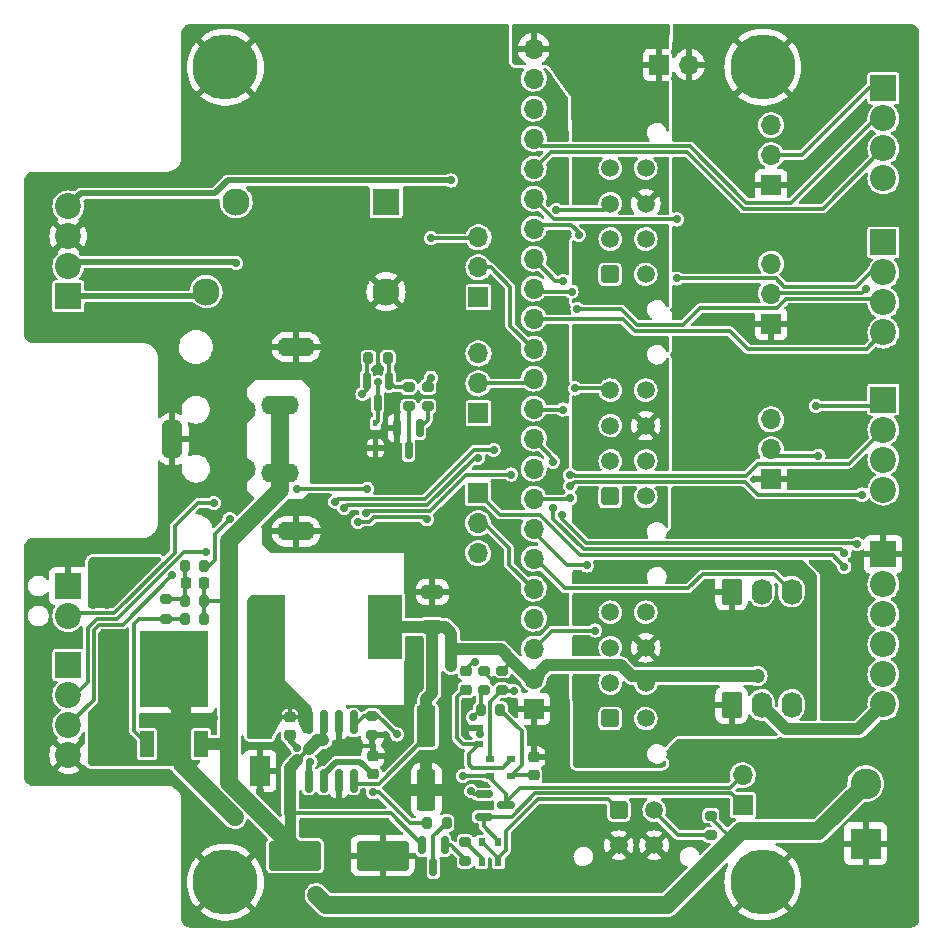
<source format=gbr>
%TF.GenerationSoftware,KiCad,Pcbnew,(6.0.11-0)*%
%TF.CreationDate,2023-05-17T22:58:47+12:00*%
%TF.ProjectId,controller-lower-cut,636f6e74-726f-46c6-9c65-722d6c6f7765,3.2*%
%TF.SameCoordinates,PX1c9c380PY1312d00*%
%TF.FileFunction,Copper,L1,Top*%
%TF.FilePolarity,Positive*%
%FSLAX46Y46*%
G04 Gerber Fmt 4.6, Leading zero omitted, Abs format (unit mm)*
G04 Created by KiCad (PCBNEW (6.0.11-0)) date 2023-05-17 22:58:47*
%MOMM*%
%LPD*%
G01*
G04 APERTURE LIST*
G04 Aperture macros list*
%AMRoundRect*
0 Rectangle with rounded corners*
0 $1 Rounding radius*
0 $2 $3 $4 $5 $6 $7 $8 $9 X,Y pos of 4 corners*
0 Add a 4 corners polygon primitive as box body*
4,1,4,$2,$3,$4,$5,$6,$7,$8,$9,$2,$3,0*
0 Add four circle primitives for the rounded corners*
1,1,$1+$1,$2,$3*
1,1,$1+$1,$4,$5*
1,1,$1+$1,$6,$7*
1,1,$1+$1,$8,$9*
0 Add four rect primitives between the rounded corners*
20,1,$1+$1,$2,$3,$4,$5,0*
20,1,$1+$1,$4,$5,$6,$7,0*
20,1,$1+$1,$6,$7,$8,$9,0*
20,1,$1+$1,$8,$9,$2,$3,0*%
G04 Aperture macros list end*
%TA.AperFunction,SMDPad,CuDef*%
%ADD10R,2.900000X5.400000*%
%TD*%
%TA.AperFunction,ComponentPad*%
%ADD11RoundRect,0.250001X0.499999X-0.499999X0.499999X0.499999X-0.499999X0.499999X-0.499999X-0.499999X0*%
%TD*%
%TA.AperFunction,ComponentPad*%
%ADD12C,1.500000*%
%TD*%
%TA.AperFunction,SMDPad,CuDef*%
%ADD13RoundRect,0.225000X0.250000X-0.225000X0.250000X0.225000X-0.250000X0.225000X-0.250000X-0.225000X0*%
%TD*%
%TA.AperFunction,SMDPad,CuDef*%
%ADD14RoundRect,0.225000X-0.250000X0.225000X-0.250000X-0.225000X0.250000X-0.225000X0.250000X0.225000X0*%
%TD*%
%TA.AperFunction,SMDPad,CuDef*%
%ADD15RoundRect,0.200000X-0.275000X0.200000X-0.275000X-0.200000X0.275000X-0.200000X0.275000X0.200000X0*%
%TD*%
%TA.AperFunction,SMDPad,CuDef*%
%ADD16RoundRect,0.200000X0.275000X-0.200000X0.275000X0.200000X-0.275000X0.200000X-0.275000X-0.200000X0*%
%TD*%
%TA.AperFunction,ComponentPad*%
%ADD17RoundRect,0.250000X-0.620000X-0.845000X0.620000X-0.845000X0.620000X0.845000X-0.620000X0.845000X0*%
%TD*%
%TA.AperFunction,ComponentPad*%
%ADD18O,1.740000X2.190000*%
%TD*%
%TA.AperFunction,ComponentPad*%
%ADD19R,2.600000X2.600000*%
%TD*%
%TA.AperFunction,ComponentPad*%
%ADD20C,2.600000*%
%TD*%
%TA.AperFunction,SMDPad,CuDef*%
%ADD21R,0.700000X0.600000*%
%TD*%
%TA.AperFunction,ComponentPad*%
%ADD22RoundRect,0.250001X-0.499999X-0.499999X0.499999X-0.499999X0.499999X0.499999X-0.499999X0.499999X0*%
%TD*%
%TA.AperFunction,SMDPad,CuDef*%
%ADD23C,1.000000*%
%TD*%
%TA.AperFunction,ComponentPad*%
%ADD24C,5.500000*%
%TD*%
%TA.AperFunction,ComponentPad*%
%ADD25R,1.700000X1.700000*%
%TD*%
%TA.AperFunction,ComponentPad*%
%ADD26O,1.700000X1.700000*%
%TD*%
%TA.AperFunction,ComponentPad*%
%ADD27R,2.200000X2.200000*%
%TD*%
%TA.AperFunction,ComponentPad*%
%ADD28C,2.200000*%
%TD*%
%TA.AperFunction,SMDPad,CuDef*%
%ADD29RoundRect,0.200000X-0.200000X-0.275000X0.200000X-0.275000X0.200000X0.275000X-0.200000X0.275000X0*%
%TD*%
%TA.AperFunction,SMDPad,CuDef*%
%ADD30R,0.600000X0.700000*%
%TD*%
%TA.AperFunction,SMDPad,CuDef*%
%ADD31RoundRect,0.150000X-0.150000X0.587500X-0.150000X-0.587500X0.150000X-0.587500X0.150000X0.587500X0*%
%TD*%
%TA.AperFunction,SMDPad,CuDef*%
%ADD32R,1.200000X2.200000*%
%TD*%
%TA.AperFunction,SMDPad,CuDef*%
%ADD33R,5.800000X6.400000*%
%TD*%
%TA.AperFunction,SMDPad,CuDef*%
%ADD34RoundRect,0.250000X-1.950000X-1.000000X1.950000X-1.000000X1.950000X1.000000X-1.950000X1.000000X0*%
%TD*%
%TA.AperFunction,ComponentPad*%
%ADD35C,2.300000*%
%TD*%
%TA.AperFunction,ComponentPad*%
%ADD36R,2.300000X2.300000*%
%TD*%
%TA.AperFunction,SMDPad,CuDef*%
%ADD37C,0.300000*%
%TD*%
%TA.AperFunction,ComponentPad*%
%ADD38O,3.200000X1.600000*%
%TD*%
%TA.AperFunction,ComponentPad*%
%ADD39O,1.750000X3.500000*%
%TD*%
%TA.AperFunction,SMDPad,CuDef*%
%ADD40RoundRect,0.250000X-0.550000X1.500000X-0.550000X-1.500000X0.550000X-1.500000X0.550000X1.500000X0*%
%TD*%
%TA.AperFunction,SMDPad,CuDef*%
%ADD41RoundRect,0.250000X-0.650000X0.325000X-0.650000X-0.325000X0.650000X-0.325000X0.650000X0.325000X0*%
%TD*%
%TA.AperFunction,SMDPad,CuDef*%
%ADD42R,0.450000X0.600000*%
%TD*%
%TA.AperFunction,SMDPad,CuDef*%
%ADD43RoundRect,0.200000X0.200000X0.275000X-0.200000X0.275000X-0.200000X-0.275000X0.200000X-0.275000X0*%
%TD*%
%TA.AperFunction,SMDPad,CuDef*%
%ADD44RoundRect,0.150000X0.150000X-0.825000X0.150000X0.825000X-0.150000X0.825000X-0.150000X-0.825000X0*%
%TD*%
%TA.AperFunction,SMDPad,CuDef*%
%ADD45RoundRect,0.225000X0.225000X0.250000X-0.225000X0.250000X-0.225000X-0.250000X0.225000X-0.250000X0*%
%TD*%
%TA.AperFunction,SMDPad,CuDef*%
%ADD46RoundRect,0.150000X-0.587500X-0.150000X0.587500X-0.150000X0.587500X0.150000X-0.587500X0.150000X0*%
%TD*%
%TA.AperFunction,SMDPad,CuDef*%
%ADD47R,1.800000X2.500000*%
%TD*%
%TA.AperFunction,ViaPad*%
%ADD48C,0.700000*%
%TD*%
%TA.AperFunction,ViaPad*%
%ADD49C,1.200000*%
%TD*%
%TA.AperFunction,Conductor*%
%ADD50C,0.300000*%
%TD*%
%TA.AperFunction,Conductor*%
%ADD51C,0.500000*%
%TD*%
%TA.AperFunction,Conductor*%
%ADD52C,0.200000*%
%TD*%
%TA.AperFunction,Conductor*%
%ADD53C,1.000000*%
%TD*%
%TA.AperFunction,Conductor*%
%ADD54C,1.500000*%
%TD*%
G04 APERTURE END LIST*
%TO.C,NT18*%
G36*
X43600000Y-63320000D02*
G01*
X42600000Y-63320000D01*
X42600000Y-61880000D01*
X43600000Y-61880000D01*
X43600000Y-63320000D01*
G37*
%TO.C,NT17*%
G36*
X30000000Y-78612893D02*
G01*
X29000000Y-78612893D01*
X29000000Y-77172893D01*
X30000000Y-77172893D01*
X30000000Y-78612893D01*
G37*
%TO.C,NT16*%
G36*
X66418198Y-78648959D02*
G01*
X66206066Y-78861091D01*
X65781802Y-78436827D01*
X65993934Y-78224695D01*
X66418198Y-78648959D01*
G37*
%TD*%
D10*
%TO.P,L1,1,1*%
%TO.N,/Power/U2_LX*%
X27600000Y-61410000D03*
%TO.P,L1,2,2*%
%TO.N,/Power/U2_FB*%
X37500000Y-61410000D03*
%TD*%
D11*
%TO.P,J11,1,Pin_1*%
%TO.N,unconnected-(J11-Pad1)*%
X56585000Y-31550000D03*
D12*
%TO.P,J11,2,Pin_2*%
%TO.N,/Connectors & Jumpers/HOLD_OUT*%
X56585000Y-28550000D03*
%TO.P,J11,3,Pin_3*%
%TO.N,/Connectors & Jumpers/XMIN_OUT*%
X56585000Y-25550000D03*
%TO.P,J11,4,Pin_4*%
%TO.N,unconnected-(J11-Pad4)*%
X56585000Y-22550000D03*
%TO.P,J11,5,Pin_5*%
%TO.N,unconnected-(J11-Pad5)*%
X59585000Y-31550000D03*
%TO.P,J11,6,Pin_6*%
%TO.N,+5V*%
X59585000Y-28550000D03*
%TO.P,J11,7,Pin_7*%
%TO.N,GNDA*%
X59585000Y-25550000D03*
%TO.P,J11,8,Pin_8*%
%TO.N,unconnected-(J11-Pad8)*%
X59585000Y-22550000D03*
%TD*%
D13*
%TO.P,C5,1*%
%TO.N,/Power/U2_VD*%
X36500000Y-73875000D03*
%TO.P,C5,2*%
%TO.N,GND*%
X36500000Y-72325000D03*
%TD*%
D14*
%TO.P,C1,1*%
%TO.N,/Connectors & Jumpers/CHARGE_PUMP_OUT*%
X44400000Y-65150000D03*
%TO.P,C1,2*%
%TO.N,Net-(C1-Pad2)*%
X44400000Y-66700000D03*
%TD*%
D15*
%TO.P,R12,1*%
%TO.N,/Power/U2_ON_nOFF*%
X36449999Y-68935000D03*
%TO.P,R12,2*%
%TO.N,GND*%
X36449999Y-70585000D03*
%TD*%
D16*
%TO.P,R6,1*%
%TO.N,/Power/Q1_B*%
X45900000Y-66750000D03*
%TO.P,R6,2*%
%TO.N,GND*%
X45900000Y-65100000D03*
%TD*%
D17*
%TO.P,J18,1,Pin_1*%
%TO.N,GNDA*%
X66860000Y-68000000D03*
D18*
%TO.P,J18,2,Pin_2*%
%TO.N,+5V*%
X69400000Y-68000000D03*
%TO.P,J18,3,Pin_3*%
%TO.N,/Connectors & Jumpers/PROBE_OUT*%
X71940000Y-68000000D03*
%TD*%
D16*
%TO.P,R14,1*%
%TO.N,Net-(Q4-Pad1)*%
X41140000Y-42725000D03*
%TO.P,R14,2*%
%TO.N,Net-(JP6-Pad3)*%
X41140000Y-41075000D03*
%TD*%
D19*
%TO.P,J5,1,Pin_1*%
%TO.N,GND*%
X78205000Y-79737893D03*
D20*
%TO.P,J5,2,Pin_2*%
%TO.N,24V_SAFE*%
X78205000Y-74657893D03*
%TD*%
D21*
%TO.P,D3,1,K*%
%TO.N,/Power/Q1_C*%
X46400000Y-73992893D03*
%TO.P,D3,2,A*%
%TO.N,/Power/nCE_OUT*%
X46400000Y-72592893D03*
%TD*%
D22*
%TO.P,J4,1,Pin_1*%
%TO.N,Net-(D4-Pad1)*%
X57300000Y-76892893D03*
D12*
%TO.P,J4,2,Pin_2*%
%TO.N,/Power/PLED*%
X60300000Y-76892893D03*
%TO.P,J4,3,Pin_3*%
%TO.N,GND*%
X57300000Y-79892893D03*
%TO.P,J4,4,Pin_4*%
X60300000Y-79892893D03*
%TD*%
D23*
%TO.P,NT18,1,1*%
%TO.N,/Power/U2_FB*%
X43100000Y-61900000D03*
%TO.P,NT18,2,2*%
%TO.N,+5V*%
X43100000Y-63300000D03*
%TD*%
D24*
%TO.P,H4,1,1*%
%TO.N,GND*%
X24000000Y-83000000D03*
%TD*%
D25*
%TO.P,JP7,1,A*%
%TO.N,/Connectors & Jumpers/X_P17_OUT*%
X45425000Y-43325000D03*
D26*
%TO.P,JP7,2,C*%
%TO.N,/Connectors & Jumpers/P17_IN*%
X45425000Y-40785000D03*
%TO.P,JP7,3,B*%
%TO.N,/Connectors & Jumpers/VFD_PWM*%
X45425000Y-38245000D03*
%TD*%
D27*
%TO.P,J10,1,Pin_1*%
%TO.N,/Connectors & Jumpers/X_COM*%
X79708381Y-15795001D03*
D28*
%TO.P,J10,2,Pin_2*%
%TO.N,/Connectors & Jumpers/XCLK_IN*%
X79708381Y-18335001D03*
%TO.P,J10,3,Pin_3*%
%TO.N,/Connectors & Jumpers/XDIR_IN*%
X79708381Y-20875001D03*
%TO.P,J10,4,Pin_4*%
%TO.N,/Connectors & Jumpers/EN_IN*%
X79708381Y-23415001D03*
%TD*%
D27*
%TO.P,J7,1,Pin_1*%
%TO.N,GND*%
X10700000Y-57930000D03*
D28*
%TO.P,J7,2,Pin_2*%
%TO.N,/Connectors & Jumpers/ESTOP_OUT*%
X10700000Y-60470000D03*
%TD*%
D15*
%TO.P,R15,1*%
%TO.N,Net-(Q5-Pad1)*%
X39500000Y-41075000D03*
%TO.P,R15,2*%
%TO.N,Net-(Q4-Pad3)*%
X39500000Y-42725000D03*
%TD*%
D17*
%TO.P,J17,1,Pin_1*%
%TO.N,GNDA*%
X66860000Y-58400000D03*
D18*
%TO.P,J17,2,Pin_2*%
%TO.N,+5V*%
X69400000Y-58400000D03*
%TO.P,J17,3,Pin_3*%
%TO.N,/Connectors & Jumpers/PROBE_OUT*%
X71940000Y-58400000D03*
%TD*%
D25*
%TO.P,JP5,1,A*%
%TO.N,GND*%
X70200000Y-35713380D03*
D26*
%TO.P,JP5,2,C*%
%TO.N,/Connectors & Jumpers/Y_COM*%
X70200000Y-33173380D03*
%TO.P,JP5,3,B*%
%TO.N,/Connectors & Jumpers/STP_5V*%
X70200000Y-30633380D03*
%TD*%
D11*
%TO.P,J16,1,Pin_1*%
%TO.N,unconnected-(J16-Pad1)*%
X56585000Y-69150000D03*
D12*
%TO.P,J16,2,Pin_2*%
%TO.N,/Connectors & Jumpers/HOLD_OUT*%
X56585000Y-66150000D03*
%TO.P,J16,3,Pin_3*%
%TO.N,unconnected-(J16-Pad3)*%
X56585000Y-63150000D03*
%TO.P,J16,4,Pin_4*%
%TO.N,unconnected-(J16-Pad4)*%
X56585000Y-60150000D03*
%TO.P,J16,5,Pin_5*%
%TO.N,/Connectors & Jumpers/ZMIN_OUT*%
X59585000Y-69150000D03*
%TO.P,J16,6,Pin_6*%
%TO.N,+5V*%
X59585000Y-66150000D03*
%TO.P,J16,7,Pin_7*%
%TO.N,GNDA*%
X59585000Y-63150000D03*
%TO.P,J16,8,Pin_8*%
%TO.N,unconnected-(J16-Pad8)*%
X59585000Y-60150000D03*
%TD*%
D27*
%TO.P,J15,1,Pin_1*%
%TO.N,+5V*%
X10700000Y-64620000D03*
D28*
%TO.P,J15,2,Pin_2*%
%TO.N,/Connectors & Jumpers/X_P17_OUT*%
X10700000Y-67160000D03*
%TO.P,J15,3,Pin_3*%
%TO.N,/Connectors & Jumpers/X_P16_OUT*%
X10700000Y-69700000D03*
%TO.P,J15,4,Pin_4*%
%TO.N,GND*%
X10700000Y-72240000D03*
%TD*%
D29*
%TO.P,R7,1*%
%TO.N,Net-(Q2-Pad1)*%
X20575000Y-60700000D03*
%TO.P,R7,2*%
%TO.N,24V_IN*%
X22225000Y-60700000D03*
%TD*%
D30*
%TO.P,D5,1,K*%
%TO.N,Net-(D4-Pad1)*%
X47100000Y-81300000D03*
%TO.P,D5,2,A*%
%TO.N,5V_nEN*%
X45700000Y-81300000D03*
%TD*%
D24*
%TO.P,H6,1,1*%
%TO.N,GND*%
X69500000Y-82992893D03*
%TD*%
D25*
%TO.P,JP6,1,A*%
%TO.N,/Connectors & Jumpers/X_P16_OUT*%
X45425000Y-33500000D03*
D26*
%TO.P,JP6,2,C*%
%TO.N,/Connectors & Jumpers/P16_IN*%
X45425000Y-30960000D03*
%TO.P,JP6,3,B*%
%TO.N,Net-(JP6-Pad3)*%
X45425000Y-28420000D03*
%TD*%
D16*
%TO.P,R5,1*%
%TO.N,/Power/PLED*%
X65100000Y-79017893D03*
%TO.P,R5,2*%
%TO.N,Net-(NT16-Pad1)*%
X65100000Y-77367893D03*
%TD*%
D31*
%TO.P,Q4,1,B*%
%TO.N,Net-(Q4-Pad1)*%
X40450000Y-44562500D03*
%TO.P,Q4,2,E*%
%TO.N,GND*%
X38550000Y-44562500D03*
%TO.P,Q4,3,C*%
%TO.N,Net-(Q4-Pad3)*%
X39500000Y-46437500D03*
%TD*%
D32*
%TO.P,Q2,1,G*%
%TO.N,Net-(Q2-Pad1)*%
X17370000Y-71300000D03*
D33*
%TO.P,Q2,2,D*%
%TO.N,24V_SAFE*%
X19650000Y-65000000D03*
D32*
%TO.P,Q2,3,S*%
%TO.N,24V_IN*%
X21930000Y-71300000D03*
%TD*%
D15*
%TO.P,R8,1*%
%TO.N,Net-(C3-Pad2)*%
X19000000Y-59075000D03*
%TO.P,R8,2*%
%TO.N,Net-(Q2-Pad1)*%
X19000000Y-60725000D03*
%TD*%
D21*
%TO.P,D1,1,K*%
%TO.N,Net-(C1-Pad2)*%
X45437500Y-71337500D03*
%TO.P,D1,2,A*%
%TO.N,GND*%
X45437500Y-69937500D03*
%TD*%
D13*
%TO.P,C6,1*%
%TO.N,/Power/U2_BST*%
X29450000Y-70534999D03*
%TO.P,C6,2*%
%TO.N,/Power/U2_LX*%
X29450000Y-68984999D03*
%TD*%
D25*
%TO.P,JP4,1,A*%
%TO.N,GND*%
X70200000Y-23992893D03*
D26*
%TO.P,JP4,2,C*%
%TO.N,/Connectors & Jumpers/X_COM*%
X70200000Y-21452893D03*
%TO.P,JP4,3,B*%
%TO.N,/Connectors & Jumpers/STP_5V*%
X70200000Y-18912893D03*
%TD*%
D27*
%TO.P,J12,1,Pin_1*%
%TO.N,/Connectors & Jumpers/Y_COM*%
X79708381Y-28848381D03*
D28*
%TO.P,J12,2,Pin_2*%
%TO.N,/Connectors & Jumpers/YCLK_IN*%
X79708381Y-31388381D03*
%TO.P,J12,3,Pin_3*%
%TO.N,/Connectors & Jumpers/YDIR_IN*%
X79708381Y-33928381D03*
%TO.P,J12,4,Pin_4*%
%TO.N,/Connectors & Jumpers/EN_IN*%
X79708381Y-36468381D03*
%TD*%
D24*
%TO.P,H5,1,1*%
%TO.N,GND*%
X69500000Y-13992893D03*
%TD*%
D34*
%TO.P,C4,1*%
%TO.N,24V_IN*%
X29900000Y-80760000D03*
%TO.P,C4,2*%
%TO.N,GND*%
X37300000Y-80760000D03*
%TD*%
D27*
%TO.P,J14,1,Pin_1*%
%TO.N,/Connectors & Jumpers/Z_COM*%
X79708381Y-42145001D03*
D28*
%TO.P,J14,2,Pin_2*%
%TO.N,/Connectors & Jumpers/ZCLK_IN*%
X79708381Y-44685001D03*
%TO.P,J14,3,Pin_3*%
%TO.N,/Connectors & Jumpers/ZDIR_IN*%
X79708381Y-47225001D03*
%TO.P,J14,4,Pin_4*%
%TO.N,/Connectors & Jumpers/EN_IN*%
X79708381Y-49765001D03*
%TD*%
D35*
%TO.P,K1,1*%
%TO.N,GND*%
X37600000Y-33020000D03*
%TO.P,K1,3*%
%TO.N,/Connectors & Jumpers/VFD_XGND*%
X22360000Y-33000000D03*
%TO.P,K1,5*%
%TO.N,/Connectors & Jumpers/VFD_FWD*%
X24900000Y-25400000D03*
D36*
%TO.P,K1,6*%
%TO.N,Net-(D11-Pad1)*%
X37600000Y-25400000D03*
%TD*%
D23*
%TO.P,NT17,1,1*%
%TO.N,24V_IN*%
X29500000Y-78592893D03*
%TO.P,NT17,2,2*%
%TO.N,/Power/U2_VIN*%
X29500000Y-77192893D03*
%TD*%
D37*
%TO.P,NT16,1,1*%
%TO.N,Net-(NT16-Pad1)*%
X65887868Y-78330761D03*
%TO.P,NT16,2,2*%
%TO.N,24V_SAFE*%
X66312132Y-78755025D03*
%TD*%
D11*
%TO.P,J13,1,Pin_1*%
%TO.N,unconnected-(J13-Pad1)*%
X56585000Y-50350000D03*
D12*
%TO.P,J13,2,Pin_2*%
%TO.N,/Connectors & Jumpers/HOLD_OUT*%
X56585000Y-47350000D03*
%TO.P,J13,3,Pin_3*%
%TO.N,unconnected-(J13-Pad3)*%
X56585000Y-44350000D03*
%TO.P,J13,4,Pin_4*%
%TO.N,/Connectors & Jumpers/YMIN_OUT*%
X56585000Y-41350000D03*
%TO.P,J13,5,Pin_5*%
%TO.N,unconnected-(J13-Pad5)*%
X59585000Y-50350000D03*
%TO.P,J13,6,Pin_6*%
%TO.N,+5V*%
X59585000Y-47350000D03*
%TO.P,J13,7,Pin_7*%
%TO.N,GNDA*%
X59585000Y-44350000D03*
%TO.P,J13,8,Pin_8*%
%TO.N,unconnected-(J13-Pad8)*%
X59585000Y-41350000D03*
%TD*%
D25*
%TO.P,JP2,1,A*%
%TO.N,/Connectors & Jumpers/RELAY4*%
X45400000Y-50075000D03*
D26*
%TO.P,JP2,2,C*%
%TO.N,/Connectors & Jumpers/P1_IN*%
X45400000Y-52615000D03*
%TO.P,JP2,3,B*%
%TO.N,/Connectors & Jumpers/CHARGE_PUMP_OUT*%
X45400000Y-55155000D03*
%TD*%
D13*
%TO.P,C2,1*%
%TO.N,Net-(C2-Pad1)*%
X50100000Y-73967893D03*
%TO.P,C2,2*%
%TO.N,GND*%
X50100000Y-72417893D03*
%TD*%
D38*
%TO.P,J3,1*%
%TO.N,24V_IN*%
X28650000Y-48400000D03*
%TO.P,J3,2*%
%TO.N,GND*%
X25000000Y-48000000D03*
%TO.P,J3,3*%
X25000000Y-43000000D03*
%TO.P,J3,4*%
%TO.N,24V_IN*%
X28650000Y-42600000D03*
%TO.P,J3,SH*%
%TO.N,GND*%
X30000000Y-37700000D03*
D39*
X19500000Y-45500000D03*
D38*
X30000000Y-53300000D03*
%TD*%
D29*
%TO.P,R16,1*%
%TO.N,24V_SAFE*%
X36110000Y-38645000D03*
%TO.P,R16,2*%
%TO.N,Net-(Q5-Pad1)*%
X37760000Y-38645000D03*
%TD*%
D40*
%TO.P,C8,1*%
%TO.N,/Power/U2_FB*%
X41000000Y-69800000D03*
%TO.P,C8,2*%
%TO.N,GND*%
X41000000Y-75200000D03*
%TD*%
D27*
%TO.P,J9,1,Pin_1*%
%TO.N,GND*%
X79700000Y-55250000D03*
D28*
%TO.P,J9,2,Pin_2*%
%TO.N,/Connectors & Jumpers/RELAY1*%
X79700000Y-57790000D03*
%TO.P,J9,3,Pin_3*%
%TO.N,/Connectors & Jumpers/RELAY2*%
X79700000Y-60330000D03*
%TO.P,J9,4,Pin_4*%
%TO.N,/Connectors & Jumpers/RELAY3*%
X79700000Y-62870000D03*
%TO.P,J9,5,Pin_5*%
%TO.N,/Connectors & Jumpers/RELAY4*%
X79700000Y-65410000D03*
%TO.P,J9,6,Pin_6*%
%TO.N,+5V*%
X79700000Y-67950000D03*
%TD*%
D30*
%TO.P,D4,1,K*%
%TO.N,Net-(D4-Pad1)*%
X45700000Y-79600000D03*
%TO.P,D4,2,A*%
%TO.N,/Power/Q1_E*%
X47100000Y-79600000D03*
%TD*%
D29*
%TO.P,R9,1*%
%TO.N,Net-(C3-Pad2)*%
X20575000Y-56200000D03*
%TO.P,R9,2*%
%TO.N,/Power/Q1_C*%
X22225000Y-56200000D03*
%TD*%
D41*
%TO.P,C7,1*%
%TO.N,GND*%
X41525000Y-58450000D03*
%TO.P,C7,2*%
%TO.N,/Power/U2_FB*%
X41525000Y-61400000D03*
%TD*%
D31*
%TO.P,Q3,1,B*%
%TO.N,Net-(Q3-Pad1)*%
X42550000Y-79862500D03*
%TO.P,Q3,2,E*%
%TO.N,/Power/U2_VIN*%
X40650000Y-79862500D03*
%TO.P,Q3,3,C*%
%TO.N,Net-(Q3-Pad3)*%
X41600000Y-81737500D03*
%TD*%
D25*
%TO.P,JP3,1,A*%
%TO.N,GNDA*%
X60725000Y-13800000D03*
D26*
%TO.P,JP3,2,B*%
%TO.N,GND*%
X63265000Y-13800000D03*
%TD*%
D25*
%TO.P,JP1,1,A*%
%TO.N,/Power/Q1_E*%
X67800000Y-76492893D03*
D26*
%TO.P,JP1,2,B*%
%TO.N,/Power/Q1_C*%
X67800000Y-73952893D03*
%TD*%
D29*
%TO.P,R11,1*%
%TO.N,/Power/U2_ON_nOFF*%
X41075000Y-78000000D03*
%TO.P,R11,2*%
%TO.N,Net-(Q3-Pad3)*%
X42725000Y-78000000D03*
%TD*%
D16*
%TO.P,R2,1*%
%TO.N,/Power/nCE_OUT*%
X47425000Y-66750000D03*
%TO.P,R2,2*%
%TO.N,+5V*%
X47425000Y-65100000D03*
%TD*%
D25*
%TO.P,JP8,1,A*%
%TO.N,GND*%
X70200000Y-48910000D03*
D26*
%TO.P,JP8,2,C*%
%TO.N,/Connectors & Jumpers/Z_COM*%
X70200000Y-46370000D03*
%TO.P,JP8,3,B*%
%TO.N,/Connectors & Jumpers/STP_5V*%
X70200000Y-43830000D03*
%TD*%
D42*
%TO.P,D11,1,K*%
%TO.N,Net-(D11-Pad1)*%
X36700000Y-44150000D03*
%TO.P,D11,2,A*%
%TO.N,GND*%
X36700000Y-46250000D03*
%TD*%
D43*
%TO.P,R3,1*%
%TO.N,Net-(C2-Pad1)*%
X47275000Y-68425000D03*
%TO.P,R3,2*%
%TO.N,/Power/Q1_B*%
X45625000Y-68425000D03*
%TD*%
D25*
%TO.P,J2,1,Pin_1*%
%TO.N,GND*%
X50100000Y-68311000D03*
D26*
%TO.P,J2,2,Pin_2*%
%TO.N,+5V*%
X50100000Y-65771000D03*
%TO.P,J2,3,Pin_3*%
%TO.N,/Connectors & Jumpers/HOLD_OUT*%
X50100000Y-63231000D03*
%TO.P,J2,4,Pin_4*%
%TO.N,/Power/nCE_OUT*%
X50100000Y-60691000D03*
%TO.P,J2,5,Pin_5*%
%TO.N,/Connectors & Jumpers/P1_IN*%
X50100000Y-58151000D03*
%TO.P,J2,6,Pin_6*%
%TO.N,/Connectors & Jumpers/PROBE_OUT*%
X50100000Y-55611000D03*
%TO.P,J2,7,Pin_7*%
%TO.N,/Connectors & Jumpers/ZMIN_OUT*%
X50100000Y-53071000D03*
%TO.P,J2,8,Pin_8*%
%TO.N,/Connectors & Jumpers/YMIN_OUT*%
X50100000Y-50531000D03*
%TO.P,J2,9,Pin_9*%
%TO.N,/Connectors & Jumpers/XMIN_OUT*%
X50100000Y-47991000D03*
%TO.P,J2,10,Pin_10*%
%TO.N,/Connectors & Jumpers/RELAY3_IN*%
X50100000Y-45451000D03*
%TO.P,J2,11,Pin_11*%
%TO.N,/Connectors & Jumpers/RELAY2_IN*%
X50100000Y-42911000D03*
%TO.P,J2,12,Pin_12*%
%TO.N,/Connectors & Jumpers/P17_IN*%
X50100000Y-40371000D03*
%TO.P,J2,13,Pin_13*%
%TO.N,/Connectors & Jumpers/P16_IN*%
X50100000Y-37831000D03*
%TO.P,J2,14,Pin_14*%
%TO.N,/Connectors & Jumpers/EN_IN*%
X50100000Y-35291000D03*
%TO.P,J2,15,Pin_15*%
%TO.N,/Connectors & Jumpers/ZDIR_IN*%
X50100000Y-32751000D03*
%TO.P,J2,16,Pin_16*%
%TO.N,/Connectors & Jumpers/ZCLK_IN*%
X50100000Y-30211000D03*
%TO.P,J2,17,Pin_17*%
%TO.N,/Connectors & Jumpers/YDIR_IN*%
X50100000Y-27671000D03*
%TO.P,J2,18,Pin_18*%
%TO.N,/Connectors & Jumpers/YCLK_IN*%
X50100000Y-25131000D03*
%TO.P,J2,19,Pin_19*%
%TO.N,/Connectors & Jumpers/XDIR_IN*%
X50100000Y-22591000D03*
%TO.P,J2,20,Pin_20*%
%TO.N,/Connectors & Jumpers/XCLK_IN*%
X50100000Y-20051000D03*
%TO.P,J2,21,Pin_21*%
%TO.N,/Connectors & Jumpers/ESTOP_OUT*%
X50100000Y-17511000D03*
%TO.P,J2,22,Pin_22*%
%TO.N,+5V*%
X50100000Y-14971000D03*
%TO.P,J2,23,Pin_23*%
%TO.N,GNDA*%
X50100000Y-12431000D03*
%TD*%
D44*
%TO.P,U1,1,BST*%
%TO.N,/Power/U2_BST*%
X31045000Y-74434999D03*
%TO.P,U1,2,VD*%
%TO.N,/Power/U2_VD*%
X32315000Y-74434999D03*
%TO.P,U1,3,SGND*%
%TO.N,GND*%
X33585000Y-74434999D03*
%TO.P,U1,4,FB*%
%TO.N,/Power/U2_FB*%
X34855000Y-74434999D03*
%TO.P,U1,5,ON/~{OFF}*%
%TO.N,/Power/U2_ON_nOFF*%
X34855000Y-69484999D03*
%TO.P,U1,6,GND*%
%TO.N,GND*%
X33585000Y-69484999D03*
%TO.P,U1,7,VIN*%
%TO.N,/Power/U2_VIN*%
X32315000Y-69484999D03*
%TO.P,U1,8,LX*%
%TO.N,/Power/U2_LX*%
X31045000Y-69484999D03*
%TD*%
D21*
%TO.P,D2,1,K*%
%TO.N,Net-(C2-Pad1)*%
X48200000Y-73992893D03*
%TO.P,D2,2,A*%
%TO.N,Net-(C1-Pad2)*%
X48200000Y-72592893D03*
%TD*%
D45*
%TO.P,C3,1*%
%TO.N,24V_IN*%
X22175000Y-57700000D03*
%TO.P,C3,2*%
%TO.N,Net-(C3-Pad2)*%
X20625000Y-57700000D03*
%TD*%
D46*
%TO.P,Q1,1,B*%
%TO.N,/Power/Q1_B*%
X45862500Y-75550000D03*
%TO.P,Q1,2,E*%
%TO.N,/Power/Q1_E*%
X45862500Y-77450000D03*
%TO.P,Q1,3,C*%
%TO.N,/Power/Q1_C*%
X47737500Y-76500000D03*
%TD*%
D16*
%TO.P,R10,1*%
%TO.N,Net-(Q3-Pad1)*%
X44300000Y-81225000D03*
%TO.P,R10,2*%
%TO.N,5V_nEN*%
X44300000Y-79575000D03*
%TD*%
D24*
%TO.P,H3,1,1*%
%TO.N,GND*%
X24000000Y-14000000D03*
%TD*%
D27*
%TO.P,J19,1,Pin_1*%
%TO.N,/Connectors & Jumpers/VFD_XGND*%
X10700000Y-33414999D03*
D28*
%TO.P,J19,2,Pin_2*%
%TO.N,/Connectors & Jumpers/VFD_FWD*%
X10700000Y-30874999D03*
%TO.P,J19,3,Pin_3*%
%TO.N,GND*%
X10700000Y-28334999D03*
%TO.P,J19,4,Pin_4*%
%TO.N,/Connectors & Jumpers/VFD_PWM*%
X10700000Y-25794999D03*
%TD*%
D43*
%TO.P,R4,1*%
%TO.N,24V_IN*%
X22225000Y-59200000D03*
%TO.P,R4,2*%
%TO.N,Net-(C3-Pad2)*%
X20575000Y-59200000D03*
%TD*%
D47*
%TO.P,D6,1,K*%
%TO.N,/Power/U2_LX*%
X26900000Y-69610000D03*
%TO.P,D6,2,A*%
%TO.N,GND*%
X26900000Y-73610000D03*
%TD*%
D31*
%TO.P,Q5,1,B*%
%TO.N,Net-(Q5-Pad1)*%
X37850000Y-40562500D03*
%TO.P,Q5,2,E*%
%TO.N,24V_SAFE*%
X35950000Y-40562500D03*
%TO.P,Q5,3,C*%
%TO.N,Net-(D11-Pad1)*%
X36900000Y-42437500D03*
%TD*%
D48*
%TO.N,GND*%
X52650000Y-28200000D03*
X28300000Y-76500000D03*
X39450000Y-83250000D03*
X52600000Y-59000000D03*
X26900000Y-71500000D03*
X78000000Y-47692893D03*
X81100000Y-64175000D03*
X42700000Y-76800000D03*
X20600000Y-22800000D03*
X51100000Y-18792893D03*
X66050000Y-33092893D03*
X36700000Y-47392893D03*
X45500000Y-36692893D03*
X81600000Y-49792893D03*
X72000000Y-34492893D03*
X76450000Y-46692893D03*
X41540000Y-57000000D03*
X62150000Y-42650000D03*
X62250000Y-35042893D03*
X18200000Y-54300000D03*
X37900000Y-46792893D03*
X39900000Y-60150000D03*
X33600000Y-76400000D03*
X66400000Y-31042893D03*
X49200000Y-61992893D03*
X7600000Y-36700000D03*
X21300000Y-76192893D03*
X74400000Y-56192893D03*
X65700000Y-82692893D03*
X38000000Y-75100000D03*
X82200000Y-70500000D03*
X77900000Y-15100000D03*
X48200000Y-51085786D03*
X66400000Y-26792893D03*
X7600000Y-74200000D03*
X51800000Y-83492893D03*
X30900000Y-78400000D03*
X62150000Y-49900000D03*
X63050000Y-31035786D03*
X77900000Y-41800000D03*
X81300000Y-24492893D03*
X45000000Y-56792893D03*
X58850000Y-76342893D03*
X47200000Y-10792893D03*
X35800000Y-24492893D03*
X43950000Y-50500000D03*
X48400000Y-67900000D03*
X50850000Y-76792893D03*
X66450000Y-49900000D03*
X45559355Y-70487998D03*
X30700000Y-76400000D03*
X81500000Y-19600000D03*
X77400000Y-37150000D03*
X51150000Y-74242893D03*
X39400000Y-24492893D03*
X71600000Y-31592893D03*
X74400000Y-24200000D03*
X62250000Y-32942893D03*
X11500000Y-62392893D03*
X7600000Y-23392893D03*
X77050000Y-49192893D03*
X39500000Y-70900000D03*
X62250000Y-37242893D03*
X71900000Y-80192893D03*
X74800000Y-71592893D03*
X66400000Y-42650000D03*
X67850000Y-53350000D03*
X34150000Y-54700000D03*
X34600000Y-78300000D03*
X71700000Y-46042893D03*
X37150000Y-52950000D03*
X66400000Y-22492893D03*
X74800000Y-43792893D03*
X72000000Y-26792893D03*
X42700000Y-71600000D03*
X40500000Y-81367893D03*
X40500000Y-45992893D03*
X32200000Y-72700000D03*
X12600000Y-32200000D03*
X66450000Y-47850000D03*
X44725000Y-67742893D03*
X41525000Y-60000000D03*
X31600000Y-48892893D03*
X42700000Y-75200000D03*
X26600000Y-24492893D03*
X39900000Y-64600000D03*
X64100000Y-78192893D03*
X73000000Y-37057107D03*
X39300000Y-76600000D03*
D49*
X37100000Y-78300000D03*
D48*
X30100000Y-82792893D03*
X66250000Y-76342893D03*
X44900000Y-62100000D03*
X26600000Y-79192893D03*
X38800000Y-39792893D03*
X74800000Y-68892893D03*
X77900000Y-21200000D03*
X77800000Y-68000000D03*
X12800000Y-54300000D03*
X35300000Y-71500000D03*
X75500000Y-20500000D03*
X18700000Y-36692893D03*
X37100000Y-49692893D03*
X42700000Y-86342893D03*
X64900000Y-24292893D03*
X41950000Y-55350000D03*
X39900000Y-62600000D03*
X62150000Y-47850000D03*
X42700000Y-67400000D03*
X40500000Y-49692893D03*
X62200000Y-21992893D03*
X36900000Y-76400000D03*
X59300000Y-74142893D03*
X48200000Y-53142893D03*
X64450000Y-35392893D03*
X81100000Y-59100000D03*
X68800000Y-26792893D03*
X77900000Y-28400000D03*
X77900000Y-38700000D03*
X42600000Y-56992893D03*
X52600000Y-60800000D03*
X51800000Y-86342893D03*
X39350000Y-75100000D03*
X33585002Y-71300000D03*
X77800000Y-64900000D03*
X62200000Y-19892893D03*
X33250000Y-78300000D03*
X33300000Y-83200000D03*
X71900000Y-10792893D03*
X76750000Y-31800000D03*
X80600000Y-40192893D03*
D49*
X37400000Y-83192893D03*
D48*
X31700000Y-86292893D03*
X35950000Y-83200000D03*
X68800000Y-29203380D03*
X69000000Y-74942893D03*
X35900000Y-78300000D03*
X40500000Y-56992893D03*
X33250000Y-80800000D03*
X26500000Y-22592893D03*
X80000000Y-25792893D03*
X48800000Y-78800000D03*
X61700000Y-76342893D03*
X66500000Y-77742893D03*
X82200000Y-86192893D03*
X71900000Y-77192893D03*
X28450000Y-71490000D03*
X7600000Y-54300000D03*
X41000000Y-72300000D03*
X69400000Y-77192893D03*
X78000000Y-43792893D03*
X26900000Y-75300000D03*
X7400000Y-68300000D03*
X46696872Y-65897014D03*
X76000000Y-74792893D03*
X51100000Y-23942893D03*
X52600000Y-31100000D03*
X37800000Y-72692893D03*
X78300000Y-34992893D03*
X34800000Y-10792893D03*
X23000000Y-25892893D03*
X74400000Y-26792893D03*
X62500000Y-10792893D03*
X59700000Y-86342893D03*
X42700000Y-83500000D03*
X42800000Y-81367893D03*
X35800000Y-22600000D03*
X68800000Y-42650000D03*
X75000000Y-51192893D03*
X50050000Y-71192893D03*
X70350000Y-53500000D03*
X39600000Y-67000000D03*
X34650000Y-83200000D03*
X66300000Y-37192893D03*
X75250000Y-61842893D03*
X39600000Y-54692893D03*
X45100000Y-78500000D03*
X7600000Y-29700000D03*
X73000000Y-38700000D03*
X62150000Y-53392893D03*
X62200000Y-71592893D03*
X82200000Y-10792893D03*
X59700000Y-83492893D03*
X77900000Y-17700000D03*
X12600000Y-34392893D03*
X81600000Y-36492893D03*
D49*
%TO.N,24V_SAFE*%
X17400000Y-64050000D03*
D48*
X13700000Y-62000000D03*
D49*
X18900000Y-62550000D03*
D48*
X13700000Y-66500000D03*
D49*
X18900000Y-64050000D03*
D48*
X20300000Y-69100000D03*
X14400000Y-69900000D03*
X13000000Y-71000000D03*
X15400000Y-68592893D03*
X15900000Y-71192893D03*
X15400000Y-66500000D03*
X12800000Y-58300000D03*
X16500000Y-55900000D03*
X14000000Y-59500000D03*
X13000000Y-68900000D03*
X15200000Y-55900000D03*
D49*
X24797918Y-77502082D03*
D48*
X13700000Y-64200000D03*
D49*
X18900000Y-67050000D03*
D48*
X18800000Y-72700000D03*
X13000000Y-72692893D03*
X14400000Y-71792893D03*
D49*
X20400000Y-67050000D03*
D48*
X14000000Y-57100000D03*
D49*
X20400000Y-65550000D03*
D48*
X15400000Y-64200000D03*
X20300000Y-70300000D03*
D49*
X20400000Y-62550000D03*
D48*
X14000000Y-55900000D03*
X30100000Y-49693393D03*
X12800000Y-59500000D03*
D49*
X21900000Y-62550000D03*
X21900000Y-67050000D03*
X18900000Y-65550000D03*
X17400000Y-67050000D03*
X20400000Y-64050000D03*
D48*
X35600000Y-41692893D03*
D49*
X17400000Y-62550000D03*
D48*
X18800000Y-70300000D03*
X12800000Y-55900000D03*
X15200000Y-57100000D03*
X16500000Y-57100000D03*
X20300000Y-72700000D03*
X15200000Y-58300000D03*
X14000000Y-58300000D03*
D49*
X21900000Y-65550000D03*
X17400000Y-65550000D03*
X21900000Y-64050000D03*
X31700000Y-84100000D03*
D48*
X17900000Y-55900000D03*
X17300000Y-69100000D03*
X36000000Y-49692893D03*
X15900000Y-72692893D03*
X12800000Y-57100000D03*
X15400000Y-62000000D03*
X23000000Y-69100000D03*
%TO.N,/Power/U2_BST*%
X30054413Y-71609450D03*
X31195332Y-72795332D03*
%TO.N,/Power/nCE_OUT*%
X48400000Y-66800000D03*
%TO.N,/Connectors & Jumpers/RELAY4*%
X76400000Y-56292893D03*
%TO.N,Net-(D11-Pad1)*%
X36900000Y-40692893D03*
%TO.N,/Power/U2_ON_nOFF*%
X38500000Y-70500000D03*
X36500000Y-75400000D03*
%TO.N,/Connectors & Jumpers/ZDIR_IN*%
X53199500Y-49492893D03*
X77900000Y-50192893D03*
X53299500Y-33000000D03*
%TO.N,/Connectors & Jumpers/ZCLK_IN*%
X52599500Y-32100500D03*
X53199500Y-48521264D03*
%TO.N,/Connectors & Jumpers/YDIR_IN*%
X53800000Y-34500000D03*
X53900000Y-28194000D03*
%TO.N,/Connectors & Jumpers/YCLK_IN*%
X62200000Y-26892893D03*
X62200000Y-31892893D03*
%TO.N,/Connectors & Jumpers/ESTOP_OUT*%
X23007384Y-50907884D03*
X35900000Y-51793393D03*
X48200000Y-48492893D03*
%TO.N,/Connectors & Jumpers/ZMIN_OUT*%
X54610000Y-56192893D03*
%TO.N,/Connectors & Jumpers/YMIN_OUT*%
X53599500Y-41200000D03*
X53200000Y-50492893D03*
%TO.N,/Connectors & Jumpers/XMIN_OUT*%
X52019622Y-26130378D03*
%TO.N,/Connectors & Jumpers/RELAY2_IN*%
X77500000Y-54392893D03*
X52599500Y-42992893D03*
X52500000Y-51942893D03*
%TO.N,/Connectors & Jumpers/RELAY3_IN*%
X51750000Y-47399244D03*
X76400000Y-55099500D03*
X51750000Y-51299500D03*
D49*
%TO.N,+5V*%
X69050000Y-65550000D03*
D48*
X43100000Y-64700000D03*
%TO.N,GNDA*%
X70250000Y-56142893D03*
X59300000Y-35042893D03*
X59300000Y-39842893D03*
X61150000Y-70942893D03*
X54900000Y-47200000D03*
X61150000Y-18242893D03*
X59300000Y-72900000D03*
X57950000Y-47350000D03*
X60900000Y-49900000D03*
X53850000Y-65950000D03*
X53848000Y-57150000D03*
X54500000Y-50400000D03*
X54500000Y-53100000D03*
X55400000Y-67992893D03*
X71700000Y-60100000D03*
X56850000Y-39842893D03*
X53850000Y-62900000D03*
X71700000Y-66000000D03*
X61100000Y-21992893D03*
X53850000Y-58942893D03*
X57950000Y-25900000D03*
X64600000Y-64300000D03*
X53800000Y-72900000D03*
X61950000Y-58992893D03*
X61900000Y-57192893D03*
X71600000Y-63000000D03*
X58000000Y-68742893D03*
X61000000Y-10792893D03*
X58000000Y-21992893D03*
X56350000Y-33092893D03*
X68200000Y-63200000D03*
X53800000Y-24600000D03*
X53800000Y-19892893D03*
X56900000Y-36192893D03*
X56500000Y-56800000D03*
X61100000Y-33292893D03*
X56500000Y-51800000D03*
X59250000Y-19892893D03*
X73700000Y-58092893D03*
X53800000Y-21992893D03*
X73500000Y-68900000D03*
X69550000Y-70192893D03*
X59300000Y-56100000D03*
X61100000Y-37192893D03*
X61050000Y-27742893D03*
X59850000Y-30092893D03*
X67850000Y-56092893D03*
X68200000Y-60200000D03*
X56900000Y-42900000D03*
X53800000Y-36192893D03*
X64600000Y-66700000D03*
X64600000Y-70192893D03*
X59300000Y-53542893D03*
%TO.N,/Connectors & Jumpers/Y_COM*%
X78200000Y-32792893D03*
%TO.N,/Connectors & Jumpers/HOLD_OUT*%
X55309500Y-61700000D03*
%TO.N,/Connectors & Jumpers/Z_COM*%
X74000000Y-42692893D03*
X74200000Y-46892893D03*
%TO.N,/Power/Q1_B*%
X44800000Y-75300000D03*
X44953554Y-69046447D03*
%TO.N,/Power/Q1_C*%
X41057107Y-52292393D03*
X35200000Y-52492893D03*
X24354337Y-52247230D03*
X44100000Y-74000000D03*
%TO.N,/Connectors & Jumpers/VFD_PWM*%
X43100000Y-23592893D03*
%TO.N,/Connectors & Jumpers/VFD_FWD*%
X24900000Y-30592893D03*
%TO.N,/Connectors & Jumpers/CHARGE_PUMP_OUT*%
X45100000Y-64349500D03*
%TO.N,/Connectors & Jumpers/X_P16_OUT*%
X46700000Y-46392893D03*
X33307607Y-50801000D03*
X19505713Y-57005713D03*
%TO.N,/Connectors & Jumpers/X_P17_OUT*%
X22368128Y-55067628D03*
X45375001Y-47092393D03*
X34055338Y-51301000D03*
%TO.N,Net-(JP6-Pad3)*%
X41400000Y-40292893D03*
X41400000Y-28492893D03*
%TD*%
D50*
%TO.N,Net-(C2-Pad1)*%
X50100000Y-73967893D02*
X48225000Y-73967893D01*
X48225000Y-73967893D02*
X48200000Y-73992893D01*
X48200000Y-73992893D02*
X49100000Y-73092893D01*
X49100000Y-70250000D02*
X47275000Y-68425000D01*
X49100000Y-73092893D02*
X49100000Y-70250000D01*
%TO.N,Net-(C1-Pad2)*%
X43575000Y-67325000D02*
X44200000Y-66700000D01*
X44600000Y-73000000D02*
X44600000Y-72175000D01*
X44137500Y-71337500D02*
X43575000Y-70775000D01*
X45437500Y-71337500D02*
X44137500Y-71337500D01*
X44600000Y-72175000D02*
X45437500Y-71337500D01*
X43575000Y-70775000D02*
X43575000Y-67325000D01*
X47531250Y-73300000D02*
X44900000Y-73300000D01*
X44900000Y-73300000D02*
X44600000Y-73000000D01*
X48300000Y-72531250D02*
X47531250Y-73300000D01*
%TO.N,GND*%
X33600000Y-76400000D02*
X33585000Y-76385000D01*
D51*
X26900000Y-75300000D02*
X26900001Y-74100001D01*
X37400000Y-83192893D02*
X37300000Y-83092893D01*
D50*
X37800000Y-72692893D02*
X37432107Y-72325000D01*
X36400000Y-71500000D02*
X35300000Y-71500000D01*
X36500000Y-71600000D02*
X36400000Y-71500000D01*
X50100000Y-72417893D02*
X50100000Y-71242893D01*
X38550000Y-46142893D02*
X37900000Y-46792893D01*
X50100000Y-71242893D02*
X50050000Y-71192893D01*
X45559355Y-70487998D02*
X45559355Y-70059355D01*
X45559355Y-70059355D02*
X45437500Y-69937500D01*
X46696872Y-65897014D02*
X46597014Y-65897014D01*
X38550000Y-44562500D02*
X38550000Y-46142893D01*
X46597014Y-65897014D02*
X45800000Y-65100000D01*
D51*
X26900000Y-71500000D02*
X26900000Y-73610000D01*
X37300000Y-78500000D02*
X37300000Y-80760000D01*
X37100000Y-78300000D02*
X37300000Y-78500000D01*
D50*
X37432107Y-72325000D02*
X36500000Y-72325000D01*
X36449999Y-71450001D02*
X36400000Y-71500000D01*
X41540000Y-57000000D02*
X41540000Y-58465000D01*
D51*
X37300000Y-83092893D02*
X37300000Y-80760000D01*
D50*
X36700000Y-47392893D02*
X36700000Y-46250000D01*
X36449999Y-70585000D02*
X36449999Y-71450001D01*
X33585002Y-71300000D02*
X33585002Y-69485000D01*
X33585000Y-76385000D02*
X33585000Y-74434999D01*
D52*
X41540000Y-58465000D02*
X41525000Y-58450000D01*
D50*
X36500000Y-72325000D02*
X36500000Y-71600000D01*
D53*
X26900001Y-74100001D02*
X26900001Y-73610000D01*
D54*
%TO.N,24V_SAFE*%
X68200000Y-78692893D02*
X74170000Y-78692893D01*
D50*
X35950000Y-41342893D02*
X35950000Y-40562500D01*
D54*
X19700000Y-67750000D02*
X20400000Y-67050000D01*
X68200000Y-78692893D02*
X67674459Y-78692893D01*
X32550000Y-84950000D02*
X31700000Y-84100000D01*
X61417352Y-84950000D02*
X32550000Y-84950000D01*
X67674459Y-78692893D02*
X61417352Y-84950000D01*
D50*
X30100500Y-49692893D02*
X30100000Y-49693393D01*
X35950000Y-40562500D02*
X35950000Y-38805000D01*
X35950000Y-38805000D02*
X36110000Y-38645000D01*
X36000000Y-49692893D02*
X30100500Y-49692893D01*
D54*
X20300000Y-73004164D02*
X20300000Y-65650000D01*
D50*
X66900000Y-79342893D02*
X66312132Y-78755025D01*
X35600000Y-41692893D02*
X35950000Y-41342893D01*
D54*
X74170000Y-78692893D02*
X78205000Y-74657893D01*
D50*
X66950000Y-79342893D02*
X66900000Y-79342893D01*
D54*
X24797918Y-77502082D02*
X20300000Y-73004164D01*
X20300000Y-65650000D02*
X19650000Y-65000000D01*
D51*
%TO.N,/Power/U2_VD*%
X33396471Y-72800000D02*
X32315000Y-73881471D01*
X35425000Y-72800000D02*
X33396471Y-72800000D01*
X36500000Y-73875000D02*
X35425000Y-72800000D01*
X32315000Y-73881471D02*
X32315000Y-74435001D01*
%TO.N,/Power/U2_BST*%
X29449999Y-71005036D02*
X29449999Y-70535001D01*
X31195332Y-72795332D02*
X31100000Y-72890664D01*
X31100000Y-72890664D02*
X31100000Y-74380002D01*
X31100000Y-74380002D02*
X31045002Y-74435000D01*
X30054413Y-71609450D02*
X29449999Y-71005036D01*
D50*
%TO.N,/Power/U2_LX*%
X31045000Y-69484999D02*
X31045000Y-69005000D01*
X27525001Y-68984999D02*
X26900000Y-69610000D01*
X31050000Y-69000000D02*
X31034999Y-68984999D01*
X31045000Y-69005000D02*
X31050000Y-69000000D01*
X31034999Y-68984999D02*
X29450000Y-68984999D01*
X29450000Y-68984999D02*
X27525001Y-68984999D01*
%TO.N,/Power/U2_FB*%
X36988173Y-74675000D02*
X41000000Y-70663173D01*
D53*
X41000000Y-67500000D02*
X41525000Y-66975000D01*
D50*
X35095001Y-74675000D02*
X36988173Y-74675000D01*
D53*
X41525000Y-61400000D02*
X37510000Y-61400000D01*
X37510000Y-61400000D02*
X37500000Y-61410000D01*
X41000000Y-69800000D02*
X41000000Y-67500000D01*
D50*
X41000000Y-70663173D02*
X41000000Y-69800000D01*
D53*
X41525000Y-66975000D02*
X41525000Y-61400000D01*
X42600000Y-61400000D02*
X42950001Y-61750001D01*
X41525000Y-61400000D02*
X42600000Y-61400000D01*
D50*
X34855000Y-74434999D02*
X35095001Y-74675000D01*
%TO.N,/Power/nCE_OUT*%
X46400000Y-72592893D02*
X46425000Y-72567893D01*
X47200000Y-66800000D02*
X48400000Y-66800000D01*
X46425000Y-67750000D02*
X47425000Y-66750000D01*
X46425000Y-72567893D02*
X46425000Y-67750000D01*
%TO.N,/Connectors & Jumpers/RELAY4*%
X54037108Y-55330001D02*
X50607107Y-51900000D01*
X76400000Y-56292893D02*
X75437108Y-55330001D01*
X75437108Y-55330001D02*
X54037108Y-55330001D01*
X47225000Y-51900000D02*
X45400000Y-50075000D01*
X50607107Y-51900000D02*
X47225000Y-51900000D01*
%TO.N,Net-(D11-Pad1)*%
X36900000Y-42437500D02*
X36900000Y-40692893D01*
X36900000Y-43950000D02*
X36900000Y-42437500D01*
X36700000Y-44150000D02*
X36900000Y-43950000D01*
%TO.N,/Power/U2_ON_nOFF*%
X36935000Y-68935000D02*
X36449999Y-68935000D01*
X34855000Y-69484999D02*
X35215001Y-69484999D01*
X36500000Y-75400000D02*
X37000000Y-75400000D01*
X37000000Y-75400000D02*
X39600000Y-78000000D01*
X39600000Y-78000000D02*
X41075000Y-78000000D01*
X35765000Y-68935000D02*
X36449999Y-68935000D01*
X38500000Y-70500000D02*
X36935000Y-68935000D01*
X35215001Y-69484999D02*
X35765000Y-68935000D01*
%TO.N,/Connectors & Jumpers/ZDIR_IN*%
X53299500Y-33000000D02*
X50280000Y-33000000D01*
X69082893Y-50192893D02*
X77900000Y-50192893D01*
X53592393Y-49100000D02*
X67990000Y-49100000D01*
X53199500Y-49492893D02*
X53592393Y-49100000D01*
X67990000Y-49100000D02*
X69082893Y-50192893D01*
X50280000Y-33000000D02*
X50100000Y-32820000D01*
%TO.N,/Connectors & Jumpers/ZCLK_IN*%
X53514157Y-48521264D02*
X53592893Y-48600000D01*
X68050000Y-48600000D02*
X69057107Y-47592893D01*
X52599500Y-32100500D02*
X51920500Y-32100500D01*
X51920500Y-32100500D02*
X50100000Y-30280000D01*
X76800489Y-47592893D02*
X79708381Y-44685001D01*
X69057107Y-47592893D02*
X76800489Y-47592893D01*
X53592893Y-48600000D02*
X68050000Y-48600000D01*
X53199500Y-48521264D02*
X53514157Y-48521264D01*
%TO.N,/Connectors & Jumpers/YDIR_IN*%
X70670437Y-34400000D02*
X71477544Y-33592893D01*
X53292893Y-27392893D02*
X50447107Y-27392893D01*
X79372893Y-33592893D02*
X79708381Y-33928381D01*
X71477544Y-33592893D02*
X79372893Y-33592893D01*
X57510050Y-34500000D02*
X58852943Y-35842893D01*
X64192893Y-34400000D02*
X70670437Y-34400000D01*
X62750000Y-35842893D02*
X64192893Y-34400000D01*
X53800000Y-34500000D02*
X57510050Y-34500000D01*
X58852943Y-35842893D02*
X62750000Y-35842893D01*
X53900000Y-28194000D02*
X53900000Y-28000000D01*
X50447107Y-27392893D02*
X50100000Y-27740000D01*
X53900000Y-28000000D02*
X53292893Y-27392893D01*
%TO.N,/Connectors & Jumpers/YCLK_IN*%
X70616570Y-31892893D02*
X71316570Y-32592893D01*
X62200000Y-31892893D02*
X70616570Y-31892893D01*
X51792893Y-26892893D02*
X62200000Y-26892893D01*
X78614562Y-31388381D02*
X79708381Y-31388381D01*
X77410050Y-32592893D02*
X78614562Y-31388381D01*
X71316570Y-32592893D02*
X77410050Y-32592893D01*
X50100000Y-25200000D02*
X51792893Y-26892893D01*
%TO.N,/Connectors & Jumpers/XDIR_IN*%
X51560000Y-21200000D02*
X63107107Y-21200000D01*
X63107107Y-21200000D02*
X67900000Y-25992893D01*
X67900000Y-25992893D02*
X74590489Y-25992893D01*
X74590489Y-25992893D02*
X79708381Y-20875001D01*
X50100000Y-22660000D02*
X51560000Y-21200000D01*
%TO.N,/Connectors & Jumpers/XCLK_IN*%
X68107106Y-25492893D02*
X71900001Y-25492893D01*
X71900001Y-25492893D02*
X79057893Y-18335001D01*
X50100000Y-20120000D02*
X50680000Y-20700000D01*
X50680000Y-20700000D02*
X63314213Y-20700000D01*
X63314213Y-20700000D02*
X68107106Y-25492893D01*
X79057893Y-18335001D02*
X79708381Y-18335001D01*
D53*
%TO.N,24V_IN*%
X24200000Y-71300000D02*
X21930000Y-71300000D01*
D50*
X22225000Y-59200000D02*
X22175000Y-59150000D01*
D54*
X29700000Y-80760000D02*
X29700000Y-80000000D01*
X24300000Y-59100000D02*
X24300000Y-54139338D01*
D50*
X22175000Y-59150000D02*
X22175000Y-57700000D01*
D53*
X29500000Y-80560000D02*
X29700000Y-80760000D01*
D50*
X24200000Y-59200000D02*
X24300000Y-59100000D01*
X22225000Y-59200000D02*
X24200000Y-59200000D01*
D54*
X28650000Y-49789338D02*
X28650000Y-42600000D01*
X29700000Y-80000000D02*
X24300000Y-74600000D01*
D50*
X22175000Y-60600000D02*
X22175000Y-59250000D01*
D53*
X29500000Y-78592893D02*
X29500000Y-80560000D01*
D54*
X24300000Y-74600000D02*
X24300000Y-59100000D01*
D50*
X22175000Y-59250000D02*
X22225000Y-59200000D01*
D54*
X24300000Y-54139338D02*
X28650000Y-49789338D01*
D50*
%TO.N,Net-(C3-Pad2)*%
X19000000Y-59075000D02*
X20450000Y-59075000D01*
X20450000Y-59075000D02*
X20575000Y-59200000D01*
X20575000Y-57650000D02*
X20575000Y-56200000D01*
X20625000Y-57700000D02*
X20575000Y-57650000D01*
X20575000Y-59200000D02*
X20575000Y-57750000D01*
X20575000Y-57750000D02*
X20625000Y-57700000D01*
%TO.N,/Connectors & Jumpers/ESTOP_OUT*%
X19700000Y-55100000D02*
X14600000Y-60200000D01*
X36100500Y-51592893D02*
X35900000Y-51793393D01*
X19700000Y-52865541D02*
X19700000Y-55100000D01*
X48200000Y-48492893D02*
X44407106Y-48492893D01*
X10970000Y-60200000D02*
X10700000Y-60470000D01*
X14600000Y-60200000D02*
X10970000Y-60200000D01*
X41307107Y-51592893D02*
X36100500Y-51592893D01*
X23007384Y-50907884D02*
X21657657Y-50907884D01*
X21657657Y-50907884D02*
X19700000Y-52865541D01*
X44407106Y-48492893D02*
X41307107Y-51592893D01*
%TO.N,/Connectors & Jumpers/EN_IN*%
X66692893Y-36342893D02*
X58645837Y-36342893D01*
X79708381Y-36468381D02*
X78276762Y-37900000D01*
X58645837Y-36342893D02*
X57662944Y-35360000D01*
X78276762Y-37900000D02*
X68250000Y-37900000D01*
X68250000Y-37900000D02*
X66692893Y-36342893D01*
X57662944Y-35360000D02*
X50100000Y-35360000D01*
%TO.N,/Connectors & Jumpers/PROBE_OUT*%
X63200000Y-58142893D02*
X64400000Y-56942893D01*
X64400000Y-56942893D02*
X70482893Y-56942893D01*
X50280000Y-55680000D02*
X52742893Y-58142893D01*
X70482893Y-56942893D02*
X71940000Y-58400000D01*
X52742893Y-58142893D02*
X63200000Y-58142893D01*
%TO.N,/Connectors & Jumpers/ZMIN_OUT*%
X52890893Y-56192893D02*
X50100000Y-53402000D01*
X50100000Y-53402000D02*
X50100000Y-53140000D01*
X54610000Y-56192893D02*
X52890893Y-56192893D01*
%TO.N,/Connectors & Jumpers/YMIN_OUT*%
X56435000Y-41200000D02*
X56585000Y-41350000D01*
X53200000Y-50492893D02*
X53092893Y-50600000D01*
X53092893Y-50600000D02*
X50100000Y-50600000D01*
X53599500Y-41200000D02*
X56435000Y-41200000D01*
%TO.N,/Connectors & Jumpers/XMIN_OUT*%
X52050000Y-26100000D02*
X56035000Y-26100000D01*
X56035000Y-26100000D02*
X56585000Y-25550000D01*
X52019622Y-26130378D02*
X52050000Y-26100000D01*
%TO.N,/Connectors & Jumpers/RELAY2_IN*%
X50120000Y-43000000D02*
X50100000Y-42980000D01*
X54544214Y-54330001D02*
X77437108Y-54330001D01*
X52500000Y-52285787D02*
X54544214Y-54330001D01*
X52592393Y-43000000D02*
X50120000Y-43000000D01*
X77437108Y-54330001D02*
X77500000Y-54392893D01*
X52599500Y-42992893D02*
X52592393Y-43000000D01*
X52500000Y-51942893D02*
X52500000Y-52285787D01*
%TO.N,/Connectors & Jumpers/RELAY3_IN*%
X51750000Y-47399244D02*
X51750000Y-47170000D01*
X51750000Y-47170000D02*
X50100000Y-45520000D01*
X54337108Y-54830001D02*
X76130501Y-54830001D01*
X51750000Y-51299500D02*
X51750000Y-52242893D01*
X76130501Y-54830001D02*
X76400000Y-55099500D01*
X51750000Y-52242893D02*
X54337108Y-54830001D01*
%TO.N,/Connectors & Jumpers/X_COM*%
X78469949Y-15795001D02*
X79708381Y-15795001D01*
X72812057Y-21452893D02*
X78469949Y-15795001D01*
X70200000Y-21452893D02*
X72812057Y-21452893D01*
%TO.N,/Power/PLED*%
X65100000Y-79017893D02*
X62325000Y-79017893D01*
X60300000Y-76992893D02*
X60300000Y-76892893D01*
X62325000Y-79017893D02*
X60300000Y-76992893D01*
%TO.N,5V_nEN*%
X45700000Y-81300000D02*
X45700000Y-80975000D01*
X45700000Y-80975000D02*
X44300000Y-79575000D01*
%TO.N,Net-(Q3-Pad1)*%
X44300000Y-81225000D02*
X44300000Y-81100000D01*
X43062500Y-79862500D02*
X42550000Y-79862500D01*
X44300000Y-81100000D02*
X43062500Y-79862500D01*
%TO.N,Net-(Q3-Pad3)*%
X41600000Y-79125000D02*
X42725000Y-78000000D01*
X41600000Y-81737500D02*
X41600000Y-79125000D01*
D53*
%TO.N,+5V*%
X57500000Y-64650000D02*
X51221000Y-64650000D01*
X43100000Y-64700000D02*
X43100000Y-63300000D01*
X69400000Y-68000000D02*
X71475000Y-70075000D01*
X69050000Y-65550000D02*
X58400000Y-65550000D01*
X49769000Y-65771000D02*
X48260000Y-64262000D01*
D50*
X47425000Y-65097000D02*
X48260000Y-64262000D01*
D53*
X47298000Y-63300000D02*
X43100000Y-63300000D01*
X51221000Y-64650000D02*
X50100000Y-65771000D01*
X48260000Y-64262000D02*
X47298000Y-63300000D01*
X77575000Y-70075000D02*
X79700000Y-67950000D01*
X71475000Y-70075000D02*
X77575000Y-70075000D01*
D50*
X47425000Y-65100000D02*
X47425000Y-65097000D01*
D53*
X58400000Y-65550000D02*
X57500000Y-64650000D01*
X50100000Y-65771000D02*
X49769000Y-65771000D01*
%TO.N,/Power/U2_VIN*%
X29500000Y-77192893D02*
X29494975Y-77187868D01*
D50*
X37980393Y-77192893D02*
X29500000Y-77192893D01*
D53*
X31780000Y-71020000D02*
X31100000Y-71700000D01*
X32300000Y-70990000D02*
X31800000Y-70990000D01*
D50*
X40650000Y-79862500D02*
X37980393Y-77192893D01*
D53*
X31800000Y-70990000D02*
X31780000Y-71010000D01*
X29494975Y-73305025D02*
X30100000Y-72700000D01*
D51*
X32300000Y-70990000D02*
X32300000Y-69499999D01*
D53*
X31780000Y-71010000D02*
X31780000Y-71020000D01*
D50*
X30100000Y-72700000D02*
X31100000Y-71700000D01*
D53*
X29494975Y-77187868D02*
X29494975Y-73305025D01*
D50*
X32300000Y-69499999D02*
X32315000Y-69484999D01*
%TO.N,Net-(Q2-Pad1)*%
X16250000Y-61150000D02*
X16675000Y-60725000D01*
X20400000Y-60725000D02*
X20525000Y-60600000D01*
X19000000Y-60725000D02*
X20400000Y-60725000D01*
X16675000Y-60725000D02*
X19000000Y-60725000D01*
X16250000Y-70200000D02*
X16250000Y-61150000D01*
X17370000Y-71300000D02*
X16250000Y-70180000D01*
%TO.N,Net-(Q4-Pad1)*%
X41140000Y-43872500D02*
X41140000Y-42725000D01*
X40450000Y-44562500D02*
X41140000Y-43872500D01*
%TO.N,Net-(D4-Pad1)*%
X50457106Y-75992893D02*
X47750000Y-78699999D01*
X47100000Y-81300000D02*
X47100000Y-81000000D01*
X47100000Y-80950000D02*
X47100000Y-81300000D01*
X47750000Y-80300000D02*
X47100000Y-80950000D01*
X47100000Y-81000000D02*
X45700000Y-79600000D01*
X47750000Y-78699999D02*
X47750000Y-80300000D01*
X57300000Y-76892893D02*
X56400000Y-75992893D01*
X56400000Y-75992893D02*
X50457106Y-75992893D01*
%TO.N,GNDA*%
X59300000Y-35042893D02*
X59300000Y-34092893D01*
X71400000Y-63200000D02*
X71600000Y-63000000D01*
X59300000Y-71642893D02*
X60000000Y-70942893D01*
X59950000Y-18242893D02*
X59250000Y-18942893D01*
X60100000Y-33292893D02*
X61100000Y-33292893D01*
X68400000Y-59800000D02*
X68700000Y-60100000D01*
X59300000Y-72900000D02*
X59300000Y-71642893D01*
X68200000Y-63200000D02*
X71400000Y-63200000D01*
X59300000Y-34092893D02*
X60100000Y-33292893D01*
X61150000Y-18242893D02*
X59950000Y-18242893D01*
X68700000Y-60100000D02*
X71700000Y-60100000D01*
X59250000Y-18942893D02*
X59250000Y-19892893D01*
X60000000Y-70942893D02*
X61150000Y-70942893D01*
%TO.N,/Connectors & Jumpers/Y_COM*%
X70280487Y-33092893D02*
X70200000Y-33173380D01*
X78200000Y-32792893D02*
X77900000Y-33092893D01*
X77900000Y-33092893D02*
X70280487Y-33092893D01*
%TO.N,/Connectors & Jumpers/HOLD_OUT*%
X55309500Y-61700000D02*
X51631000Y-61700000D01*
X51631000Y-61700000D02*
X50100000Y-63231000D01*
%TO.N,/Connectors & Jumpers/Z_COM*%
X74000000Y-42692893D02*
X79160489Y-42692893D01*
X74200000Y-46892893D02*
X70722893Y-46892893D01*
X79160489Y-42692893D02*
X79708381Y-42145001D01*
X70722893Y-46892893D02*
X70200000Y-46370000D01*
%TO.N,/Power/Q1_B*%
X44800000Y-75300000D02*
X45050000Y-75550000D01*
X44953554Y-69046447D02*
X45575001Y-68425000D01*
X45900000Y-66750000D02*
X45625000Y-67025000D01*
X45575001Y-68425000D02*
X45625000Y-68425000D01*
X45050000Y-75550000D02*
X45862500Y-75550000D01*
X45625000Y-67025000D02*
X45625000Y-68425000D01*
%TO.N,/Power/Q1_C*%
X47737500Y-76500000D02*
X47737500Y-75530393D01*
X44107107Y-73992893D02*
X44100000Y-74000000D01*
X36190450Y-52492893D02*
X35200000Y-52492893D01*
X40857607Y-52092893D02*
X36590450Y-52092893D01*
X46400000Y-73992893D02*
X44107107Y-73992893D01*
X66760000Y-74992893D02*
X67800000Y-73952893D01*
X22600000Y-56200000D02*
X22225000Y-56200000D01*
X48950000Y-74992893D02*
X66760000Y-74992893D01*
X47737500Y-75530393D02*
X46400000Y-74192893D01*
X46400000Y-74192893D02*
X46400000Y-73992893D01*
X47737500Y-76500000D02*
X47737500Y-76205393D01*
X47737500Y-76205393D02*
X48950000Y-74992893D01*
X23100000Y-55700000D02*
X22600000Y-56200000D01*
X24354337Y-52247230D02*
X23100000Y-53501567D01*
X41057107Y-52292393D02*
X40857607Y-52092893D01*
X36590450Y-52092893D02*
X36190450Y-52492893D01*
X23100000Y-53501567D02*
X23100000Y-55700000D01*
%TO.N,/Power/Q1_E*%
X45862500Y-78262500D02*
X45862500Y-77450000D01*
X45862500Y-77450000D02*
X48292893Y-77450000D01*
X48292893Y-77450000D02*
X50250000Y-75492893D01*
X66800000Y-75492893D02*
X67800000Y-76492893D01*
X47100000Y-79500000D02*
X45862500Y-78262500D01*
X47100000Y-79600000D02*
X47100000Y-79500000D01*
X50250000Y-75492893D02*
X66800000Y-75492893D01*
%TO.N,Net-(Q4-Pad3)*%
X39500000Y-46437500D02*
X39500000Y-42725000D01*
%TO.N,Net-(Q5-Pad1)*%
X38362500Y-41075000D02*
X37850000Y-40562500D01*
X39500000Y-41075000D02*
X38362500Y-41075000D01*
X37850000Y-40562500D02*
X37850000Y-38735000D01*
X37850000Y-38735000D02*
X37760000Y-38645000D01*
D51*
%TO.N,/Connectors & Jumpers/VFD_PWM*%
X23092893Y-24700000D02*
X11794999Y-24700000D01*
X11794999Y-24700000D02*
X10700000Y-25794999D01*
X43100000Y-23592893D02*
X24200000Y-23592893D01*
X24200000Y-23592893D02*
X23092893Y-24700000D01*
%TO.N,/Connectors & Jumpers/VFD_XGND*%
X21945001Y-33414999D02*
X22360000Y-33000000D01*
X10700000Y-33414999D02*
X21945001Y-33414999D01*
%TO.N,/Connectors & Jumpers/VFD_FWD*%
X11082106Y-30492893D02*
X24800000Y-30492893D01*
X10700000Y-30874999D02*
X11082106Y-30492893D01*
X24800000Y-30492893D02*
X24900000Y-30592893D01*
D50*
%TO.N,/Connectors & Jumpers/P16_IN*%
X50100000Y-37900000D02*
X48100000Y-35900000D01*
X46467107Y-30960000D02*
X45425000Y-30960000D01*
X48100000Y-35900000D02*
X48100000Y-32592893D01*
X48100000Y-32592893D02*
X46467107Y-30960000D01*
%TO.N,/Connectors & Jumpers/P17_IN*%
X45425000Y-40785000D02*
X49755000Y-40785000D01*
X49755000Y-40785000D02*
X50100000Y-40440000D01*
%TO.N,Net-(NT16-Pad1)*%
X65100000Y-77367893D02*
X65100000Y-77542893D01*
X65100000Y-77542893D02*
X65887868Y-78330761D01*
%TO.N,/Connectors & Jumpers/CHARGE_PUMP_OUT*%
X45000500Y-64349500D02*
X44200000Y-65150000D01*
X45100000Y-64349500D02*
X45000500Y-64349500D01*
%TO.N,/Connectors & Jumpers/P1_IN*%
X50100000Y-58220000D02*
X48000000Y-56120000D01*
X45922107Y-52615000D02*
X45400000Y-52615000D01*
X48000000Y-54692893D02*
X45922107Y-52615000D01*
X48000000Y-56120000D02*
X48000000Y-54692893D01*
%TO.N,/Connectors & Jumpers/X_P16_OUT*%
X19505713Y-57005713D02*
X15311426Y-61200000D01*
X45084551Y-46392893D02*
X40884551Y-50592893D01*
X46700000Y-46392893D02*
X45084551Y-46392893D01*
X12840000Y-67560000D02*
X10700000Y-69700000D01*
X12840000Y-61674213D02*
X12840000Y-67560000D01*
X13314212Y-61200000D02*
X12840000Y-61674213D01*
X33515714Y-50592893D02*
X33307607Y-50801000D01*
X40884551Y-50592893D02*
X33515714Y-50592893D01*
X15311426Y-61200000D02*
X13314212Y-61200000D01*
%TO.N,/Connectors & Jumpers/X_P17_OUT*%
X34055338Y-51301000D02*
X34263445Y-51092893D01*
X12340000Y-66052893D02*
X11232893Y-67160000D01*
X12340000Y-61467106D02*
X12340000Y-66052893D01*
X14821476Y-60700000D02*
X13107105Y-60700000D01*
X41100000Y-51092893D02*
X45100500Y-47092393D01*
X34263445Y-51092893D02*
X41100000Y-51092893D01*
X20453848Y-55067628D02*
X14821476Y-60700000D01*
X13107105Y-60700000D02*
X12340000Y-61467106D01*
X45100500Y-47092393D02*
X45375001Y-47092393D01*
X11232893Y-67160000D02*
X10700000Y-67160000D01*
X22368128Y-55067628D02*
X20453848Y-55067628D01*
%TO.N,Net-(JP6-Pad3)*%
X45352107Y-28492893D02*
X45425000Y-28420000D01*
X41400000Y-40292893D02*
X41140000Y-40552893D01*
X41140000Y-40552893D02*
X41140000Y-41075000D01*
X41400000Y-28492893D02*
X45352107Y-28492893D01*
%TD*%
%TA.AperFunction,Conductor*%
%TO.N,/Power/U2_LX*%
G36*
X26326099Y-58700439D02*
G01*
X26478186Y-58700968D01*
X26513940Y-58701092D01*
X28816145Y-58709099D01*
X28835405Y-58711060D01*
X28875812Y-58719225D01*
X28902013Y-58724520D01*
X28937583Y-58739362D01*
X28985773Y-58771713D01*
X29012979Y-58799013D01*
X29045162Y-58847315D01*
X29059879Y-58882934D01*
X29073107Y-58949590D01*
X29075001Y-58968861D01*
X29075001Y-65895618D01*
X29094302Y-65991941D01*
X29149226Y-66073391D01*
X29152711Y-66076837D01*
X29152712Y-66076838D01*
X31218790Y-68119703D01*
X31231264Y-68134751D01*
X31269608Y-68191613D01*
X31284597Y-68227512D01*
X31298070Y-68294750D01*
X31300000Y-68314201D01*
X31300000Y-70140248D01*
X31298098Y-70159561D01*
X31284812Y-70226356D01*
X31270030Y-70262044D01*
X31237718Y-70310403D01*
X31210404Y-70337717D01*
X31162044Y-70370030D01*
X31126356Y-70384812D01*
X31116503Y-70386772D01*
X31059561Y-70398098D01*
X31040248Y-70400000D01*
X30769866Y-70400000D01*
X30751153Y-70398215D01*
X30722678Y-70392734D01*
X30686329Y-70385737D01*
X30651575Y-70371842D01*
X30648752Y-70370030D01*
X30638468Y-70363431D01*
X30604107Y-70341381D01*
X30576997Y-70315578D01*
X30538641Y-70261844D01*
X30529222Y-70245576D01*
X30489799Y-70159561D01*
X30325000Y-69800000D01*
X30123316Y-69359961D01*
X30115532Y-69303225D01*
X30124391Y-69247294D01*
X30125000Y-69239557D01*
X30125000Y-69150679D01*
X30120878Y-69137994D01*
X30116757Y-69134999D01*
X28790681Y-69134999D01*
X28777996Y-69139121D01*
X28775001Y-69143242D01*
X28775001Y-69241070D01*
X28753750Y-69302356D01*
X28729574Y-69333026D01*
X28729573Y-69333028D01*
X28727483Y-69336977D01*
X28727481Y-69336979D01*
X27974622Y-70759048D01*
X27964876Y-70774014D01*
X27926008Y-70823322D01*
X27899324Y-70846849D01*
X27853342Y-70874534D01*
X27820065Y-70887109D01*
X27759894Y-70898098D01*
X27758301Y-70898389D01*
X27740514Y-70900000D01*
X26113305Y-70900000D01*
X26093991Y-70898098D01*
X26027196Y-70884812D01*
X25991510Y-70870030D01*
X25956817Y-70846849D01*
X25934886Y-70832195D01*
X25919884Y-70819884D01*
X25880116Y-70780116D01*
X25867804Y-70765113D01*
X25829970Y-70708490D01*
X25815188Y-70672803D01*
X25801902Y-70606009D01*
X25800000Y-70586695D01*
X25800000Y-68819319D01*
X28775000Y-68819319D01*
X28779122Y-68832004D01*
X28783243Y-68834999D01*
X29284320Y-68834999D01*
X29297005Y-68830877D01*
X29300000Y-68826756D01*
X29300000Y-68819319D01*
X29600000Y-68819319D01*
X29604122Y-68832004D01*
X29608243Y-68834999D01*
X30109319Y-68834999D01*
X30122004Y-68830877D01*
X30124999Y-68826756D01*
X30124999Y-68730443D01*
X30124390Y-68722701D01*
X30110456Y-68634724D01*
X30105702Y-68620091D01*
X30051654Y-68514015D01*
X30042612Y-68501570D01*
X29958429Y-68417387D01*
X29945984Y-68408345D01*
X29839909Y-68354297D01*
X29825274Y-68349542D01*
X29737297Y-68335608D01*
X29729558Y-68334999D01*
X29615680Y-68334999D01*
X29602995Y-68339121D01*
X29600000Y-68343242D01*
X29600000Y-68819319D01*
X29300000Y-68819319D01*
X29300000Y-68350680D01*
X29295878Y-68337995D01*
X29291757Y-68335000D01*
X29170444Y-68335000D01*
X29162702Y-68335609D01*
X29074725Y-68349543D01*
X29060092Y-68354297D01*
X28954016Y-68408345D01*
X28941571Y-68417387D01*
X28857388Y-68501570D01*
X28848346Y-68514015D01*
X28794298Y-68620090D01*
X28789543Y-68634725D01*
X28775609Y-68722702D01*
X28775000Y-68730441D01*
X28775000Y-68819319D01*
X25800000Y-68819319D01*
X25800000Y-59213305D01*
X25801902Y-59193991D01*
X25815188Y-59127197D01*
X25829970Y-59091510D01*
X25867804Y-59034887D01*
X25880116Y-59019884D01*
X26119493Y-58780507D01*
X26134568Y-58768147D01*
X26191466Y-58730201D01*
X26227333Y-58715417D01*
X26248170Y-58711328D01*
X26294457Y-58702247D01*
X26313860Y-58700396D01*
X26326099Y-58700439D01*
G37*
%TD.AperFunction*%
%TD*%
%TA.AperFunction,Conductor*%
%TO.N,GNDA*%
G36*
X55712635Y-65420185D02*
G01*
X55758390Y-65472989D01*
X55768334Y-65542147D01*
X55754258Y-65584237D01*
X55663877Y-65748639D01*
X55663874Y-65748647D01*
X55660956Y-65753954D01*
X55659124Y-65759729D01*
X55617274Y-65891657D01*
X55601628Y-65940978D01*
X55600952Y-65947006D01*
X55582232Y-66113902D01*
X55579757Y-66135963D01*
X55596175Y-66331483D01*
X55650258Y-66520091D01*
X55653030Y-66525486D01*
X55653031Y-66525487D01*
X55672918Y-66564182D01*
X55739944Y-66694601D01*
X55743709Y-66699351D01*
X55743712Y-66699356D01*
X55858049Y-66843614D01*
X55861818Y-66848369D01*
X56011238Y-66975535D01*
X56016536Y-66978496D01*
X56061115Y-67003410D01*
X56182513Y-67071257D01*
X56369118Y-67131889D01*
X56563946Y-67155121D01*
X56569990Y-67154656D01*
X56569991Y-67154656D01*
X56661761Y-67147594D01*
X56759576Y-67140068D01*
X56948556Y-67087303D01*
X57123689Y-66998837D01*
X57278303Y-66878040D01*
X57282259Y-66873456D01*
X57282263Y-66873453D01*
X57402547Y-66734101D01*
X57406509Y-66729511D01*
X57503425Y-66558909D01*
X57565358Y-66372732D01*
X57569896Y-66336816D01*
X57589514Y-66181515D01*
X57589514Y-66181514D01*
X57589949Y-66178071D01*
X57590341Y-66150000D01*
X57590003Y-66146552D01*
X57586273Y-66108510D01*
X57599322Y-66039870D01*
X57647409Y-65989181D01*
X57715267Y-65972536D01*
X57781351Y-65995220D01*
X57797362Y-66008729D01*
X57822430Y-66033797D01*
X57834620Y-66047980D01*
X57847383Y-66065324D01*
X57852869Y-66069984D01*
X57852872Y-66069988D01*
X57887254Y-66099197D01*
X57894650Y-66106017D01*
X57900303Y-66111670D01*
X57922380Y-66129137D01*
X57925689Y-66131850D01*
X57951126Y-66153460D01*
X57980755Y-66178632D01*
X57987176Y-66181910D01*
X57992209Y-66185267D01*
X57997299Y-66188411D01*
X58002949Y-66192881D01*
X58068422Y-66223481D01*
X58072271Y-66225363D01*
X58077142Y-66227850D01*
X58136616Y-66258219D01*
X58143614Y-66259931D01*
X58149257Y-66262030D01*
X58154971Y-66263931D01*
X58161493Y-66266979D01*
X58232208Y-66281688D01*
X58236424Y-66282642D01*
X58306606Y-66299815D01*
X58312117Y-66300157D01*
X58312118Y-66300157D01*
X58317648Y-66300500D01*
X58317646Y-66300536D01*
X58321500Y-66300769D01*
X58325782Y-66301151D01*
X58332830Y-66302617D01*
X58409414Y-66300545D01*
X58412769Y-66300500D01*
X58493851Y-66300500D01*
X58560890Y-66320185D01*
X58606645Y-66372989D01*
X58613046Y-66390317D01*
X58650258Y-66520091D01*
X58653030Y-66525486D01*
X58653031Y-66525487D01*
X58672918Y-66564182D01*
X58739944Y-66694601D01*
X58743709Y-66699351D01*
X58743712Y-66699356D01*
X58858049Y-66843614D01*
X58861818Y-66848369D01*
X59011238Y-66975535D01*
X59016536Y-66978496D01*
X59061115Y-67003410D01*
X59182513Y-67071257D01*
X59369118Y-67131889D01*
X59563946Y-67155121D01*
X59569990Y-67154656D01*
X59569991Y-67154656D01*
X59661761Y-67147594D01*
X59759576Y-67140068D01*
X59948556Y-67087303D01*
X60123689Y-66998837D01*
X60278303Y-66878040D01*
X60282259Y-66873456D01*
X60282263Y-66873453D01*
X60402547Y-66734101D01*
X60406509Y-66729511D01*
X60503425Y-66558909D01*
X60561158Y-66385359D01*
X60600998Y-66327961D01*
X60665545Y-66301213D01*
X60678819Y-66300500D01*
X65744303Y-66300500D01*
X65811342Y-66320185D01*
X65857097Y-66372989D01*
X65867041Y-66442147D01*
X65838016Y-66505703D01*
X65809554Y-66529943D01*
X65772092Y-66553126D01*
X65760875Y-66562016D01*
X65646184Y-66676906D01*
X65637308Y-66688145D01*
X65552119Y-66826348D01*
X65546076Y-66839307D01*
X65494828Y-66993814D01*
X65492006Y-67006980D01*
X65482322Y-67101490D01*
X65482000Y-67107798D01*
X65482000Y-67728170D01*
X65486404Y-67743169D01*
X65487774Y-67744356D01*
X65495332Y-67746000D01*
X66990000Y-67746000D01*
X67057039Y-67765685D01*
X67102794Y-67818489D01*
X67114000Y-67870000D01*
X67114000Y-69585169D01*
X67118404Y-69600168D01*
X67119774Y-69601355D01*
X67127332Y-69602999D01*
X67527165Y-69602999D01*
X67533541Y-69602669D01*
X67629318Y-69592732D01*
X67642494Y-69589886D01*
X67796900Y-69538373D01*
X67809859Y-69532302D01*
X67947909Y-69446874D01*
X67959125Y-69437984D01*
X68073816Y-69323094D01*
X68082692Y-69311855D01*
X68167881Y-69173652D01*
X68173924Y-69160693D01*
X68225172Y-69006186D01*
X68227994Y-68993021D01*
X68237147Y-68903691D01*
X68263562Y-68839007D01*
X68320755Y-68798873D01*
X68390566Y-68796030D01*
X68450833Y-68831382D01*
X68458011Y-68839730D01*
X68584874Y-69001234D01*
X68697957Y-69099362D01*
X68740136Y-69135963D01*
X68746362Y-69141366D01*
X68751467Y-69144319D01*
X68751468Y-69144320D01*
X68848580Y-69200500D01*
X68931436Y-69248433D01*
X69133416Y-69318573D01*
X69139256Y-69319420D01*
X69139257Y-69319420D01*
X69164597Y-69323094D01*
X69345015Y-69349253D01*
X69558598Y-69339368D01*
X69564345Y-69337983D01*
X69587237Y-69332467D01*
X69657022Y-69335898D01*
X69703968Y-69365335D01*
X70719845Y-70381212D01*
X70753330Y-70442535D01*
X70748346Y-70512227D01*
X70706474Y-70568160D01*
X70641010Y-70592577D01*
X70632164Y-70592893D01*
X62324264Y-70592893D01*
X62266335Y-70604416D01*
X62221437Y-70613346D01*
X62221435Y-70613347D01*
X62209459Y-70615729D01*
X62199304Y-70622514D01*
X62199305Y-70622514D01*
X62117196Y-70677377D01*
X62117194Y-70677379D01*
X62112132Y-70680761D01*
X61387868Y-71405025D01*
X61384486Y-71410087D01*
X61384484Y-71410089D01*
X61331629Y-71489193D01*
X61322836Y-71502352D01*
X61320452Y-71514335D01*
X61317665Y-71521065D01*
X61273824Y-71575468D01*
X61207530Y-71597534D01*
X61139831Y-71580255D01*
X61108396Y-71553654D01*
X61105444Y-71550161D01*
X61105438Y-71550156D01*
X61101106Y-71545029D01*
X60957758Y-71435431D01*
X60794220Y-71359172D01*
X60787669Y-71357708D01*
X60787667Y-71357707D01*
X60717828Y-71342096D01*
X60618121Y-71319809D01*
X60612594Y-71319500D01*
X60479923Y-71319500D01*
X60345611Y-71334091D01*
X60174591Y-71391645D01*
X60019920Y-71484581D01*
X59888813Y-71608563D01*
X59787388Y-71757805D01*
X59743994Y-71866299D01*
X59732221Y-71895734D01*
X59720377Y-71925345D01*
X59719280Y-71931971D01*
X59719279Y-71931975D01*
X59692003Y-72096738D01*
X59690906Y-72103367D01*
X59700349Y-72283564D01*
X59748268Y-72457530D01*
X59832424Y-72617148D01*
X59836756Y-72622274D01*
X59924613Y-72726238D01*
X59948894Y-72754971D01*
X60092242Y-72864569D01*
X60255780Y-72940828D01*
X60262331Y-72942292D01*
X60262333Y-72942293D01*
X60332172Y-72957904D01*
X60431879Y-72980191D01*
X60437406Y-72980500D01*
X60570077Y-72980500D01*
X60704389Y-72965909D01*
X60875409Y-72908355D01*
X61030080Y-72815419D01*
X61071148Y-72776583D01*
X61090801Y-72757998D01*
X61153035Y-72726238D01*
X61222561Y-72733166D01*
X61277303Y-72776583D01*
X61300000Y-72848093D01*
X61300000Y-72987886D01*
X61297618Y-73012073D01*
X61281983Y-73090691D01*
X61263475Y-73135383D01*
X61225863Y-73191687D01*
X61191664Y-73225897D01*
X61135371Y-73263527D01*
X61090685Y-73282049D01*
X61012066Y-73297709D01*
X60987885Y-73300098D01*
X58799361Y-73300787D01*
X56790987Y-73301419D01*
X54718403Y-73302072D01*
X53707838Y-73302390D01*
X53683667Y-73300019D01*
X53605096Y-73284430D01*
X53560427Y-73265963D01*
X53532255Y-73247175D01*
X53504133Y-73228419D01*
X53469917Y-73194274D01*
X53432257Y-73138060D01*
X53413696Y-73093429D01*
X53411291Y-73081437D01*
X53397942Y-73014881D01*
X53395522Y-72990722D01*
X53395504Y-72980137D01*
X53389714Y-69697376D01*
X55584500Y-69697376D01*
X55591149Y-69758579D01*
X55641474Y-69892823D01*
X55727454Y-70007546D01*
X55734519Y-70012841D01*
X55835110Y-70088230D01*
X55835112Y-70088231D01*
X55842177Y-70093526D01*
X55976421Y-70143851D01*
X56037624Y-70150500D01*
X57132376Y-70150500D01*
X57193579Y-70143851D01*
X57327823Y-70093526D01*
X57334888Y-70088231D01*
X57334890Y-70088230D01*
X57435481Y-70012841D01*
X57442546Y-70007546D01*
X57528526Y-69892823D01*
X57578851Y-69758579D01*
X57585500Y-69697376D01*
X57585500Y-69135963D01*
X58579757Y-69135963D01*
X58596175Y-69331483D01*
X58650258Y-69520091D01*
X58653030Y-69525486D01*
X58653031Y-69525487D01*
X58656831Y-69532881D01*
X58739944Y-69694601D01*
X58743709Y-69699351D01*
X58743712Y-69699356D01*
X58858049Y-69843614D01*
X58861818Y-69848369D01*
X59011238Y-69975535D01*
X59016536Y-69978496D01*
X59068515Y-70007546D01*
X59182513Y-70071257D01*
X59369118Y-70131889D01*
X59563946Y-70155121D01*
X59569990Y-70154656D01*
X59569991Y-70154656D01*
X59661761Y-70147594D01*
X59759576Y-70140068D01*
X59948556Y-70087303D01*
X60123689Y-69998837D01*
X60278303Y-69878040D01*
X60282259Y-69873456D01*
X60282263Y-69873453D01*
X60402547Y-69734101D01*
X60406509Y-69729511D01*
X60422918Y-69700627D01*
X60447823Y-69656785D01*
X60503425Y-69558909D01*
X60543375Y-69438816D01*
X60563446Y-69378480D01*
X60563446Y-69378479D01*
X60565358Y-69372732D01*
X60566293Y-69365335D01*
X60589514Y-69181515D01*
X60589514Y-69181514D01*
X60589949Y-69178071D01*
X60590341Y-69150000D01*
X60571194Y-68954728D01*
X60552305Y-68892165D01*
X65482001Y-68892165D01*
X65482331Y-68898541D01*
X65492268Y-68994318D01*
X65495114Y-69007494D01*
X65546627Y-69161900D01*
X65552698Y-69174859D01*
X65638126Y-69312909D01*
X65647016Y-69324125D01*
X65761906Y-69438816D01*
X65773145Y-69447692D01*
X65911348Y-69532881D01*
X65924307Y-69538924D01*
X66078814Y-69590172D01*
X66091980Y-69592994D01*
X66186490Y-69602678D01*
X66192798Y-69603000D01*
X66588170Y-69603000D01*
X66603169Y-69598596D01*
X66604356Y-69597226D01*
X66606000Y-69589668D01*
X66606000Y-68271830D01*
X66601596Y-68256831D01*
X66600226Y-68255644D01*
X66592668Y-68254000D01*
X65499831Y-68254000D01*
X65484832Y-68258404D01*
X65483645Y-68259774D01*
X65482001Y-68267332D01*
X65482001Y-68892165D01*
X60552305Y-68892165D01*
X60514484Y-68766894D01*
X60510675Y-68759729D01*
X60448614Y-68643011D01*
X60422370Y-68593653D01*
X60298361Y-68441602D01*
X60256748Y-68407177D01*
X60151856Y-68320403D01*
X60151854Y-68320402D01*
X60147180Y-68316535D01*
X59974585Y-68223213D01*
X59787152Y-68165193D01*
X59592019Y-68144683D01*
X59585986Y-68145232D01*
X59585982Y-68145232D01*
X59436054Y-68158877D01*
X59396618Y-68162466D01*
X59331916Y-68181509D01*
X59214208Y-68216152D01*
X59214203Y-68216154D01*
X59208393Y-68217864D01*
X59203023Y-68220671D01*
X59203019Y-68220673D01*
X59133856Y-68256831D01*
X59034512Y-68308767D01*
X59029789Y-68312564D01*
X59029788Y-68312565D01*
X58901830Y-68415446D01*
X58881600Y-68431711D01*
X58755480Y-68582016D01*
X58721948Y-68643011D01*
X58666979Y-68742999D01*
X58660956Y-68753954D01*
X58659124Y-68759729D01*
X58606100Y-68926882D01*
X58601628Y-68940978D01*
X58579757Y-69135963D01*
X57585500Y-69135963D01*
X57585500Y-68602624D01*
X57578851Y-68541421D01*
X57536299Y-68427911D01*
X57531626Y-68415446D01*
X57531626Y-68415445D01*
X57528526Y-68407177D01*
X57498071Y-68366540D01*
X57447841Y-68299519D01*
X57442546Y-68292454D01*
X57435481Y-68287159D01*
X57334890Y-68211770D01*
X57334888Y-68211769D01*
X57327823Y-68206474D01*
X57193579Y-68156149D01*
X57132376Y-68149500D01*
X56037624Y-68149500D01*
X55976421Y-68156149D01*
X55842177Y-68206474D01*
X55835112Y-68211769D01*
X55835110Y-68211770D01*
X55734519Y-68287159D01*
X55727454Y-68292454D01*
X55722159Y-68299519D01*
X55671930Y-68366540D01*
X55641474Y-68407177D01*
X55638374Y-68415445D01*
X55638374Y-68415446D01*
X55633701Y-68427911D01*
X55591149Y-68541421D01*
X55584500Y-68602624D01*
X55584500Y-69697376D01*
X53389714Y-69697376D01*
X53382355Y-65524719D01*
X53401921Y-65457645D01*
X53454645Y-65411797D01*
X53506355Y-65400500D01*
X55645596Y-65400500D01*
X55712635Y-65420185D01*
G37*
%TD.AperFunction*%
%TA.AperFunction,Conductor*%
G36*
X72846178Y-55750186D02*
G01*
X72866820Y-55766820D01*
X74003495Y-56903495D01*
X74018916Y-56922285D01*
X74063461Y-56988951D01*
X74081976Y-57033651D01*
X74097617Y-57112284D01*
X74100000Y-57136475D01*
X74100000Y-69200500D01*
X74080315Y-69267539D01*
X74027511Y-69313294D01*
X73976000Y-69324500D01*
X72715808Y-69324500D01*
X72648769Y-69304815D01*
X72603014Y-69252011D01*
X72593070Y-69182853D01*
X72622095Y-69119297D01*
X72644065Y-69099362D01*
X72670671Y-69080489D01*
X72670678Y-69080483D01*
X72675488Y-69077071D01*
X72823342Y-68922621D01*
X72939322Y-68742999D01*
X72979619Y-68643011D01*
X73017037Y-68550167D01*
X73017038Y-68550162D01*
X73019245Y-68544687D01*
X73060225Y-68334839D01*
X73060500Y-68329216D01*
X73060500Y-67721577D01*
X73045290Y-67562155D01*
X73018759Y-67471718D01*
X72986765Y-67362659D01*
X72986763Y-67362653D01*
X72985101Y-67356989D01*
X72939706Y-67268850D01*
X72889903Y-67172151D01*
X72889902Y-67172150D01*
X72887202Y-67166907D01*
X72879375Y-67156942D01*
X72758774Y-67003410D01*
X72758773Y-67003409D01*
X72755126Y-66998766D01*
X72616001Y-66878040D01*
X72598091Y-66862498D01*
X72598090Y-66862497D01*
X72593638Y-66858634D01*
X72558144Y-66838100D01*
X72413672Y-66754522D01*
X72408564Y-66751567D01*
X72206584Y-66681427D01*
X72200744Y-66680580D01*
X72200743Y-66680580D01*
X72158480Y-66674452D01*
X71994985Y-66650747D01*
X71781402Y-66660632D01*
X71573541Y-66710727D01*
X71568177Y-66713166D01*
X71568171Y-66713168D01*
X71422493Y-66779405D01*
X71378904Y-66799224D01*
X71204512Y-66922929D01*
X71200432Y-66927191D01*
X71124051Y-67006980D01*
X71056658Y-67077379D01*
X70940678Y-67257001D01*
X70938470Y-67262480D01*
X70862963Y-67449833D01*
X70862962Y-67449838D01*
X70860755Y-67455313D01*
X70819775Y-67665161D01*
X70819500Y-67670784D01*
X70819500Y-68058771D01*
X70799815Y-68125810D01*
X70747011Y-68171565D01*
X70677853Y-68181509D01*
X70614297Y-68152484D01*
X70607819Y-68146452D01*
X70556819Y-68095452D01*
X70523334Y-68034129D01*
X70520500Y-68007771D01*
X70520500Y-67721577D01*
X70505290Y-67562155D01*
X70478759Y-67471718D01*
X70446765Y-67362659D01*
X70446763Y-67362653D01*
X70445101Y-67356989D01*
X70399706Y-67268850D01*
X70349903Y-67172151D01*
X70349902Y-67172150D01*
X70347202Y-67166907D01*
X70339375Y-67156942D01*
X70218774Y-67003410D01*
X70218773Y-67003409D01*
X70215126Y-66998766D01*
X70076001Y-66878040D01*
X70058091Y-66862498D01*
X70058090Y-66862497D01*
X70053638Y-66858634D01*
X70018144Y-66838100D01*
X69873672Y-66754522D01*
X69868564Y-66751567D01*
X69666584Y-66681427D01*
X69660744Y-66680580D01*
X69660743Y-66680580D01*
X69618480Y-66674452D01*
X69454985Y-66650747D01*
X69241402Y-66660632D01*
X69033541Y-66710727D01*
X69028177Y-66713166D01*
X69028171Y-66713168D01*
X68882493Y-66779405D01*
X68838904Y-66799224D01*
X68664512Y-66922929D01*
X68660432Y-66927191D01*
X68584051Y-67006980D01*
X68516658Y-67077379D01*
X68475880Y-67140533D01*
X68465285Y-67156942D01*
X68412383Y-67202583D01*
X68343203Y-67212379D01*
X68279710Y-67183218D01*
X68242061Y-67124359D01*
X68237775Y-67102476D01*
X68227732Y-67005682D01*
X68224886Y-66992506D01*
X68173373Y-66838100D01*
X68167302Y-66825141D01*
X68081874Y-66687091D01*
X68072984Y-66675875D01*
X67958094Y-66561184D01*
X67946855Y-66552308D01*
X67910759Y-66530058D01*
X67864019Y-66478123D01*
X67852777Y-66409164D01*
X67880602Y-66345074D01*
X67938659Y-66306201D01*
X67975825Y-66300500D01*
X68618259Y-66300500D01*
X68668693Y-66311220D01*
X68785733Y-66363329D01*
X68792095Y-66364681D01*
X68792094Y-66364681D01*
X68954246Y-66399148D01*
X68954251Y-66399148D01*
X68960609Y-66400500D01*
X69139391Y-66400500D01*
X69145749Y-66399148D01*
X69145754Y-66399148D01*
X69307906Y-66364681D01*
X69307905Y-66364681D01*
X69314267Y-66363329D01*
X69393706Y-66327961D01*
X69471659Y-66293254D01*
X69477593Y-66290612D01*
X69622230Y-66185526D01*
X69691576Y-66108510D01*
X69737512Y-66057493D01*
X69737513Y-66057492D01*
X69741859Y-66052665D01*
X69831250Y-65897835D01*
X69859795Y-65809982D01*
X69884489Y-65733984D01*
X69884490Y-65733981D01*
X69886497Y-65727803D01*
X69905185Y-65550000D01*
X69886497Y-65372197D01*
X69880531Y-65353834D01*
X69833257Y-65208343D01*
X69831250Y-65202165D01*
X69741859Y-65047335D01*
X69622230Y-64914474D01*
X69477593Y-64809388D01*
X69455384Y-64799500D01*
X69320206Y-64739315D01*
X69320204Y-64739314D01*
X69314267Y-64736671D01*
X69287651Y-64731014D01*
X69145754Y-64700852D01*
X69145749Y-64700852D01*
X69139391Y-64699500D01*
X68960609Y-64699500D01*
X68954251Y-64700852D01*
X68954246Y-64700852D01*
X68812349Y-64731014D01*
X68785733Y-64736671D01*
X68726191Y-64763181D01*
X68668694Y-64788780D01*
X68618259Y-64799500D01*
X58762229Y-64799500D01*
X58695190Y-64779815D01*
X58674548Y-64763181D01*
X58111545Y-64200178D01*
X58899293Y-64200178D01*
X58908440Y-64212002D01*
X58949158Y-64240513D01*
X58958508Y-64245911D01*
X59148185Y-64334359D01*
X59158328Y-64338051D01*
X59360491Y-64392220D01*
X59371106Y-64394092D01*
X59579605Y-64412333D01*
X59590395Y-64412333D01*
X59798894Y-64394092D01*
X59809509Y-64392220D01*
X60011672Y-64338051D01*
X60021815Y-64334359D01*
X60211492Y-64245911D01*
X60220842Y-64240513D01*
X60262383Y-64211425D01*
X60270626Y-64201114D01*
X60263670Y-64187881D01*
X59597607Y-63521817D01*
X59583887Y-63514325D01*
X59582082Y-63514454D01*
X59575573Y-63518637D01*
X58905619Y-64188592D01*
X58899293Y-64200178D01*
X58111545Y-64200178D01*
X58077570Y-64166203D01*
X58065380Y-64152019D01*
X58052617Y-64134676D01*
X58047131Y-64130016D01*
X58047128Y-64130012D01*
X58012746Y-64100803D01*
X58005350Y-64093983D01*
X57999697Y-64088330D01*
X57977620Y-64070863D01*
X57974311Y-64068150D01*
X57924740Y-64026036D01*
X57924738Y-64026035D01*
X57919245Y-64021368D01*
X57912824Y-64018090D01*
X57907791Y-64014733D01*
X57902701Y-64011589D01*
X57897051Y-64007119D01*
X57831578Y-63976519D01*
X57827729Y-63974637D01*
X57769804Y-63945059D01*
X57769802Y-63945058D01*
X57763384Y-63941781D01*
X57756386Y-63940069D01*
X57750743Y-63937970D01*
X57745029Y-63936069D01*
X57738507Y-63933021D01*
X57667749Y-63918303D01*
X57663553Y-63917353D01*
X57593394Y-63900185D01*
X57587886Y-63899843D01*
X57587884Y-63899843D01*
X57582352Y-63899500D01*
X57582354Y-63899464D01*
X57578500Y-63899231D01*
X57574223Y-63898849D01*
X57567169Y-63897382D01*
X57552968Y-63897766D01*
X57526907Y-63898471D01*
X57459360Y-63880606D01*
X57412194Y-63829058D01*
X57400384Y-63760194D01*
X57415737Y-63713267D01*
X57437832Y-63674373D01*
X57503425Y-63558909D01*
X57565358Y-63372732D01*
X57566475Y-63363894D01*
X57589514Y-63181515D01*
X57589514Y-63181514D01*
X57589949Y-63178071D01*
X57590266Y-63155395D01*
X58322667Y-63155395D01*
X58340908Y-63363894D01*
X58342780Y-63374509D01*
X58396949Y-63576672D01*
X58400640Y-63586815D01*
X58489089Y-63776491D01*
X58494488Y-63785842D01*
X58523575Y-63827384D01*
X58533886Y-63835626D01*
X58547119Y-63828670D01*
X59213183Y-63162607D01*
X59219459Y-63151113D01*
X59949325Y-63151113D01*
X59949454Y-63152918D01*
X59953637Y-63159427D01*
X60623592Y-63829381D01*
X60635178Y-63835707D01*
X60647002Y-63826560D01*
X60675512Y-63785842D01*
X60680911Y-63776491D01*
X60769360Y-63586815D01*
X60773051Y-63576672D01*
X60827220Y-63374509D01*
X60829092Y-63363894D01*
X60847333Y-63155395D01*
X60847333Y-63144605D01*
X60829092Y-62936106D01*
X60827220Y-62925491D01*
X60773051Y-62723328D01*
X60769360Y-62713185D01*
X60680911Y-62523509D01*
X60675512Y-62514158D01*
X60646425Y-62472616D01*
X60636114Y-62464374D01*
X60622881Y-62471330D01*
X59956817Y-63137393D01*
X59949325Y-63151113D01*
X59219459Y-63151113D01*
X59220675Y-63148887D01*
X59220546Y-63147082D01*
X59216363Y-63140573D01*
X58546408Y-62470619D01*
X58534822Y-62464293D01*
X58522998Y-62473440D01*
X58494488Y-62514158D01*
X58489089Y-62523509D01*
X58400640Y-62713185D01*
X58396949Y-62723328D01*
X58342780Y-62925491D01*
X58340908Y-62936106D01*
X58322667Y-63144605D01*
X58322667Y-63155395D01*
X57590266Y-63155395D01*
X57590341Y-63150000D01*
X57571194Y-62954728D01*
X57514484Y-62766894D01*
X57510675Y-62759729D01*
X57460488Y-62665343D01*
X57422370Y-62593653D01*
X57298361Y-62441602D01*
X57147180Y-62316535D01*
X56974585Y-62223213D01*
X56787152Y-62165193D01*
X56592019Y-62144683D01*
X56585986Y-62145232D01*
X56585982Y-62145232D01*
X56422278Y-62160131D01*
X56396618Y-62162466D01*
X56313217Y-62187012D01*
X56214208Y-62216152D01*
X56214203Y-62216154D01*
X56208393Y-62217864D01*
X56203023Y-62220671D01*
X56203019Y-62220673D01*
X56117256Y-62265510D01*
X56034512Y-62308767D01*
X56029789Y-62312564D01*
X56029788Y-62312565D01*
X56020040Y-62320403D01*
X55881600Y-62431711D01*
X55755480Y-62582016D01*
X55746566Y-62598231D01*
X55664477Y-62747550D01*
X55660956Y-62753954D01*
X55601628Y-62940978D01*
X55579757Y-63135963D01*
X55596175Y-63331483D01*
X55650258Y-63520091D01*
X55739944Y-63694601D01*
X55743713Y-63699356D01*
X55746995Y-63704449D01*
X55745756Y-63705248D01*
X55769231Y-63763241D01*
X55756271Y-63831898D01*
X55708250Y-63882649D01*
X55645839Y-63899500D01*
X53503271Y-63899500D01*
X53436232Y-63879815D01*
X53390477Y-63827011D01*
X53379271Y-63775719D01*
X53376535Y-62224719D01*
X53396101Y-62157645D01*
X53448825Y-62111797D01*
X53500535Y-62100500D01*
X54803574Y-62100500D01*
X54870613Y-62120185D01*
X54881005Y-62128559D01*
X54881218Y-62128282D01*
X55006659Y-62224536D01*
X55014167Y-62227646D01*
X55145229Y-62281934D01*
X55145231Y-62281935D01*
X55152738Y-62285044D01*
X55309500Y-62305682D01*
X55317559Y-62304621D01*
X55458203Y-62286105D01*
X55466262Y-62285044D01*
X55473769Y-62281935D01*
X55473771Y-62281934D01*
X55604833Y-62227646D01*
X55612341Y-62224536D01*
X55709928Y-62149655D01*
X55731335Y-62133229D01*
X55737782Y-62128282D01*
X55760338Y-62098886D01*
X58899374Y-62098886D01*
X58906330Y-62112119D01*
X59572393Y-62778183D01*
X59586113Y-62785675D01*
X59587918Y-62785546D01*
X59594427Y-62781363D01*
X60264381Y-62111408D01*
X60270707Y-62099822D01*
X60261560Y-62087998D01*
X60220842Y-62059487D01*
X60211492Y-62054089D01*
X60021815Y-61965641D01*
X60011672Y-61961949D01*
X59809509Y-61907780D01*
X59798894Y-61905908D01*
X59590395Y-61887667D01*
X59579605Y-61887667D01*
X59371106Y-61905908D01*
X59360491Y-61907780D01*
X59158328Y-61961949D01*
X59148185Y-61965640D01*
X58958509Y-62054089D01*
X58949158Y-62059488D01*
X58907616Y-62088575D01*
X58899374Y-62098886D01*
X55760338Y-62098886D01*
X55834036Y-62002841D01*
X55894544Y-61856762D01*
X55915182Y-61700000D01*
X55894544Y-61543238D01*
X55865246Y-61472505D01*
X55837146Y-61404667D01*
X55834036Y-61397159D01*
X55737782Y-61271718D01*
X55612341Y-61175464D01*
X55563229Y-61155121D01*
X55473771Y-61118066D01*
X55473769Y-61118065D01*
X55466262Y-61114956D01*
X55309500Y-61094318D01*
X55152738Y-61114956D01*
X55145231Y-61118065D01*
X55145229Y-61118066D01*
X55055771Y-61155121D01*
X55006659Y-61175464D01*
X54881218Y-61271718D01*
X54879565Y-61269564D01*
X54829932Y-61296666D01*
X54803574Y-61299500D01*
X53498685Y-61299500D01*
X53431646Y-61279815D01*
X53385891Y-61227011D01*
X53374685Y-61175719D01*
X53373185Y-60325433D01*
X53372851Y-60135963D01*
X55579757Y-60135963D01*
X55596175Y-60331483D01*
X55650258Y-60520091D01*
X55739944Y-60694601D01*
X55743709Y-60699351D01*
X55743712Y-60699356D01*
X55858049Y-60843614D01*
X55861818Y-60848369D01*
X56011238Y-60975535D01*
X56016536Y-60978496D01*
X56162242Y-61059928D01*
X56182513Y-61071257D01*
X56369118Y-61131889D01*
X56563946Y-61155121D01*
X56569990Y-61154656D01*
X56569991Y-61154656D01*
X56661761Y-61147595D01*
X56759576Y-61140068D01*
X56948556Y-61087303D01*
X57123689Y-60998837D01*
X57278303Y-60878040D01*
X57282259Y-60873456D01*
X57282263Y-60873453D01*
X57402547Y-60734101D01*
X57406509Y-60729511D01*
X57428387Y-60691000D01*
X57455519Y-60643238D01*
X57503425Y-60558909D01*
X57565358Y-60372732D01*
X57585290Y-60214956D01*
X57589514Y-60181515D01*
X57589514Y-60181514D01*
X57589949Y-60178071D01*
X57590341Y-60150000D01*
X57588965Y-60135963D01*
X58579757Y-60135963D01*
X58596175Y-60331483D01*
X58650258Y-60520091D01*
X58739944Y-60694601D01*
X58743709Y-60699351D01*
X58743712Y-60699356D01*
X58858049Y-60843614D01*
X58861818Y-60848369D01*
X59011238Y-60975535D01*
X59016536Y-60978496D01*
X59162242Y-61059928D01*
X59182513Y-61071257D01*
X59369118Y-61131889D01*
X59563946Y-61155121D01*
X59569990Y-61154656D01*
X59569991Y-61154656D01*
X59661761Y-61147595D01*
X59759576Y-61140068D01*
X59948556Y-61087303D01*
X60123689Y-60998837D01*
X60278303Y-60878040D01*
X60282259Y-60873456D01*
X60282263Y-60873453D01*
X60402547Y-60734101D01*
X60406509Y-60729511D01*
X60428387Y-60691000D01*
X60455519Y-60643238D01*
X60503425Y-60558909D01*
X60565358Y-60372732D01*
X60585290Y-60214956D01*
X60589514Y-60181515D01*
X60589514Y-60181514D01*
X60589949Y-60178071D01*
X60590341Y-60150000D01*
X60571194Y-59954728D01*
X60514484Y-59766894D01*
X60510675Y-59759729D01*
X60425217Y-59599008D01*
X60422370Y-59593653D01*
X60298361Y-59441602D01*
X60249564Y-59401234D01*
X60151856Y-59320403D01*
X60151854Y-59320402D01*
X60147180Y-59316535D01*
X60102109Y-59292165D01*
X65482001Y-59292165D01*
X65482331Y-59298541D01*
X65492268Y-59394318D01*
X65495114Y-59407494D01*
X65546627Y-59561900D01*
X65552698Y-59574859D01*
X65638126Y-59712909D01*
X65647016Y-59724125D01*
X65761906Y-59838816D01*
X65773145Y-59847692D01*
X65911348Y-59932881D01*
X65924307Y-59938924D01*
X66078814Y-59990172D01*
X66091980Y-59992994D01*
X66186490Y-60002678D01*
X66192798Y-60003000D01*
X66588170Y-60003000D01*
X66603169Y-59998596D01*
X66604356Y-59997226D01*
X66606000Y-59989668D01*
X66606000Y-58671830D01*
X66601596Y-58656831D01*
X66600226Y-58655644D01*
X66592668Y-58654000D01*
X65499831Y-58654000D01*
X65484832Y-58658404D01*
X65483645Y-58659774D01*
X65482001Y-58667332D01*
X65482001Y-59292165D01*
X60102109Y-59292165D01*
X59974585Y-59223213D01*
X59787152Y-59165193D01*
X59592019Y-59144683D01*
X59585986Y-59145232D01*
X59585982Y-59145232D01*
X59422278Y-59160131D01*
X59396618Y-59162466D01*
X59313217Y-59187012D01*
X59214208Y-59216152D01*
X59214203Y-59216154D01*
X59208393Y-59217864D01*
X59203023Y-59220671D01*
X59203019Y-59220673D01*
X59153120Y-59246760D01*
X59034512Y-59308767D01*
X59029789Y-59312564D01*
X59029788Y-59312565D01*
X58928108Y-59394318D01*
X58881600Y-59431711D01*
X58755480Y-59582016D01*
X58732705Y-59623444D01*
X58668825Y-59739641D01*
X58660956Y-59753954D01*
X58659124Y-59759729D01*
X58604197Y-59932881D01*
X58601628Y-59940978D01*
X58595319Y-59997226D01*
X58582274Y-60113527D01*
X58579757Y-60135963D01*
X57588965Y-60135963D01*
X57571194Y-59954728D01*
X57514484Y-59766894D01*
X57510675Y-59759729D01*
X57425217Y-59599008D01*
X57422370Y-59593653D01*
X57298361Y-59441602D01*
X57249564Y-59401234D01*
X57151856Y-59320403D01*
X57151854Y-59320402D01*
X57147180Y-59316535D01*
X56974585Y-59223213D01*
X56787152Y-59165193D01*
X56592019Y-59144683D01*
X56585986Y-59145232D01*
X56585982Y-59145232D01*
X56422278Y-59160131D01*
X56396618Y-59162466D01*
X56313217Y-59187012D01*
X56214208Y-59216152D01*
X56214203Y-59216154D01*
X56208393Y-59217864D01*
X56203023Y-59220671D01*
X56203019Y-59220673D01*
X56153120Y-59246760D01*
X56034512Y-59308767D01*
X56029789Y-59312564D01*
X56029788Y-59312565D01*
X55928108Y-59394318D01*
X55881600Y-59431711D01*
X55755480Y-59582016D01*
X55732705Y-59623444D01*
X55668825Y-59739641D01*
X55660956Y-59753954D01*
X55659124Y-59759729D01*
X55604197Y-59932881D01*
X55601628Y-59940978D01*
X55595319Y-59997226D01*
X55582274Y-60113527D01*
X55579757Y-60135963D01*
X53372851Y-60135963D01*
X53370262Y-58667610D01*
X53389827Y-58600538D01*
X53442551Y-58554690D01*
X53494261Y-58543393D01*
X63263433Y-58543393D01*
X63284499Y-58536548D01*
X63303424Y-58532004D01*
X63325304Y-58528539D01*
X63333997Y-58524110D01*
X63334002Y-58524108D01*
X63345048Y-58518480D01*
X63363019Y-58511036D01*
X63371653Y-58508230D01*
X63384090Y-58504189D01*
X63402016Y-58491165D01*
X63418602Y-58481001D01*
X63438342Y-58470943D01*
X63460905Y-58448380D01*
X63460909Y-58448377D01*
X64529573Y-57379712D01*
X64590896Y-57346227D01*
X64617254Y-57343393D01*
X65361167Y-57343393D01*
X65428206Y-57363078D01*
X65473961Y-57415882D01*
X65484521Y-57480031D01*
X65482322Y-57501490D01*
X65482000Y-57507798D01*
X65482000Y-58128170D01*
X65486404Y-58143169D01*
X65487774Y-58144356D01*
X65495332Y-58146000D01*
X66990000Y-58146000D01*
X67057039Y-58165685D01*
X67102794Y-58218489D01*
X67114000Y-58270000D01*
X67114000Y-59985169D01*
X67118404Y-60000168D01*
X67119774Y-60001355D01*
X67127332Y-60002999D01*
X67527165Y-60002999D01*
X67533541Y-60002669D01*
X67629318Y-59992732D01*
X67642494Y-59989886D01*
X67796900Y-59938373D01*
X67809859Y-59932302D01*
X67947909Y-59846874D01*
X67959125Y-59837984D01*
X68073816Y-59723094D01*
X68082692Y-59711855D01*
X68167881Y-59573652D01*
X68173924Y-59560693D01*
X68225172Y-59406186D01*
X68227994Y-59393021D01*
X68237147Y-59303691D01*
X68263562Y-59239007D01*
X68320755Y-59198873D01*
X68390566Y-59196030D01*
X68450833Y-59231382D01*
X68458011Y-59239730D01*
X68584874Y-59401234D01*
X68746362Y-59541366D01*
X68751467Y-59544319D01*
X68751468Y-59544320D01*
X68828618Y-59588952D01*
X68931436Y-59648433D01*
X69133416Y-59718573D01*
X69139256Y-59719420D01*
X69139257Y-59719420D01*
X69164597Y-59723094D01*
X69345015Y-59749253D01*
X69558598Y-59739368D01*
X69724312Y-59699430D01*
X69760725Y-59690655D01*
X69760726Y-59690655D01*
X69766459Y-59689273D01*
X69771823Y-59686834D01*
X69771829Y-59686832D01*
X69955727Y-59603217D01*
X69961096Y-59600776D01*
X69977427Y-59589192D01*
X70040684Y-59544320D01*
X70135488Y-59477071D01*
X70283342Y-59322621D01*
X70399322Y-59142999D01*
X70456953Y-59000000D01*
X70477037Y-58950167D01*
X70477038Y-58950162D01*
X70479245Y-58944687D01*
X70520225Y-58734839D01*
X70520500Y-58729216D01*
X70520500Y-58121577D01*
X70505290Y-57962155D01*
X70463267Y-57818911D01*
X70463283Y-57749044D01*
X70501071Y-57690275D01*
X70564634Y-57661265D01*
X70633790Y-57671225D01*
X70669932Y-57696324D01*
X70808885Y-57835277D01*
X70842369Y-57896598D01*
X70842904Y-57946723D01*
X70819775Y-58065161D01*
X70819500Y-58070784D01*
X70819500Y-58678423D01*
X70834710Y-58837845D01*
X70836372Y-58843511D01*
X70836373Y-58843515D01*
X70893235Y-59037341D01*
X70893237Y-59037347D01*
X70894899Y-59043011D01*
X70897603Y-59048261D01*
X70984955Y-59217864D01*
X70992798Y-59233093D01*
X70996443Y-59237733D01*
X70996444Y-59237735D01*
X71063123Y-59322621D01*
X71124874Y-59401234D01*
X71286362Y-59541366D01*
X71291467Y-59544319D01*
X71291468Y-59544320D01*
X71368618Y-59588952D01*
X71471436Y-59648433D01*
X71673416Y-59718573D01*
X71679256Y-59719420D01*
X71679257Y-59719420D01*
X71704597Y-59723094D01*
X71885015Y-59749253D01*
X72098598Y-59739368D01*
X72264312Y-59699430D01*
X72300725Y-59690655D01*
X72300726Y-59690655D01*
X72306459Y-59689273D01*
X72311823Y-59686834D01*
X72311829Y-59686832D01*
X72495727Y-59603217D01*
X72501096Y-59600776D01*
X72517427Y-59589192D01*
X72580684Y-59544320D01*
X72675488Y-59477071D01*
X72823342Y-59322621D01*
X72939322Y-59142999D01*
X72996953Y-59000000D01*
X73017037Y-58950167D01*
X73017038Y-58950162D01*
X73019245Y-58944687D01*
X73060225Y-58734839D01*
X73060500Y-58729216D01*
X73060500Y-58121577D01*
X73045290Y-57962155D01*
X73043628Y-57956489D01*
X73043627Y-57956485D01*
X72986765Y-57762659D01*
X72986763Y-57762653D01*
X72985101Y-57756989D01*
X72950741Y-57690275D01*
X72889903Y-57572151D01*
X72889902Y-57572150D01*
X72887202Y-57566907D01*
X72873666Y-57549674D01*
X72758774Y-57403410D01*
X72758773Y-57403409D01*
X72755126Y-57398766D01*
X72593638Y-57258634D01*
X72543515Y-57229637D01*
X72413672Y-57154522D01*
X72408564Y-57151567D01*
X72206584Y-57081427D01*
X72200744Y-57080580D01*
X72200743Y-57080580D01*
X72158480Y-57074452D01*
X71994985Y-57050747D01*
X71781402Y-57060632D01*
X71573541Y-57110727D01*
X71516912Y-57136475D01*
X71406758Y-57186559D01*
X71337583Y-57196387D01*
X71274075Y-57167257D01*
X71267753Y-57161360D01*
X70743803Y-56637410D01*
X70743794Y-56637402D01*
X70721235Y-56614843D01*
X70701495Y-56604785D01*
X70684909Y-56594621D01*
X70666983Y-56581597D01*
X70654546Y-56577556D01*
X70645912Y-56574750D01*
X70627941Y-56567306D01*
X70616895Y-56561678D01*
X70616890Y-56561676D01*
X70608197Y-56557247D01*
X70586317Y-56553782D01*
X70567392Y-56549238D01*
X70567000Y-56549111D01*
X70546326Y-56542393D01*
X64368481Y-56542393D01*
X64368477Y-56542394D01*
X64336567Y-56542394D01*
X64315490Y-56549242D01*
X64296594Y-56553779D01*
X64274696Y-56557247D01*
X64266001Y-56561677D01*
X64265999Y-56561678D01*
X64254952Y-56567307D01*
X64236977Y-56574752D01*
X64215910Y-56581597D01*
X64199674Y-56593393D01*
X64197987Y-56594619D01*
X64181397Y-56604785D01*
X64161658Y-56614843D01*
X64139091Y-56637410D01*
X63070426Y-57706074D01*
X63009103Y-57739559D01*
X62982745Y-57742393D01*
X61360753Y-57742393D01*
X61293714Y-57722708D01*
X61247959Y-57669904D01*
X61238015Y-57600746D01*
X61256162Y-57553934D01*
X61255684Y-57553680D01*
X61257814Y-57549674D01*
X61258192Y-57548699D01*
X61258837Y-57547750D01*
X61258838Y-57547749D01*
X61262612Y-57542195D01*
X61329623Y-57374655D01*
X61334330Y-57346227D01*
X61357997Y-57203262D01*
X61357997Y-57203258D01*
X61359094Y-57196633D01*
X61349651Y-57016436D01*
X61322841Y-56919104D01*
X61303515Y-56848942D01*
X61303514Y-56848940D01*
X61301732Y-56842470D01*
X61217576Y-56682852D01*
X61165936Y-56621745D01*
X61105439Y-56550156D01*
X61105437Y-56550154D01*
X61101106Y-56545029D01*
X60957758Y-56435431D01*
X60794220Y-56359172D01*
X60787669Y-56357708D01*
X60787667Y-56357707D01*
X60715590Y-56341596D01*
X60618121Y-56319809D01*
X60612594Y-56319500D01*
X60479923Y-56319500D01*
X60345611Y-56334091D01*
X60174591Y-56391645D01*
X60019920Y-56484581D01*
X59888813Y-56608563D01*
X59885040Y-56614115D01*
X59885039Y-56614116D01*
X59860460Y-56650284D01*
X59787388Y-56757805D01*
X59720377Y-56925345D01*
X59719280Y-56931971D01*
X59719279Y-56931975D01*
X59694678Y-57080580D01*
X59690906Y-57103367D01*
X59700349Y-57283564D01*
X59702132Y-57290037D01*
X59733361Y-57403410D01*
X59748268Y-57457530D01*
X59751399Y-57463469D01*
X59751400Y-57463471D01*
X59802590Y-57560562D01*
X59816444Y-57629044D01*
X59791073Y-57694145D01*
X59734535Y-57735195D01*
X59692902Y-57742393D01*
X53492412Y-57742393D01*
X53425373Y-57722708D01*
X53379618Y-57669904D01*
X53368412Y-57618612D01*
X53366963Y-56797514D01*
X53366822Y-56717611D01*
X53386388Y-56650538D01*
X53439112Y-56604690D01*
X53490822Y-56593393D01*
X54104074Y-56593393D01*
X54171113Y-56613078D01*
X54181505Y-56621452D01*
X54181718Y-56621175D01*
X54307159Y-56717429D01*
X54314667Y-56720539D01*
X54445729Y-56774827D01*
X54445731Y-56774828D01*
X54453238Y-56777937D01*
X54610000Y-56798575D01*
X54618059Y-56797514D01*
X54758703Y-56778998D01*
X54766762Y-56777937D01*
X54774269Y-56774828D01*
X54774271Y-56774827D01*
X54905333Y-56720539D01*
X54912841Y-56717429D01*
X55038282Y-56621175D01*
X55134536Y-56495734D01*
X55140587Y-56481125D01*
X55191934Y-56357164D01*
X55191935Y-56357162D01*
X55195044Y-56349655D01*
X55215682Y-56192893D01*
X55195044Y-56036131D01*
X55161069Y-55954107D01*
X55139466Y-55901954D01*
X55131997Y-55832484D01*
X55163272Y-55770005D01*
X55223361Y-55734353D01*
X55254027Y-55730501D01*
X72779139Y-55730501D01*
X72846178Y-55750186D01*
G37*
%TD.AperFunction*%
%TA.AperFunction,Conductor*%
G36*
X55569592Y-49520185D02*
G01*
X55615347Y-49572989D01*
X55625291Y-49642147D01*
X55618662Y-49668027D01*
X55593878Y-49734138D01*
X55593876Y-49734147D01*
X55591149Y-49741421D01*
X55584500Y-49802624D01*
X55584500Y-50897376D01*
X55591149Y-50958579D01*
X55623027Y-51043614D01*
X55635894Y-51077937D01*
X55641474Y-51092823D01*
X55646769Y-51099888D01*
X55646770Y-51099890D01*
X55700517Y-51171604D01*
X55727454Y-51207546D01*
X55734519Y-51212841D01*
X55835110Y-51288230D01*
X55835112Y-51288231D01*
X55842177Y-51293526D01*
X55976421Y-51343851D01*
X56037624Y-51350500D01*
X57132376Y-51350500D01*
X57193579Y-51343851D01*
X57327823Y-51293526D01*
X57334888Y-51288231D01*
X57334890Y-51288230D01*
X57435481Y-51212841D01*
X57442546Y-51207546D01*
X57469483Y-51171604D01*
X57523230Y-51099890D01*
X57523231Y-51099888D01*
X57528526Y-51092823D01*
X57534107Y-51077937D01*
X57546973Y-51043614D01*
X57578851Y-50958579D01*
X57585500Y-50897376D01*
X57585500Y-49802624D01*
X57578851Y-49741421D01*
X57576124Y-49734147D01*
X57576122Y-49734138D01*
X57551338Y-49668027D01*
X57546237Y-49598344D01*
X57579620Y-49536965D01*
X57640887Y-49503378D01*
X57667447Y-49500500D01*
X58725781Y-49500500D01*
X58792820Y-49520185D01*
X58838575Y-49572989D01*
X58848519Y-49642147D01*
X58820772Y-49704203D01*
X58755480Y-49782016D01*
X58741609Y-49807247D01*
X58690618Y-49900000D01*
X58660956Y-49953954D01*
X58659124Y-49959729D01*
X58612073Y-50108053D01*
X58601628Y-50140978D01*
X58595805Y-50192893D01*
X58580619Y-50328282D01*
X58579757Y-50335963D01*
X58596175Y-50531483D01*
X58650258Y-50720091D01*
X58739944Y-50894601D01*
X58743709Y-50899351D01*
X58743712Y-50899356D01*
X58837295Y-51017429D01*
X58861818Y-51048369D01*
X58866437Y-51052300D01*
X58989461Y-51157001D01*
X59011238Y-51175535D01*
X59016536Y-51178496D01*
X59068515Y-51207546D01*
X59182513Y-51271257D01*
X59188285Y-51273132D01*
X59188284Y-51273132D01*
X59309461Y-51312505D01*
X59369118Y-51331889D01*
X59563946Y-51355121D01*
X59569990Y-51354656D01*
X59569991Y-51354656D01*
X59661761Y-51347594D01*
X59759576Y-51340068D01*
X59948556Y-51287303D01*
X60123689Y-51198837D01*
X60278303Y-51078040D01*
X60282259Y-51073456D01*
X60282263Y-51073453D01*
X60402547Y-50934101D01*
X60406509Y-50929511D01*
X60424765Y-50897376D01*
X60482505Y-50795734D01*
X60503425Y-50758909D01*
X60565358Y-50572732D01*
X60566809Y-50561250D01*
X60589514Y-50381515D01*
X60589514Y-50381514D01*
X60589949Y-50378071D01*
X60590341Y-50350000D01*
X60574658Y-50190052D01*
X60571786Y-50160765D01*
X60571786Y-50160764D01*
X60571194Y-50154728D01*
X60514484Y-49966894D01*
X60510675Y-49959729D01*
X60429598Y-49807247D01*
X60422370Y-49793653D01*
X60348329Y-49702869D01*
X60321213Y-49638479D01*
X60333215Y-49569647D01*
X60380525Y-49518232D01*
X60444423Y-49500500D01*
X61384841Y-49500500D01*
X61451880Y-49520185D01*
X61497635Y-49572989D01*
X61508841Y-49624783D01*
X61501312Y-52920230D01*
X61481474Y-52987225D01*
X61428566Y-53032859D01*
X61359385Y-53042644D01*
X61295895Y-53013474D01*
X61267624Y-52977778D01*
X61220708Y-52888793D01*
X61217576Y-52882852D01*
X61101106Y-52745029D01*
X60957758Y-52635431D01*
X60794220Y-52559172D01*
X60787669Y-52557708D01*
X60787667Y-52557707D01*
X60717828Y-52542096D01*
X60618121Y-52519809D01*
X60612594Y-52519500D01*
X60479923Y-52519500D01*
X60345611Y-52534091D01*
X60174591Y-52591645D01*
X60019920Y-52684581D01*
X59888813Y-52808563D01*
X59787388Y-52957805D01*
X59720377Y-53125345D01*
X59719280Y-53131971D01*
X59719279Y-53131975D01*
X59692003Y-53296738D01*
X59690906Y-53303367D01*
X59700349Y-53483564D01*
X59748268Y-53657530D01*
X59795793Y-53747671D01*
X59809647Y-53816152D01*
X59784277Y-53881253D01*
X59727738Y-53922303D01*
X59686105Y-53929501D01*
X54761468Y-53929501D01*
X54694429Y-53909816D01*
X54673787Y-53893182D01*
X53395752Y-52615146D01*
X53362267Y-52553823D01*
X53359433Y-52527684D01*
X53357364Y-51354656D01*
X53357022Y-51160901D01*
X53376588Y-51093828D01*
X53433570Y-51046122D01*
X53495331Y-51020540D01*
X53495333Y-51020539D01*
X53502841Y-51017429D01*
X53589605Y-50950853D01*
X53621835Y-50926122D01*
X53628282Y-50921175D01*
X53724536Y-50795734D01*
X53737605Y-50764182D01*
X53781934Y-50657164D01*
X53781935Y-50657162D01*
X53785044Y-50649655D01*
X53805682Y-50492893D01*
X53785044Y-50336131D01*
X53777616Y-50318197D01*
X53727646Y-50197560D01*
X53724536Y-50190052D01*
X53630923Y-50068053D01*
X53605729Y-50002884D01*
X53619767Y-49934439D01*
X53630917Y-49917090D01*
X53724036Y-49795734D01*
X53784544Y-49649655D01*
X53789987Y-49608314D01*
X53818254Y-49544417D01*
X53876579Y-49505947D01*
X53912926Y-49500500D01*
X55502553Y-49500500D01*
X55569592Y-49520185D01*
G37*
%TD.AperFunction*%
%TA.AperFunction,Conductor*%
G36*
X57512728Y-35780185D02*
G01*
X57533370Y-35796819D01*
X58384928Y-36648377D01*
X58384932Y-36648380D01*
X58407495Y-36670943D01*
X58427238Y-36681002D01*
X58443825Y-36691167D01*
X58453854Y-36698454D01*
X58453856Y-36698455D01*
X58461748Y-36704189D01*
X58471027Y-36707204D01*
X58482815Y-36711034D01*
X58500791Y-36718480D01*
X58520533Y-36728539D01*
X58542413Y-36732004D01*
X58561338Y-36736548D01*
X58582404Y-36743393D01*
X61413986Y-36743393D01*
X61481025Y-36763078D01*
X61526780Y-36815882D01*
X61537986Y-36867676D01*
X61535433Y-37984956D01*
X61515595Y-38051951D01*
X61462687Y-38097585D01*
X61393506Y-38107370D01*
X61330016Y-38078200D01*
X61304158Y-38041191D01*
X61301732Y-38042470D01*
X61301058Y-38041191D01*
X61217576Y-37882852D01*
X61101106Y-37745029D01*
X60957758Y-37635431D01*
X60794220Y-37559172D01*
X60787669Y-37557708D01*
X60787667Y-37557707D01*
X60717828Y-37542096D01*
X60618121Y-37519809D01*
X60612594Y-37519500D01*
X60479923Y-37519500D01*
X60345611Y-37534091D01*
X60174591Y-37591645D01*
X60019920Y-37684581D01*
X59888813Y-37808563D01*
X59787388Y-37957805D01*
X59720377Y-38125345D01*
X59719280Y-38131971D01*
X59719279Y-38131975D01*
X59693013Y-38290638D01*
X59690906Y-38303367D01*
X59700349Y-38483564D01*
X59748268Y-38657530D01*
X59751399Y-38663469D01*
X59751400Y-38663471D01*
X59775104Y-38708429D01*
X59832424Y-38817148D01*
X59836756Y-38822274D01*
X59931764Y-38934700D01*
X59948894Y-38954971D01*
X60092242Y-39064569D01*
X60255780Y-39140828D01*
X60262331Y-39142292D01*
X60262333Y-39142293D01*
X60332172Y-39157904D01*
X60431879Y-39180191D01*
X60437406Y-39180500D01*
X60570077Y-39180500D01*
X60704389Y-39165909D01*
X60875409Y-39108355D01*
X61030080Y-39015419D01*
X61161187Y-38891437D01*
X61167518Y-38882122D01*
X61258837Y-38747749D01*
X61262612Y-38742195D01*
X61294649Y-38662095D01*
X61337822Y-38607161D01*
X61403842Y-38584288D01*
X61471747Y-38600739D01*
X61519979Y-38651291D01*
X61533781Y-38708429D01*
X61512380Y-48075783D01*
X61492542Y-48142778D01*
X61439634Y-48188412D01*
X61388380Y-48199500D01*
X60444301Y-48199500D01*
X60377262Y-48179815D01*
X60331507Y-48127011D01*
X60321563Y-48057853D01*
X60350433Y-47994476D01*
X60402547Y-47934101D01*
X60406509Y-47929511D01*
X60411377Y-47920943D01*
X60485995Y-47789591D01*
X60503425Y-47758909D01*
X60565358Y-47572732D01*
X60578641Y-47467589D01*
X60589514Y-47381515D01*
X60589514Y-47381514D01*
X60589949Y-47378071D01*
X60590169Y-47362284D01*
X60590293Y-47353460D01*
X60590293Y-47353454D01*
X60590341Y-47350000D01*
X60571194Y-47154728D01*
X60514484Y-46966894D01*
X60510675Y-46959729D01*
X60425217Y-46799008D01*
X60422370Y-46793653D01*
X60298361Y-46641602D01*
X60281811Y-46627911D01*
X60151856Y-46520403D01*
X60151854Y-46520402D01*
X60147180Y-46516535D01*
X59974585Y-46423213D01*
X59787152Y-46365193D01*
X59592019Y-46344683D01*
X59585986Y-46345232D01*
X59585982Y-46345232D01*
X59422278Y-46360131D01*
X59396618Y-46362466D01*
X59313217Y-46387012D01*
X59214208Y-46416152D01*
X59214203Y-46416154D01*
X59208393Y-46417864D01*
X59203023Y-46420671D01*
X59203019Y-46420673D01*
X59118974Y-46464611D01*
X59034512Y-46508767D01*
X59029789Y-46512564D01*
X59029788Y-46512565D01*
X58933414Y-46590052D01*
X58881600Y-46631711D01*
X58755480Y-46782016D01*
X58660956Y-46953954D01*
X58659124Y-46959729D01*
X58615623Y-47096862D01*
X58601628Y-47140978D01*
X58600952Y-47147006D01*
X58580935Y-47325464D01*
X58579757Y-47335963D01*
X58596175Y-47531483D01*
X58650258Y-47720091D01*
X58739944Y-47894601D01*
X58743709Y-47899351D01*
X58743712Y-47899356D01*
X58822275Y-47998478D01*
X58848490Y-48063244D01*
X58835528Y-48131901D01*
X58787505Y-48182651D01*
X58725097Y-48199500D01*
X57444301Y-48199500D01*
X57377262Y-48179815D01*
X57331507Y-48127011D01*
X57321563Y-48057853D01*
X57350433Y-47994476D01*
X57402547Y-47934101D01*
X57406509Y-47929511D01*
X57411377Y-47920943D01*
X57485995Y-47789591D01*
X57503425Y-47758909D01*
X57565358Y-47572732D01*
X57578641Y-47467589D01*
X57589514Y-47381515D01*
X57589514Y-47381514D01*
X57589949Y-47378071D01*
X57590169Y-47362284D01*
X57590293Y-47353460D01*
X57590293Y-47353454D01*
X57590341Y-47350000D01*
X57571194Y-47154728D01*
X57514484Y-46966894D01*
X57510675Y-46959729D01*
X57425217Y-46799008D01*
X57422370Y-46793653D01*
X57298361Y-46641602D01*
X57281811Y-46627911D01*
X57151856Y-46520403D01*
X57151854Y-46520402D01*
X57147180Y-46516535D01*
X56974585Y-46423213D01*
X56787152Y-46365193D01*
X56592019Y-46344683D01*
X56585986Y-46345232D01*
X56585982Y-46345232D01*
X56422278Y-46360131D01*
X56396618Y-46362466D01*
X56313217Y-46387012D01*
X56214208Y-46416152D01*
X56214203Y-46416154D01*
X56208393Y-46417864D01*
X56203023Y-46420671D01*
X56203019Y-46420673D01*
X56118974Y-46464611D01*
X56034512Y-46508767D01*
X56029789Y-46512564D01*
X56029788Y-46512565D01*
X55933414Y-46590052D01*
X55881600Y-46631711D01*
X55755480Y-46782016D01*
X55660956Y-46953954D01*
X55659124Y-46959729D01*
X55615623Y-47096862D01*
X55601628Y-47140978D01*
X55600952Y-47147006D01*
X55580935Y-47325464D01*
X55579757Y-47335963D01*
X55596175Y-47531483D01*
X55650258Y-47720091D01*
X55739944Y-47894601D01*
X55743709Y-47899351D01*
X55743712Y-47899356D01*
X55822275Y-47998478D01*
X55848490Y-48063244D01*
X55835528Y-48131901D01*
X55787505Y-48182651D01*
X55725097Y-48199500D01*
X53794605Y-48199500D01*
X53738318Y-48185988D01*
X53732758Y-48183156D01*
X53716173Y-48172992D01*
X53698247Y-48159968D01*
X53692229Y-48158012D01*
X53652021Y-48124571D01*
X53632729Y-48099429D01*
X53627782Y-48092982D01*
X53502341Y-47996728D01*
X53494290Y-47993393D01*
X53427733Y-47965824D01*
X53373330Y-47921983D01*
X53351186Y-47851482D01*
X53346863Y-45400178D01*
X58899293Y-45400178D01*
X58908440Y-45412002D01*
X58949158Y-45440513D01*
X58958508Y-45445911D01*
X59148185Y-45534359D01*
X59158328Y-45538051D01*
X59360491Y-45592220D01*
X59371106Y-45594092D01*
X59579605Y-45612333D01*
X59590395Y-45612333D01*
X59798894Y-45594092D01*
X59809509Y-45592220D01*
X60011672Y-45538051D01*
X60021815Y-45534359D01*
X60211492Y-45445911D01*
X60220842Y-45440513D01*
X60262383Y-45411425D01*
X60270626Y-45401114D01*
X60263670Y-45387881D01*
X59597607Y-44721817D01*
X59583887Y-44714325D01*
X59582082Y-44714454D01*
X59575573Y-44718637D01*
X58905619Y-45388592D01*
X58899293Y-45400178D01*
X53346863Y-45400178D01*
X53344986Y-44335963D01*
X55579757Y-44335963D01*
X55596175Y-44531483D01*
X55650258Y-44720091D01*
X55739944Y-44894601D01*
X55743709Y-44899351D01*
X55743712Y-44899356D01*
X55845716Y-45028053D01*
X55861818Y-45048369D01*
X56011238Y-45175535D01*
X56016536Y-45178496D01*
X56092969Y-45221213D01*
X56182513Y-45271257D01*
X56369118Y-45331889D01*
X56563946Y-45355121D01*
X56569990Y-45354656D01*
X56569991Y-45354656D01*
X56661761Y-45347594D01*
X56759576Y-45340068D01*
X56948556Y-45287303D01*
X57123689Y-45198837D01*
X57278303Y-45078040D01*
X57282259Y-45073456D01*
X57282263Y-45073453D01*
X57402547Y-44934101D01*
X57406509Y-44929511D01*
X57503425Y-44758909D01*
X57565358Y-44572732D01*
X57566475Y-44563894D01*
X57589514Y-44381515D01*
X57589514Y-44381514D01*
X57589949Y-44378071D01*
X57590266Y-44355395D01*
X58322667Y-44355395D01*
X58340908Y-44563894D01*
X58342780Y-44574509D01*
X58396949Y-44776672D01*
X58400640Y-44786815D01*
X58489089Y-44976491D01*
X58494488Y-44985842D01*
X58523575Y-45027384D01*
X58533886Y-45035626D01*
X58547119Y-45028670D01*
X59213183Y-44362607D01*
X59219459Y-44351113D01*
X59949325Y-44351113D01*
X59949454Y-44352918D01*
X59953637Y-44359427D01*
X60623592Y-45029381D01*
X60635178Y-45035707D01*
X60647002Y-45026560D01*
X60675512Y-44985842D01*
X60680911Y-44976491D01*
X60769360Y-44786815D01*
X60773051Y-44776672D01*
X60827220Y-44574509D01*
X60829092Y-44563894D01*
X60847333Y-44355395D01*
X60847333Y-44344605D01*
X60829092Y-44136106D01*
X60827220Y-44125491D01*
X60773051Y-43923328D01*
X60769360Y-43913185D01*
X60680911Y-43723509D01*
X60675512Y-43714158D01*
X60646425Y-43672616D01*
X60636114Y-43664374D01*
X60622881Y-43671330D01*
X59956817Y-44337393D01*
X59949325Y-44351113D01*
X59219459Y-44351113D01*
X59220675Y-44348887D01*
X59220546Y-44347082D01*
X59216363Y-44340573D01*
X58546408Y-43670619D01*
X58534822Y-43664293D01*
X58522998Y-43673440D01*
X58494488Y-43714158D01*
X58489089Y-43723509D01*
X58400640Y-43913185D01*
X58396949Y-43923328D01*
X58342780Y-44125491D01*
X58340908Y-44136106D01*
X58322667Y-44344605D01*
X58322667Y-44355395D01*
X57590266Y-44355395D01*
X57590341Y-44350000D01*
X57571194Y-44154728D01*
X57514484Y-43966894D01*
X57510675Y-43959729D01*
X57441696Y-43830000D01*
X57422370Y-43793653D01*
X57298361Y-43641602D01*
X57221403Y-43577937D01*
X57151856Y-43520403D01*
X57151854Y-43520402D01*
X57147180Y-43516535D01*
X56974585Y-43423213D01*
X56968002Y-43421175D01*
X56922380Y-43407053D01*
X56787152Y-43365193D01*
X56592019Y-43344683D01*
X56585986Y-43345232D01*
X56585982Y-43345232D01*
X56422278Y-43360131D01*
X56396618Y-43362466D01*
X56313217Y-43387012D01*
X56214208Y-43416152D01*
X56214203Y-43416154D01*
X56208393Y-43417864D01*
X56203023Y-43420671D01*
X56203019Y-43420673D01*
X56177669Y-43433926D01*
X56034512Y-43508767D01*
X56029789Y-43512564D01*
X56029788Y-43512565D01*
X55920776Y-43600213D01*
X55881600Y-43631711D01*
X55755480Y-43782016D01*
X55660956Y-43953954D01*
X55659124Y-43959729D01*
X55618432Y-44088007D01*
X55601628Y-44140978D01*
X55579757Y-44335963D01*
X53344986Y-44335963D01*
X53343157Y-43298886D01*
X58899374Y-43298886D01*
X58906330Y-43312119D01*
X59572393Y-43978183D01*
X59586113Y-43985675D01*
X59587918Y-43985546D01*
X59594427Y-43981363D01*
X60264381Y-43311408D01*
X60270707Y-43299822D01*
X60261560Y-43287998D01*
X60220842Y-43259487D01*
X60211492Y-43254089D01*
X60021815Y-43165641D01*
X60011672Y-43161949D01*
X59809509Y-43107780D01*
X59798894Y-43105908D01*
X59590395Y-43087667D01*
X59579605Y-43087667D01*
X59371106Y-43105908D01*
X59360491Y-43107780D01*
X59158328Y-43161949D01*
X59148185Y-43165640D01*
X58958509Y-43254089D01*
X58949158Y-43259488D01*
X58907616Y-43288575D01*
X58899374Y-43298886D01*
X53343157Y-43298886D01*
X53340713Y-41913226D01*
X53360279Y-41846152D01*
X53413003Y-41800304D01*
X53480898Y-41790068D01*
X53591441Y-41804621D01*
X53599500Y-41805682D01*
X53607559Y-41804621D01*
X53748203Y-41786105D01*
X53756262Y-41785044D01*
X53763769Y-41781935D01*
X53763771Y-41781934D01*
X53894833Y-41727646D01*
X53902341Y-41724536D01*
X54027782Y-41628282D01*
X54029435Y-41630436D01*
X54079068Y-41603334D01*
X54105426Y-41600500D01*
X55522525Y-41600500D01*
X55589564Y-41620185D01*
X55635319Y-41672989D01*
X55641721Y-41690320D01*
X55650258Y-41720091D01*
X55739944Y-41894601D01*
X55743709Y-41899351D01*
X55743712Y-41899356D01*
X55836846Y-42016862D01*
X55861818Y-42048369D01*
X56011238Y-42175535D01*
X56016536Y-42178496D01*
X56093873Y-42221718D01*
X56182513Y-42271257D01*
X56369118Y-42331889D01*
X56375139Y-42332607D01*
X56424031Y-42338437D01*
X56563946Y-42355121D01*
X56569990Y-42354656D01*
X56569991Y-42354656D01*
X56667421Y-42347159D01*
X56759576Y-42340068D01*
X56948556Y-42287303D01*
X57123689Y-42198837D01*
X57278303Y-42078040D01*
X57282259Y-42073456D01*
X57282263Y-42073453D01*
X57402547Y-41934101D01*
X57406509Y-41929511D01*
X57415761Y-41913226D01*
X57488578Y-41785044D01*
X57503425Y-41758909D01*
X57546879Y-41628282D01*
X57563446Y-41578480D01*
X57563446Y-41578479D01*
X57565358Y-41572732D01*
X57581409Y-41445678D01*
X57589514Y-41381515D01*
X57589514Y-41381514D01*
X57589949Y-41378071D01*
X57590341Y-41350000D01*
X57588965Y-41335963D01*
X58579757Y-41335963D01*
X58596175Y-41531483D01*
X58650258Y-41720091D01*
X58739944Y-41894601D01*
X58743709Y-41899351D01*
X58743712Y-41899356D01*
X58836846Y-42016862D01*
X58861818Y-42048369D01*
X59011238Y-42175535D01*
X59016536Y-42178496D01*
X59093873Y-42221718D01*
X59182513Y-42271257D01*
X59369118Y-42331889D01*
X59375139Y-42332607D01*
X59424031Y-42338437D01*
X59563946Y-42355121D01*
X59569990Y-42354656D01*
X59569991Y-42354656D01*
X59667421Y-42347159D01*
X59759576Y-42340068D01*
X59948556Y-42287303D01*
X60123689Y-42198837D01*
X60278303Y-42078040D01*
X60282259Y-42073456D01*
X60282263Y-42073453D01*
X60402547Y-41934101D01*
X60406509Y-41929511D01*
X60415761Y-41913226D01*
X60488578Y-41785044D01*
X60503425Y-41758909D01*
X60546879Y-41628282D01*
X60563446Y-41578480D01*
X60563446Y-41578479D01*
X60565358Y-41572732D01*
X60581409Y-41445678D01*
X60589514Y-41381515D01*
X60589514Y-41381514D01*
X60589949Y-41378071D01*
X60590341Y-41350000D01*
X60571194Y-41154728D01*
X60514484Y-40966894D01*
X60510675Y-40959729D01*
X60425217Y-40799008D01*
X60422370Y-40793653D01*
X60298361Y-40641602D01*
X60264869Y-40613895D01*
X60151856Y-40520403D01*
X60151854Y-40520402D01*
X60147180Y-40516535D01*
X59974585Y-40423213D01*
X59787152Y-40365193D01*
X59592019Y-40344683D01*
X59585986Y-40345232D01*
X59585982Y-40345232D01*
X59422278Y-40360131D01*
X59396618Y-40362466D01*
X59313217Y-40387012D01*
X59214208Y-40416152D01*
X59214203Y-40416154D01*
X59208393Y-40417864D01*
X59203023Y-40420671D01*
X59203019Y-40420673D01*
X59117256Y-40465510D01*
X59034512Y-40508767D01*
X59029789Y-40512564D01*
X59029788Y-40512565D01*
X58903759Y-40613895D01*
X58881600Y-40631711D01*
X58755480Y-40782016D01*
X58660956Y-40953954D01*
X58659124Y-40959729D01*
X58647301Y-40997001D01*
X58601628Y-41140978D01*
X58579757Y-41335963D01*
X57588965Y-41335963D01*
X57571194Y-41154728D01*
X57514484Y-40966894D01*
X57510675Y-40959729D01*
X57425217Y-40799008D01*
X57422370Y-40793653D01*
X57298361Y-40641602D01*
X57264869Y-40613895D01*
X57151856Y-40520403D01*
X57151854Y-40520402D01*
X57147180Y-40516535D01*
X56974585Y-40423213D01*
X56787152Y-40365193D01*
X56592019Y-40344683D01*
X56585986Y-40345232D01*
X56585982Y-40345232D01*
X56422278Y-40360131D01*
X56396618Y-40362466D01*
X56313217Y-40387012D01*
X56214208Y-40416152D01*
X56214203Y-40416154D01*
X56208393Y-40417864D01*
X56203023Y-40420671D01*
X56203019Y-40420673D01*
X56117256Y-40465510D01*
X56034512Y-40508767D01*
X56029789Y-40512564D01*
X56029788Y-40512565D01*
X55903759Y-40613895D01*
X55881600Y-40631711D01*
X55877701Y-40636358D01*
X55777977Y-40755205D01*
X55719806Y-40793908D01*
X55682987Y-40799500D01*
X54105426Y-40799500D01*
X54038387Y-40779815D01*
X54027995Y-40771441D01*
X54027782Y-40771718D01*
X53908788Y-40680411D01*
X53902341Y-40675464D01*
X53864274Y-40659696D01*
X53763771Y-40618066D01*
X53763769Y-40618065D01*
X53756262Y-40614956D01*
X53599500Y-40594318D01*
X53591441Y-40595379D01*
X53478383Y-40610263D01*
X53409348Y-40599497D01*
X53357092Y-40553117D01*
X53338198Y-40487543D01*
X53338090Y-40426099D01*
X53330080Y-35884717D01*
X53349646Y-35817645D01*
X53402370Y-35771797D01*
X53454080Y-35760500D01*
X57445689Y-35760500D01*
X57512728Y-35780185D01*
G37*
%TD.AperFunction*%
%TA.AperFunction,Conductor*%
G36*
X61502615Y-27313078D02*
G01*
X61548370Y-27365882D01*
X61559576Y-27417676D01*
X61549735Y-31725433D01*
X61544156Y-34167520D01*
X61544066Y-34206758D01*
X61524228Y-34273753D01*
X61471320Y-34319387D01*
X61402139Y-34329172D01*
X61338649Y-34300002D01*
X61304775Y-34252125D01*
X61303515Y-34248942D01*
X61301732Y-34242470D01*
X61282904Y-34206758D01*
X61226353Y-34099500D01*
X61217576Y-34082852D01*
X61171935Y-34028843D01*
X61105439Y-33950156D01*
X61105437Y-33950154D01*
X61101106Y-33945029D01*
X60957758Y-33835431D01*
X60794220Y-33759172D01*
X60787669Y-33757708D01*
X60787667Y-33757707D01*
X60717828Y-33742096D01*
X60618121Y-33719809D01*
X60612594Y-33719500D01*
X60479923Y-33719500D01*
X60345611Y-33734091D01*
X60174591Y-33791645D01*
X60019920Y-33884581D01*
X59888813Y-34008563D01*
X59787388Y-34157805D01*
X59720377Y-34325345D01*
X59719280Y-34331971D01*
X59719279Y-34331975D01*
X59705297Y-34416436D01*
X59690906Y-34503367D01*
X59700349Y-34683564D01*
X59702132Y-34690037D01*
X59726612Y-34778908D01*
X59748268Y-34857530D01*
X59751399Y-34863469D01*
X59751400Y-34863471D01*
X59767984Y-34894926D01*
X59832424Y-35017148D01*
X59948894Y-35154971D01*
X59954228Y-35159049D01*
X60033799Y-35219886D01*
X60075100Y-35276242D01*
X60079376Y-35345980D01*
X60045270Y-35406960D01*
X59983610Y-35439821D01*
X59958484Y-35442393D01*
X59070197Y-35442393D01*
X59003158Y-35422708D01*
X58982516Y-35406074D01*
X58384292Y-34807849D01*
X57770959Y-34194516D01*
X57770955Y-34194513D01*
X57748392Y-34171950D01*
X57728652Y-34161892D01*
X57712066Y-34151728D01*
X57694140Y-34138704D01*
X57681703Y-34134663D01*
X57673069Y-34131857D01*
X57655098Y-34124413D01*
X57644052Y-34118785D01*
X57644047Y-34118783D01*
X57635354Y-34114354D01*
X57613474Y-34110889D01*
X57594549Y-34106345D01*
X57594157Y-34106218D01*
X57573483Y-34099500D01*
X54305926Y-34099500D01*
X54238887Y-34079815D01*
X54228495Y-34071441D01*
X54228282Y-34071718D01*
X54109288Y-33980411D01*
X54102841Y-33975464D01*
X54095333Y-33972354D01*
X53964271Y-33918066D01*
X53964269Y-33918065D01*
X53956762Y-33914956D01*
X53800000Y-33894318D01*
X53643238Y-33914956D01*
X53635731Y-33918065D01*
X53635729Y-33918066D01*
X53580481Y-33940951D01*
X53497963Y-33975131D01*
X53428495Y-33982600D01*
X53366015Y-33951325D01*
X53330363Y-33891236D01*
X53326511Y-33860789D01*
X53326247Y-33711125D01*
X53345813Y-33644051D01*
X53398537Y-33598203D01*
X53434060Y-33587967D01*
X53448204Y-33586105D01*
X53448205Y-33586105D01*
X53456262Y-33585044D01*
X53463769Y-33581935D01*
X53463771Y-33581934D01*
X53594833Y-33527646D01*
X53602341Y-33524536D01*
X53676556Y-33467589D01*
X53721335Y-33433229D01*
X53727782Y-33428282D01*
X53824036Y-33302841D01*
X53839775Y-33264843D01*
X53881434Y-33164271D01*
X53881435Y-33164269D01*
X53884544Y-33156762D01*
X53905182Y-33000000D01*
X53884544Y-32843238D01*
X53860890Y-32786131D01*
X53827146Y-32704667D01*
X53824036Y-32697159D01*
X53727782Y-32571718D01*
X53602341Y-32475464D01*
X53593150Y-32471657D01*
X53463771Y-32418066D01*
X53463769Y-32418065D01*
X53456262Y-32414956D01*
X53431553Y-32411703D01*
X53367657Y-32383436D01*
X53329186Y-32325112D01*
X53323739Y-32288983D01*
X53323401Y-32097376D01*
X55584500Y-32097376D01*
X55591149Y-32158579D01*
X55641474Y-32292823D01*
X55646769Y-32299888D01*
X55646770Y-32299890D01*
X55717540Y-32394318D01*
X55727454Y-32407546D01*
X55734519Y-32412841D01*
X55835110Y-32488230D01*
X55835112Y-32488231D01*
X55842177Y-32493526D01*
X55850445Y-32496626D01*
X55850446Y-32496626D01*
X55862114Y-32501000D01*
X55976421Y-32543851D01*
X56037624Y-32550500D01*
X57132376Y-32550500D01*
X57193579Y-32543851D01*
X57307886Y-32501000D01*
X57319554Y-32496626D01*
X57319555Y-32496626D01*
X57327823Y-32493526D01*
X57334888Y-32488231D01*
X57334890Y-32488230D01*
X57435481Y-32412841D01*
X57442546Y-32407546D01*
X57452460Y-32394318D01*
X57523230Y-32299890D01*
X57523231Y-32299888D01*
X57528526Y-32292823D01*
X57578851Y-32158579D01*
X57585500Y-32097376D01*
X57585500Y-31535963D01*
X58579757Y-31535963D01*
X58596175Y-31731483D01*
X58650258Y-31920091D01*
X58739944Y-32094601D01*
X58743709Y-32099351D01*
X58743712Y-32099356D01*
X58817452Y-32192393D01*
X58861818Y-32248369D01*
X59011238Y-32375535D01*
X59016536Y-32378496D01*
X59110846Y-32431204D01*
X59182513Y-32471257D01*
X59231614Y-32487211D01*
X59359556Y-32528782D01*
X59369118Y-32531889D01*
X59563946Y-32555121D01*
X59569990Y-32554656D01*
X59569991Y-32554656D01*
X59661761Y-32547595D01*
X59759576Y-32540068D01*
X59948556Y-32487303D01*
X60123689Y-32398837D01*
X60278303Y-32278040D01*
X60282259Y-32273456D01*
X60282263Y-32273453D01*
X60402547Y-32134101D01*
X60406509Y-32129511D01*
X60424765Y-32097376D01*
X60468053Y-32021175D01*
X60503425Y-31958909D01*
X60565358Y-31772732D01*
X60566178Y-31766246D01*
X60589514Y-31581515D01*
X60589514Y-31581514D01*
X60589949Y-31578071D01*
X60590341Y-31550000D01*
X60571194Y-31354728D01*
X60514484Y-31166894D01*
X60510675Y-31159729D01*
X60448551Y-31042893D01*
X60422370Y-30993653D01*
X60298361Y-30841602D01*
X60255657Y-30806274D01*
X60151856Y-30720403D01*
X60151854Y-30720402D01*
X60147180Y-30716535D01*
X59974585Y-30623213D01*
X59787152Y-30565193D01*
X59592019Y-30544683D01*
X59585986Y-30545232D01*
X59585982Y-30545232D01*
X59422278Y-30560131D01*
X59396618Y-30562466D01*
X59337288Y-30579928D01*
X59214208Y-30616152D01*
X59214203Y-30616154D01*
X59208393Y-30617864D01*
X59203023Y-30620671D01*
X59203019Y-30620673D01*
X59138284Y-30654516D01*
X59034512Y-30708767D01*
X59029789Y-30712564D01*
X59029788Y-30712565D01*
X58901830Y-30815446D01*
X58881600Y-30831711D01*
X58755480Y-30982016D01*
X58708218Y-31067985D01*
X58690618Y-31100000D01*
X58660956Y-31153954D01*
X58659124Y-31159729D01*
X58610288Y-31313680D01*
X58601628Y-31340978D01*
X58600952Y-31347006D01*
X58580619Y-31528282D01*
X58579757Y-31535963D01*
X57585500Y-31535963D01*
X57585500Y-31002624D01*
X57578851Y-30941421D01*
X57528526Y-30807177D01*
X57452668Y-30705959D01*
X57447841Y-30699519D01*
X57442546Y-30692454D01*
X57399951Y-30660531D01*
X57334890Y-30611770D01*
X57334888Y-30611769D01*
X57327823Y-30606474D01*
X57193579Y-30556149D01*
X57132376Y-30549500D01*
X56037624Y-30549500D01*
X55976421Y-30556149D01*
X55842177Y-30606474D01*
X55835112Y-30611769D01*
X55835110Y-30611770D01*
X55770049Y-30660531D01*
X55727454Y-30692454D01*
X55722159Y-30699519D01*
X55717333Y-30705959D01*
X55641474Y-30807177D01*
X55591149Y-30941421D01*
X55584500Y-31002624D01*
X55584500Y-32097376D01*
X53323401Y-32097376D01*
X53321349Y-30934145D01*
X53317507Y-28755617D01*
X53337073Y-28688544D01*
X53389797Y-28642696D01*
X53458938Y-28632630D01*
X53516993Y-28657023D01*
X53580855Y-28706026D01*
X53597159Y-28718536D01*
X53604667Y-28721646D01*
X53735729Y-28775934D01*
X53735731Y-28775935D01*
X53743238Y-28779044D01*
X53900000Y-28799682D01*
X53908059Y-28798621D01*
X54048703Y-28780105D01*
X54056762Y-28779044D01*
X54064269Y-28775935D01*
X54064271Y-28775934D01*
X54195333Y-28721646D01*
X54202841Y-28718536D01*
X54328282Y-28622282D01*
X54394517Y-28535963D01*
X55579757Y-28535963D01*
X55596175Y-28731483D01*
X55650258Y-28920091D01*
X55739944Y-29094601D01*
X55743709Y-29099351D01*
X55743712Y-29099356D01*
X55858049Y-29243614D01*
X55861818Y-29248369D01*
X56011238Y-29375535D01*
X56016536Y-29378496D01*
X56177213Y-29468295D01*
X56182513Y-29471257D01*
X56369118Y-29531889D01*
X56563946Y-29555121D01*
X56569990Y-29554656D01*
X56569991Y-29554656D01*
X56661761Y-29547594D01*
X56759576Y-29540068D01*
X56948556Y-29487303D01*
X57123689Y-29398837D01*
X57278303Y-29278040D01*
X57282259Y-29273456D01*
X57282263Y-29273453D01*
X57402547Y-29134101D01*
X57406509Y-29129511D01*
X57503425Y-28958909D01*
X57565358Y-28772732D01*
X57571447Y-28724536D01*
X57589514Y-28581515D01*
X57589514Y-28581514D01*
X57589949Y-28578071D01*
X57590341Y-28550000D01*
X57588965Y-28535963D01*
X58579757Y-28535963D01*
X58596175Y-28731483D01*
X58650258Y-28920091D01*
X58739944Y-29094601D01*
X58743709Y-29099351D01*
X58743712Y-29099356D01*
X58858049Y-29243614D01*
X58861818Y-29248369D01*
X59011238Y-29375535D01*
X59016536Y-29378496D01*
X59177213Y-29468295D01*
X59182513Y-29471257D01*
X59369118Y-29531889D01*
X59563946Y-29555121D01*
X59569990Y-29554656D01*
X59569991Y-29554656D01*
X59661761Y-29547594D01*
X59759576Y-29540068D01*
X59948556Y-29487303D01*
X60123689Y-29398837D01*
X60278303Y-29278040D01*
X60282259Y-29273456D01*
X60282263Y-29273453D01*
X60402547Y-29134101D01*
X60406509Y-29129511D01*
X60503425Y-28958909D01*
X60565358Y-28772732D01*
X60571447Y-28724536D01*
X60589514Y-28581515D01*
X60589514Y-28581514D01*
X60589949Y-28578071D01*
X60590341Y-28550000D01*
X60571194Y-28354728D01*
X60514484Y-28166894D01*
X60510675Y-28159729D01*
X60473388Y-28089605D01*
X60422370Y-27993653D01*
X60298361Y-27841602D01*
X60214426Y-27772165D01*
X60151856Y-27720403D01*
X60151854Y-27720402D01*
X60147180Y-27716535D01*
X59974585Y-27623213D01*
X59787152Y-27565193D01*
X59592019Y-27544683D01*
X59585986Y-27545232D01*
X59585982Y-27545232D01*
X59422278Y-27560131D01*
X59396618Y-27562466D01*
X59313217Y-27587012D01*
X59214208Y-27616152D01*
X59214203Y-27616154D01*
X59208393Y-27617864D01*
X59203023Y-27620671D01*
X59203019Y-27620673D01*
X59162093Y-27642069D01*
X59034512Y-27708767D01*
X59029789Y-27712564D01*
X59029788Y-27712565D01*
X58955661Y-27772165D01*
X58881600Y-27831711D01*
X58755480Y-27982016D01*
X58725121Y-28037238D01*
X58679331Y-28120531D01*
X58660956Y-28153954D01*
X58659124Y-28159729D01*
X58638861Y-28223607D01*
X58601628Y-28340978D01*
X58600952Y-28347006D01*
X58580436Y-28529913D01*
X58579757Y-28535963D01*
X57588965Y-28535963D01*
X57571194Y-28354728D01*
X57514484Y-28166894D01*
X57510675Y-28159729D01*
X57473388Y-28089605D01*
X57422370Y-27993653D01*
X57298361Y-27841602D01*
X57214426Y-27772165D01*
X57151856Y-27720403D01*
X57151854Y-27720402D01*
X57147180Y-27716535D01*
X56974585Y-27623213D01*
X56787152Y-27565193D01*
X56592019Y-27544683D01*
X56585986Y-27545232D01*
X56585982Y-27545232D01*
X56422278Y-27560131D01*
X56396618Y-27562466D01*
X56313217Y-27587012D01*
X56214208Y-27616152D01*
X56214203Y-27616154D01*
X56208393Y-27617864D01*
X56203023Y-27620671D01*
X56203019Y-27620673D01*
X56162093Y-27642069D01*
X56034512Y-27708767D01*
X56029789Y-27712564D01*
X56029788Y-27712565D01*
X55955661Y-27772165D01*
X55881600Y-27831711D01*
X55755480Y-27982016D01*
X55725121Y-28037238D01*
X55679331Y-28120531D01*
X55660956Y-28153954D01*
X55659124Y-28159729D01*
X55638861Y-28223607D01*
X55601628Y-28340978D01*
X55600952Y-28347006D01*
X55580436Y-28529913D01*
X55579757Y-28535963D01*
X54394517Y-28535963D01*
X54424536Y-28496841D01*
X54442901Y-28452505D01*
X54481934Y-28358271D01*
X54481935Y-28358269D01*
X54485044Y-28350762D01*
X54505682Y-28194000D01*
X54485044Y-28037238D01*
X54466991Y-27993653D01*
X54427646Y-27898667D01*
X54424536Y-27891159D01*
X54328282Y-27765718D01*
X54202841Y-27669464D01*
X54136704Y-27642069D01*
X54111278Y-27631537D01*
X54071050Y-27604657D01*
X53971467Y-27505074D01*
X53937982Y-27443751D01*
X53942966Y-27374059D01*
X53984838Y-27318126D01*
X54050302Y-27293709D01*
X54059148Y-27293393D01*
X61435576Y-27293393D01*
X61502615Y-27313078D01*
G37*
%TD.AperFunction*%
%TA.AperFunction,Conductor*%
G36*
X55884090Y-21620185D02*
G01*
X55929845Y-21672989D01*
X55939789Y-21742147D01*
X55910764Y-21805703D01*
X55894750Y-21821137D01*
X55886332Y-21827905D01*
X55886324Y-21827913D01*
X55881600Y-21831711D01*
X55755480Y-21982016D01*
X55660956Y-22153954D01*
X55601628Y-22340978D01*
X55600952Y-22347006D01*
X55583341Y-22504015D01*
X55579757Y-22535963D01*
X55596175Y-22731483D01*
X55650258Y-22920091D01*
X55739944Y-23094601D01*
X55743709Y-23099351D01*
X55743712Y-23099356D01*
X55778785Y-23143607D01*
X55861818Y-23248369D01*
X56011238Y-23375535D01*
X56016536Y-23378496D01*
X56087859Y-23418357D01*
X56182513Y-23471257D01*
X56369118Y-23531889D01*
X56563946Y-23555121D01*
X56569990Y-23554656D01*
X56569991Y-23554656D01*
X56688747Y-23545518D01*
X56759576Y-23540068D01*
X56948556Y-23487303D01*
X57123689Y-23398837D01*
X57278303Y-23278040D01*
X57282259Y-23273456D01*
X57282263Y-23273453D01*
X57402547Y-23134101D01*
X57406509Y-23129511D01*
X57503425Y-22958909D01*
X57565358Y-22772732D01*
X57566475Y-22763894D01*
X57589514Y-22581515D01*
X57589514Y-22581514D01*
X57589949Y-22578071D01*
X57590341Y-22550000D01*
X57571194Y-22354728D01*
X57514484Y-22166894D01*
X57510675Y-22159729D01*
X57473388Y-22089605D01*
X57422370Y-21993653D01*
X57298361Y-21841602D01*
X57286405Y-21831711D01*
X57272301Y-21820043D01*
X57233194Y-21762144D01*
X57231598Y-21692292D01*
X57268020Y-21632666D01*
X57330896Y-21602197D01*
X57351342Y-21600500D01*
X58817051Y-21600500D01*
X58884090Y-21620185D01*
X58929845Y-21672989D01*
X58939789Y-21742147D01*
X58910764Y-21805703D01*
X58894750Y-21821137D01*
X58886332Y-21827905D01*
X58886324Y-21827913D01*
X58881600Y-21831711D01*
X58755480Y-21982016D01*
X58660956Y-22153954D01*
X58601628Y-22340978D01*
X58600952Y-22347006D01*
X58583341Y-22504015D01*
X58579757Y-22535963D01*
X58596175Y-22731483D01*
X58650258Y-22920091D01*
X58739944Y-23094601D01*
X58743709Y-23099351D01*
X58743712Y-23099356D01*
X58778785Y-23143607D01*
X58861818Y-23248369D01*
X59011238Y-23375535D01*
X59016536Y-23378496D01*
X59087859Y-23418357D01*
X59182513Y-23471257D01*
X59369118Y-23531889D01*
X59563946Y-23555121D01*
X59569990Y-23554656D01*
X59569991Y-23554656D01*
X59688747Y-23545518D01*
X59759576Y-23540068D01*
X59948556Y-23487303D01*
X60123689Y-23398837D01*
X60278303Y-23278040D01*
X60282259Y-23273456D01*
X60282263Y-23273453D01*
X60402547Y-23134101D01*
X60406509Y-23129511D01*
X60503425Y-22958909D01*
X60565358Y-22772732D01*
X60566475Y-22763894D01*
X60589514Y-22581515D01*
X60589514Y-22581514D01*
X60589949Y-22578071D01*
X60590341Y-22550000D01*
X60571194Y-22354728D01*
X60514484Y-22166894D01*
X60510675Y-22159729D01*
X60473388Y-22089605D01*
X60422370Y-21993653D01*
X60298361Y-21841602D01*
X60286405Y-21831711D01*
X60272301Y-21820043D01*
X60233194Y-21762144D01*
X60231598Y-21692292D01*
X60268020Y-21632666D01*
X60330896Y-21602197D01*
X60351342Y-21600500D01*
X61448582Y-21600500D01*
X61515621Y-21620185D01*
X61561376Y-21672989D01*
X61572582Y-21724783D01*
X61561973Y-26368676D01*
X61542135Y-26435671D01*
X61489227Y-26481305D01*
X61437973Y-26492393D01*
X60699065Y-26492393D01*
X60632026Y-26472708D01*
X60586271Y-26419904D01*
X60576327Y-26350746D01*
X60597490Y-26297270D01*
X60675513Y-26185841D01*
X60680911Y-26176491D01*
X60769360Y-25986815D01*
X60773051Y-25976672D01*
X60827220Y-25774509D01*
X60829092Y-25763894D01*
X60847333Y-25555395D01*
X60847333Y-25544605D01*
X60829092Y-25336106D01*
X60827220Y-25325491D01*
X60773051Y-25123328D01*
X60769360Y-25113185D01*
X60680911Y-24923509D01*
X60675512Y-24914158D01*
X60646425Y-24872616D01*
X60636114Y-24864374D01*
X60622881Y-24871330D01*
X59672681Y-25821529D01*
X59611358Y-25855014D01*
X59541666Y-25850030D01*
X59497319Y-25821529D01*
X58546408Y-24870619D01*
X58534822Y-24864293D01*
X58522998Y-24873440D01*
X58494488Y-24914158D01*
X58489089Y-24923509D01*
X58400640Y-25113185D01*
X58396949Y-25123328D01*
X58342780Y-25325491D01*
X58340908Y-25336106D01*
X58322667Y-25544605D01*
X58322667Y-25555395D01*
X58340908Y-25763894D01*
X58342780Y-25774509D01*
X58396949Y-25976672D01*
X58400640Y-25986815D01*
X58489089Y-26176491D01*
X58494487Y-26185841D01*
X58572510Y-26297270D01*
X58594837Y-26363476D01*
X58577827Y-26431243D01*
X58526879Y-26479056D01*
X58470935Y-26492393D01*
X57362375Y-26492393D01*
X57295336Y-26472708D01*
X57249581Y-26419904D01*
X57239637Y-26350746D01*
X57268662Y-26287190D01*
X57274723Y-26280837D01*
X57278303Y-26278040D01*
X57406509Y-26129511D01*
X57421978Y-26102282D01*
X57493334Y-25976672D01*
X57503425Y-25958909D01*
X57565358Y-25772732D01*
X57566475Y-25763894D01*
X57589514Y-25581515D01*
X57589514Y-25581514D01*
X57589949Y-25578071D01*
X57590341Y-25550000D01*
X57571194Y-25354728D01*
X57514484Y-25166894D01*
X57510675Y-25159729D01*
X57425217Y-24999008D01*
X57422370Y-24993653D01*
X57298361Y-24841602D01*
X57147180Y-24716535D01*
X56974585Y-24623213D01*
X56787152Y-24565193D01*
X56592019Y-24544683D01*
X56585986Y-24545232D01*
X56585982Y-24545232D01*
X56422278Y-24560131D01*
X56396618Y-24562466D01*
X56313217Y-24587012D01*
X56214208Y-24616152D01*
X56214203Y-24616154D01*
X56208393Y-24617864D01*
X56203023Y-24620671D01*
X56203019Y-24620673D01*
X56188465Y-24628282D01*
X56034512Y-24708767D01*
X56029789Y-24712564D01*
X56029788Y-24712565D01*
X55913974Y-24805682D01*
X55881600Y-24831711D01*
X55755480Y-24982016D01*
X55746139Y-24999008D01*
X55694800Y-25092393D01*
X55660956Y-25153954D01*
X55601628Y-25340978D01*
X55600952Y-25347006D01*
X55581021Y-25524696D01*
X55579757Y-25535963D01*
X55581389Y-25555395D01*
X55582206Y-25565123D01*
X55568201Y-25633574D01*
X55519411Y-25683588D01*
X55458641Y-25699500D01*
X53435899Y-25699500D01*
X53368860Y-25679815D01*
X53323105Y-25627011D01*
X53311899Y-25575719D01*
X53311211Y-25185546D01*
X53310000Y-24498886D01*
X58899374Y-24498886D01*
X58906330Y-24512119D01*
X59572393Y-25178183D01*
X59586113Y-25185675D01*
X59587918Y-25185546D01*
X59594427Y-25181363D01*
X60264381Y-24511408D01*
X60270707Y-24499822D01*
X60261560Y-24487998D01*
X60220842Y-24459487D01*
X60211492Y-24454089D01*
X60021815Y-24365641D01*
X60011672Y-24361949D01*
X59809509Y-24307780D01*
X59798894Y-24305908D01*
X59590395Y-24287667D01*
X59579605Y-24287667D01*
X59371106Y-24305908D01*
X59360491Y-24307780D01*
X59158328Y-24361949D01*
X59148185Y-24365640D01*
X58958509Y-24454089D01*
X58949158Y-24459488D01*
X58907616Y-24488575D01*
X58899374Y-24498886D01*
X53310000Y-24498886D01*
X53305107Y-21724718D01*
X53324673Y-21657645D01*
X53377397Y-21611797D01*
X53429107Y-21600500D01*
X55817051Y-21600500D01*
X55884090Y-21620185D01*
G37*
%TD.AperFunction*%
%TA.AperFunction,Conductor*%
G36*
X61541324Y-10370185D02*
G01*
X61587079Y-10422989D01*
X61598285Y-10474782D01*
X61594437Y-12159170D01*
X61594073Y-12318283D01*
X61574235Y-12385278D01*
X61521327Y-12430912D01*
X61470073Y-12442000D01*
X60996830Y-12442000D01*
X60981831Y-12446404D01*
X60980644Y-12447774D01*
X60979000Y-12455332D01*
X60979000Y-15140169D01*
X60983404Y-15155168D01*
X60984774Y-15156355D01*
X60992332Y-15157999D01*
X61463301Y-15157999D01*
X61530340Y-15177684D01*
X61576095Y-15230488D01*
X61587301Y-15282282D01*
X61578056Y-19328819D01*
X61558219Y-19395812D01*
X61505311Y-19441446D01*
X61436130Y-19451231D01*
X61372640Y-19422061D01*
X61334509Y-19361464D01*
X61303514Y-19248940D01*
X61301732Y-19242470D01*
X61217576Y-19082852D01*
X61140207Y-18991298D01*
X61105439Y-18950156D01*
X61105437Y-18950154D01*
X61101106Y-18945029D01*
X60957758Y-18835431D01*
X60794220Y-18759172D01*
X60787669Y-18757708D01*
X60787667Y-18757707D01*
X60717828Y-18742096D01*
X60618121Y-18719809D01*
X60612594Y-18719500D01*
X60479923Y-18719500D01*
X60345611Y-18734091D01*
X60174591Y-18791645D01*
X60019920Y-18884581D01*
X59888813Y-19008563D01*
X59787388Y-19157805D01*
X59720377Y-19325345D01*
X59719280Y-19331971D01*
X59719279Y-19331975D01*
X59695846Y-19473527D01*
X59690906Y-19503367D01*
X59700349Y-19683564D01*
X59702132Y-19690037D01*
X59725137Y-19773553D01*
X59748268Y-19857530D01*
X59751399Y-19863469D01*
X59751400Y-19863471D01*
X59782552Y-19922557D01*
X59832424Y-20017148D01*
X59836756Y-20022275D01*
X59836760Y-20022280D01*
X59898605Y-20095463D01*
X59926842Y-20159373D01*
X59916044Y-20228403D01*
X59869639Y-20280637D01*
X59803895Y-20299500D01*
X53426376Y-20299500D01*
X53359337Y-20279815D01*
X53313582Y-20227011D01*
X53302376Y-20175719D01*
X53296249Y-16702320D01*
X53296241Y-16697516D01*
X53295493Y-16692773D01*
X53295492Y-16692766D01*
X53283326Y-16615668D01*
X53283325Y-16615666D01*
X53281827Y-16606170D01*
X53240276Y-16523554D01*
X52315694Y-15230488D01*
X51932607Y-14694726D01*
X59367001Y-14694726D01*
X59367364Y-14701431D01*
X59372908Y-14752477D01*
X59376478Y-14767488D01*
X59421727Y-14888190D01*
X59430126Y-14903532D01*
X59506798Y-15005835D01*
X59519165Y-15018202D01*
X59621468Y-15094874D01*
X59636810Y-15103273D01*
X59757515Y-15148524D01*
X59772518Y-15152091D01*
X59823573Y-15157637D01*
X59830271Y-15158000D01*
X60453170Y-15158000D01*
X60468169Y-15153596D01*
X60469356Y-15152226D01*
X60471000Y-15144668D01*
X60471000Y-14071830D01*
X60466596Y-14056831D01*
X60465226Y-14055644D01*
X60457668Y-14054000D01*
X59384831Y-14054000D01*
X59369832Y-14058404D01*
X59368645Y-14059774D01*
X59367001Y-14067332D01*
X59367001Y-14694726D01*
X51932607Y-14694726D01*
X51392600Y-13939505D01*
X51389745Y-13935512D01*
X51323268Y-13868191D01*
X51314523Y-13863693D01*
X51314521Y-13863692D01*
X51247884Y-13829421D01*
X51247883Y-13829421D01*
X51239132Y-13824920D01*
X51229415Y-13823369D01*
X51229413Y-13823368D01*
X51150561Y-13810779D01*
X51150556Y-13810779D01*
X51145704Y-13810004D01*
X51140788Y-13810004D01*
X51051354Y-13810006D01*
X50892747Y-13810010D01*
X50825708Y-13790327D01*
X50779952Y-13737524D01*
X50770007Y-13668366D01*
X50799030Y-13604809D01*
X50820738Y-13585060D01*
X50900495Y-13528170D01*
X59367000Y-13528170D01*
X59371404Y-13543169D01*
X59372774Y-13544356D01*
X59380332Y-13546000D01*
X60453170Y-13546000D01*
X60468169Y-13541596D01*
X60469356Y-13540226D01*
X60471000Y-13532668D01*
X60471000Y-12459831D01*
X60466596Y-12444832D01*
X60465226Y-12443645D01*
X60457668Y-12442001D01*
X59830274Y-12442001D01*
X59823569Y-12442364D01*
X59772523Y-12447908D01*
X59757512Y-12451478D01*
X59636810Y-12496727D01*
X59621468Y-12505126D01*
X59519165Y-12581798D01*
X59506798Y-12594165D01*
X59430126Y-12696468D01*
X59421727Y-12711810D01*
X59376476Y-12832515D01*
X59372909Y-12847518D01*
X59367363Y-12898573D01*
X59367000Y-12905271D01*
X59367000Y-13528170D01*
X50900495Y-13528170D01*
X50975394Y-13474745D01*
X50983135Y-13468203D01*
X51134103Y-13317760D01*
X51140687Y-13310024D01*
X51265050Y-13136955D01*
X51270278Y-13128254D01*
X51364707Y-12937193D01*
X51368444Y-12927753D01*
X51430402Y-12723829D01*
X51432544Y-12713918D01*
X51434024Y-12702676D01*
X51431847Y-12688719D01*
X51418898Y-12685000D01*
X48782940Y-12685000D01*
X48769623Y-12688910D01*
X48768208Y-12698748D01*
X48798580Y-12833517D01*
X48801618Y-12843209D01*
X48881800Y-13040675D01*
X48886374Y-13049730D01*
X48997731Y-13231448D01*
X49003725Y-13239639D01*
X49143270Y-13400734D01*
X49150515Y-13407829D01*
X49314497Y-13543969D01*
X49322813Y-13549791D01*
X49372772Y-13578985D01*
X49420722Y-13629803D01*
X49433586Y-13698479D01*
X49407279Y-13763207D01*
X49350154Y-13803437D01*
X49310214Y-13810046D01*
X49163184Y-13810049D01*
X48877860Y-13810056D01*
X48690241Y-13810060D01*
X48587335Y-13810063D01*
X48563150Y-13807682D01*
X48498379Y-13794799D01*
X48484504Y-13792039D01*
X48439807Y-13773525D01*
X48411483Y-13754601D01*
X48383495Y-13735900D01*
X48349282Y-13701688D01*
X48311655Y-13645376D01*
X48293139Y-13600674D01*
X48290034Y-13585060D01*
X48277498Y-13522033D01*
X48275116Y-13497844D01*
X48275117Y-13474745D01*
X48275139Y-12165366D01*
X48764338Y-12165366D01*
X48765838Y-12173660D01*
X48778025Y-12177000D01*
X49828170Y-12177000D01*
X49843169Y-12172596D01*
X49844356Y-12171226D01*
X49846000Y-12163668D01*
X49846000Y-12159170D01*
X50354000Y-12159170D01*
X50358404Y-12174169D01*
X50359774Y-12175356D01*
X50367332Y-12177000D01*
X51418629Y-12177000D01*
X51431946Y-12173090D01*
X51433232Y-12164151D01*
X51391193Y-11996790D01*
X51387930Y-11987207D01*
X51302940Y-11791741D01*
X51298149Y-11782805D01*
X51182378Y-11603852D01*
X51176194Y-11595822D01*
X51032751Y-11438180D01*
X51025333Y-11431263D01*
X50858076Y-11299172D01*
X50849629Y-11293560D01*
X50663037Y-11190555D01*
X50653782Y-11186396D01*
X50452890Y-11115256D01*
X50443066Y-11112660D01*
X50371555Y-11099922D01*
X50358468Y-11101358D01*
X50354000Y-11115685D01*
X50354000Y-12159170D01*
X49846000Y-12159170D01*
X49846000Y-11113817D01*
X49842143Y-11100682D01*
X49828094Y-11098727D01*
X49789235Y-11104674D01*
X49779376Y-11107022D01*
X49576785Y-11173239D01*
X49567436Y-11177169D01*
X49378389Y-11275580D01*
X49369804Y-11280987D01*
X49199368Y-11408954D01*
X49191780Y-11415691D01*
X49044532Y-11569778D01*
X49038153Y-11577655D01*
X48918050Y-11753719D01*
X48913035Y-11762547D01*
X48823301Y-11955864D01*
X48819799Y-11965382D01*
X48764338Y-12165366D01*
X48275139Y-12165366D01*
X48275146Y-11762547D01*
X48275169Y-10474498D01*
X48294855Y-10407459D01*
X48347660Y-10361705D01*
X48399169Y-10350500D01*
X61474285Y-10350500D01*
X61541324Y-10370185D01*
G37*
%TD.AperFunction*%
%TD*%
%TA.AperFunction,Conductor*%
%TO.N,24V_SAFE*%
G36*
X15767532Y-61414453D02*
G01*
X15824368Y-61457000D01*
X15849179Y-61523520D01*
X15849500Y-61532509D01*
X15849500Y-70243433D01*
X15852565Y-70252865D01*
X15853804Y-70260687D01*
X15854733Y-70264558D01*
X15864354Y-70325304D01*
X15921950Y-70438342D01*
X16011658Y-70528050D01*
X16020490Y-70532550D01*
X16034654Y-70539767D01*
X16066546Y-70562939D01*
X16482595Y-70978988D01*
X16516621Y-71041300D01*
X16519500Y-71068083D01*
X16519500Y-72424674D01*
X16534034Y-72497740D01*
X16589399Y-72580601D01*
X16672260Y-72635966D01*
X16745326Y-72650500D01*
X17994674Y-72650500D01*
X18067740Y-72635966D01*
X18150601Y-72580601D01*
X18205966Y-72497740D01*
X18220500Y-72424674D01*
X18220500Y-70175326D01*
X18205966Y-70102260D01*
X18150601Y-70019399D01*
X18067740Y-69964034D01*
X17994674Y-69949500D01*
X16776500Y-69949500D01*
X16708379Y-69929498D01*
X16661886Y-69875842D01*
X16650500Y-69823500D01*
X16650500Y-68834000D01*
X16670502Y-68765879D01*
X16724158Y-68719386D01*
X16776500Y-68708000D01*
X19377885Y-68708000D01*
X19393124Y-68703525D01*
X19394329Y-68702135D01*
X19396000Y-68694452D01*
X19396000Y-64872000D01*
X19416002Y-64803879D01*
X19469658Y-64757386D01*
X19522000Y-64746000D01*
X19778000Y-64746000D01*
X19846121Y-64766002D01*
X19892614Y-64819658D01*
X19904000Y-64872000D01*
X19904000Y-68689884D01*
X19908475Y-68705123D01*
X19909865Y-68706328D01*
X19917548Y-68707999D01*
X22594669Y-68707999D01*
X22601490Y-68707629D01*
X22652352Y-68702105D01*
X22667604Y-68698479D01*
X22788054Y-68653324D01*
X22803649Y-68644786D01*
X22905724Y-68568285D01*
X22918285Y-68555724D01*
X22994786Y-68453649D01*
X23003324Y-68438054D01*
X23048478Y-68317606D01*
X23050917Y-68307349D01*
X23086134Y-68245703D01*
X23149089Y-68212882D01*
X23219795Y-68219308D01*
X23275802Y-68262940D01*
X23299500Y-68336495D01*
X23299500Y-70423500D01*
X23279498Y-70491621D01*
X23225842Y-70538114D01*
X23173500Y-70549500D01*
X22906500Y-70549500D01*
X22838379Y-70529498D01*
X22791886Y-70475842D01*
X22780500Y-70423500D01*
X22780500Y-70175326D01*
X22765966Y-70102260D01*
X22710601Y-70019399D01*
X22627740Y-69964034D01*
X22554674Y-69949500D01*
X21305326Y-69949500D01*
X21232260Y-69964034D01*
X21149399Y-70019399D01*
X21094034Y-70102260D01*
X21079500Y-70175326D01*
X21079500Y-72424674D01*
X21094034Y-72497740D01*
X21149399Y-72580601D01*
X21232260Y-72635966D01*
X21305326Y-72650500D01*
X21754331Y-72650500D01*
X21822452Y-72670502D01*
X21868945Y-72724158D01*
X21879049Y-72794432D01*
X21849555Y-72859012D01*
X21842235Y-72866771D01*
X21802672Y-72905293D01*
X21596204Y-73106327D01*
X21577235Y-73121525D01*
X21511652Y-73164386D01*
X21466817Y-73182587D01*
X21389922Y-73197569D01*
X21365728Y-73199895D01*
X17696658Y-73197030D01*
X14924026Y-73194864D01*
X13770628Y-73193964D01*
X13104606Y-73193443D01*
X12712165Y-73193137D01*
X12687606Y-73190700D01*
X12609598Y-73175128D01*
X12564212Y-73156297D01*
X12554614Y-73149877D01*
X12508606Y-73119103D01*
X12473874Y-73084343D01*
X12436724Y-73028708D01*
X12417929Y-72983307D01*
X12402419Y-72905293D01*
X12400000Y-72880724D01*
X12400000Y-68618583D01*
X12420002Y-68550462D01*
X12436905Y-68529488D01*
X13145484Y-67820909D01*
X13145487Y-67820905D01*
X13168050Y-67798342D01*
X13178035Y-67778745D01*
X13188361Y-67761893D01*
X13201296Y-67744090D01*
X13208095Y-67723166D01*
X13215659Y-67704906D01*
X13221144Y-67694141D01*
X13221145Y-67694137D01*
X13225646Y-67685304D01*
X13229087Y-67663578D01*
X13233703Y-67644353D01*
X13237435Y-67632868D01*
X13237436Y-67632864D01*
X13240500Y-67623433D01*
X13240500Y-61892296D01*
X13260502Y-61824175D01*
X13277404Y-61803201D01*
X13443199Y-61637405D01*
X13505511Y-61603380D01*
X13532295Y-61600500D01*
X15374859Y-61600500D01*
X15384290Y-61597436D01*
X15384294Y-61597435D01*
X15395779Y-61593703D01*
X15415004Y-61589087D01*
X15426938Y-61587197D01*
X15426939Y-61587197D01*
X15436730Y-61585646D01*
X15445563Y-61581145D01*
X15445567Y-61581144D01*
X15456332Y-61575659D01*
X15474592Y-61568095D01*
X15495516Y-61561296D01*
X15513319Y-61548361D01*
X15530171Y-61538035D01*
X15540928Y-61532554D01*
X15549768Y-61528050D01*
X15572331Y-61505487D01*
X15572335Y-61505484D01*
X15634405Y-61443414D01*
X15696717Y-61409388D01*
X15767532Y-61414453D01*
G37*
%TD.AperFunction*%
%TA.AperFunction,Conductor*%
G36*
X18497539Y-55520002D02*
G01*
X18544032Y-55573658D01*
X18554136Y-55643932D01*
X18524642Y-55708512D01*
X18518515Y-55715093D01*
X16242013Y-57991594D01*
X14471012Y-59762595D01*
X14408700Y-59796621D01*
X14381917Y-59799500D01*
X12526000Y-59799500D01*
X12457879Y-59779498D01*
X12411386Y-59725842D01*
X12400000Y-59673500D01*
X12400000Y-55812410D01*
X12402421Y-55787829D01*
X12415774Y-55720699D01*
X12417947Y-55709775D01*
X12436759Y-55664358D01*
X12473945Y-55608705D01*
X12508705Y-55573945D01*
X12564358Y-55536759D01*
X12609775Y-55517947D01*
X12687828Y-55502421D01*
X12712410Y-55500000D01*
X18429418Y-55500000D01*
X18497539Y-55520002D01*
G37*
%TD.AperFunction*%
%TD*%
%TA.AperFunction,Conductor*%
%TO.N,GND*%
G36*
X47961790Y-10370502D02*
G01*
X48008283Y-10424158D01*
X48019669Y-10476502D01*
X48019657Y-11105266D01*
X48019651Y-11452846D01*
X48019643Y-11921500D01*
X48019639Y-12165362D01*
X48019619Y-13352942D01*
X48019616Y-13497840D01*
X48019692Y-13499378D01*
X48019692Y-13499397D01*
X48020057Y-13506824D01*
X48020846Y-13522883D01*
X48020996Y-13524403D01*
X48020997Y-13524421D01*
X48021837Y-13532947D01*
X48023228Y-13547072D01*
X48026906Y-13571873D01*
X48042547Y-13650514D01*
X48057087Y-13698449D01*
X48075603Y-13743151D01*
X48099215Y-13787326D01*
X48136842Y-13843638D01*
X48168619Y-13882356D01*
X48200641Y-13914378D01*
X48200651Y-13914387D01*
X48202832Y-13916568D01*
X48241551Y-13948343D01*
X48297863Y-13985968D01*
X48300595Y-13987428D01*
X48300598Y-13987430D01*
X48320737Y-13998194D01*
X48342032Y-14009576D01*
X48344881Y-14010756D01*
X48344885Y-14010758D01*
X48349844Y-14012812D01*
X48386729Y-14028090D01*
X48434660Y-14042630D01*
X48513306Y-14058273D01*
X48514811Y-14058496D01*
X48514827Y-14058499D01*
X48524039Y-14059865D01*
X48538117Y-14061953D01*
X48562302Y-14064334D01*
X48587341Y-14065563D01*
X48588896Y-14065563D01*
X49152577Y-14065550D01*
X49220698Y-14085550D01*
X49267192Y-14139205D01*
X49277298Y-14209479D01*
X49251532Y-14269552D01*
X49173089Y-14369057D01*
X49078914Y-14548053D01*
X49018937Y-14741213D01*
X48995164Y-14942069D01*
X49008392Y-15143894D01*
X49058178Y-15339928D01*
X49142856Y-15523607D01*
X49259588Y-15688780D01*
X49263730Y-15692815D01*
X49273930Y-15702751D01*
X49404466Y-15829913D01*
X49572637Y-15942282D01*
X49577940Y-15944560D01*
X49577943Y-15944562D01*
X49691524Y-15993360D01*
X49758470Y-16022122D01*
X49955740Y-16066760D01*
X49961509Y-16066987D01*
X49961512Y-16066987D01*
X50037683Y-16069979D01*
X50157842Y-16074700D01*
X50244132Y-16062189D01*
X50352286Y-16046508D01*
X50352291Y-16046507D01*
X50358007Y-16045678D01*
X50363479Y-16043820D01*
X50363481Y-16043820D01*
X50544067Y-15982519D01*
X50544069Y-15982518D01*
X50549531Y-15980664D01*
X50726001Y-15881837D01*
X50788433Y-15829913D01*
X50877073Y-15756191D01*
X50881505Y-15752505D01*
X51010837Y-15597001D01*
X51109664Y-15420531D01*
X51121366Y-15386060D01*
X51172820Y-15234481D01*
X51172820Y-15234479D01*
X51174678Y-15229007D01*
X51175507Y-15223291D01*
X51175508Y-15223286D01*
X51198398Y-15065411D01*
X51203700Y-15028842D01*
X51205215Y-14971000D01*
X51186708Y-14769591D01*
X51183456Y-14758058D01*
X51133376Y-14580490D01*
X51131807Y-14574926D01*
X51042351Y-14393527D01*
X51026293Y-14372022D01*
X50947790Y-14266895D01*
X50923058Y-14200345D01*
X50938232Y-14130989D01*
X50988494Y-14080847D01*
X51048746Y-14065506D01*
X51103793Y-14065505D01*
X51171914Y-14085506D01*
X51206289Y-14118218D01*
X51611026Y-14684258D01*
X51724771Y-14843335D01*
X53015239Y-16648107D01*
X53025316Y-16664792D01*
X53026836Y-16667815D01*
X53038724Y-16704771D01*
X53039252Y-16708116D01*
X53040793Y-16727540D01*
X53044253Y-18688843D01*
X53046840Y-20155421D01*
X53046871Y-20173278D01*
X53026989Y-20241434D01*
X52973415Y-20288021D01*
X52920871Y-20299500D01*
X51321643Y-20299500D01*
X51253522Y-20279498D01*
X51207029Y-20225842D01*
X51196947Y-20155421D01*
X51203167Y-20112519D01*
X51203167Y-20112517D01*
X51203700Y-20108842D01*
X51205215Y-20051000D01*
X51186708Y-19849591D01*
X51179415Y-19823730D01*
X51146836Y-19708214D01*
X51131807Y-19654926D01*
X51042351Y-19473527D01*
X51024079Y-19449057D01*
X50924788Y-19316091D01*
X50924787Y-19316090D01*
X50921335Y-19311467D01*
X50898350Y-19290220D01*
X50777053Y-19178094D01*
X50777051Y-19178092D01*
X50772812Y-19174174D01*
X50745374Y-19156862D01*
X50606637Y-19069325D01*
X50601757Y-19066246D01*
X50413898Y-18991298D01*
X50215526Y-18951839D01*
X50209752Y-18951763D01*
X50209748Y-18951763D01*
X50107257Y-18950422D01*
X50013286Y-18949192D01*
X50007589Y-18950171D01*
X50007588Y-18950171D01*
X49819646Y-18982465D01*
X49819645Y-18982465D01*
X49813949Y-18983444D01*
X49624193Y-19053449D01*
X49619232Y-19056401D01*
X49619231Y-19056401D01*
X49569838Y-19085787D01*
X49450371Y-19156862D01*
X49298305Y-19290220D01*
X49173089Y-19449057D01*
X49078914Y-19628053D01*
X49018937Y-19821213D01*
X48995164Y-20022069D01*
X49008392Y-20223894D01*
X49024678Y-20288021D01*
X49051932Y-20395333D01*
X49058178Y-20419928D01*
X49142856Y-20603607D01*
X49259588Y-20768780D01*
X49404466Y-20909913D01*
X49572637Y-21022282D01*
X49577940Y-21024560D01*
X49577943Y-21024562D01*
X49719062Y-21085191D01*
X49758470Y-21102122D01*
X49955740Y-21146760D01*
X49961509Y-21146987D01*
X49961512Y-21146987D01*
X50037683Y-21149979D01*
X50157842Y-21154700D01*
X50358007Y-21125678D01*
X50363471Y-21123823D01*
X50363476Y-21123822D01*
X50477278Y-21085191D01*
X50548018Y-21082243D01*
X50554696Y-21085646D01*
X50572704Y-21088498D01*
X50576422Y-21089087D01*
X50595647Y-21093703D01*
X50607132Y-21097435D01*
X50607136Y-21097436D01*
X50616567Y-21100500D01*
X50788917Y-21100500D01*
X50857038Y-21120502D01*
X50903531Y-21174158D01*
X50913635Y-21244432D01*
X50884141Y-21309012D01*
X50878012Y-21315595D01*
X50650158Y-21543449D01*
X50587846Y-21577475D01*
X50514374Y-21571384D01*
X50413898Y-21531298D01*
X50215526Y-21491839D01*
X50209752Y-21491763D01*
X50209748Y-21491763D01*
X50107257Y-21490422D01*
X50013286Y-21489192D01*
X50007589Y-21490171D01*
X50007588Y-21490171D01*
X49819646Y-21522465D01*
X49819645Y-21522465D01*
X49813949Y-21523444D01*
X49624193Y-21593449D01*
X49619232Y-21596401D01*
X49619231Y-21596401D01*
X49494255Y-21670754D01*
X49450371Y-21696862D01*
X49298305Y-21830220D01*
X49173089Y-21989057D01*
X49078914Y-22168053D01*
X49018937Y-22361213D01*
X48995164Y-22562069D01*
X49008392Y-22763894D01*
X49058178Y-22959928D01*
X49142856Y-23143607D01*
X49153357Y-23158465D01*
X49241723Y-23283501D01*
X49259588Y-23308780D01*
X49404466Y-23449913D01*
X49572637Y-23562282D01*
X49577940Y-23564560D01*
X49577943Y-23564562D01*
X49705299Y-23619278D01*
X49758470Y-23642122D01*
X49955740Y-23686760D01*
X49961509Y-23686987D01*
X49961512Y-23686987D01*
X50037683Y-23689979D01*
X50157842Y-23694700D01*
X50244132Y-23682189D01*
X50352286Y-23666508D01*
X50352291Y-23666507D01*
X50358007Y-23665678D01*
X50363479Y-23663820D01*
X50363481Y-23663820D01*
X50544067Y-23602519D01*
X50544069Y-23602518D01*
X50549531Y-23600664D01*
X50726001Y-23501837D01*
X50788433Y-23449913D01*
X50877073Y-23376191D01*
X50881505Y-23372505D01*
X51010837Y-23217001D01*
X51109664Y-23040531D01*
X51119686Y-23011009D01*
X51172820Y-22854481D01*
X51172820Y-22854479D01*
X51174678Y-22849007D01*
X51175507Y-22843291D01*
X51175508Y-22843286D01*
X51203167Y-22652516D01*
X51203700Y-22648842D01*
X51205215Y-22591000D01*
X51186708Y-22389591D01*
X51180210Y-22366551D01*
X51151778Y-22265737D01*
X51152538Y-22194745D01*
X51183952Y-22142441D01*
X51688988Y-21637405D01*
X51751300Y-21603379D01*
X51778083Y-21600500D01*
X52923609Y-21600500D01*
X52991730Y-21620502D01*
X53038223Y-21674158D01*
X53049609Y-21726278D01*
X53054500Y-24499337D01*
X53054641Y-24579194D01*
X53056380Y-25565071D01*
X53056394Y-25573278D01*
X53036512Y-25641434D01*
X52982938Y-25688021D01*
X52930394Y-25699500D01*
X52487293Y-25699500D01*
X52419172Y-25679498D01*
X52410589Y-25673463D01*
X52329014Y-25610869D01*
X52322463Y-25605842D01*
X52176384Y-25545334D01*
X52019622Y-25524696D01*
X51862860Y-25545334D01*
X51716781Y-25605842D01*
X51591340Y-25702096D01*
X51586317Y-25708642D01*
X51586313Y-25708646D01*
X51495212Y-25827371D01*
X51437874Y-25869238D01*
X51367004Y-25873460D01*
X51306155Y-25839762D01*
X51149167Y-25682774D01*
X51115141Y-25620462D01*
X51118949Y-25553177D01*
X51120028Y-25550000D01*
X51158032Y-25438045D01*
X51172820Y-25394481D01*
X51172820Y-25394479D01*
X51174678Y-25389007D01*
X51175507Y-25383291D01*
X51175508Y-25383286D01*
X51201817Y-25201828D01*
X51203700Y-25188842D01*
X51205215Y-25131000D01*
X51186708Y-24929591D01*
X51183920Y-24919703D01*
X51138991Y-24760399D01*
X51131807Y-24734926D01*
X51042351Y-24553527D01*
X51024079Y-24529057D01*
X50924788Y-24396091D01*
X50924787Y-24396090D01*
X50921335Y-24391467D01*
X50917099Y-24387551D01*
X50777053Y-24258094D01*
X50777051Y-24258092D01*
X50772812Y-24254174D01*
X50744051Y-24236027D01*
X50606637Y-24149325D01*
X50601757Y-24146246D01*
X50413898Y-24071298D01*
X50215526Y-24031839D01*
X50209752Y-24031763D01*
X50209748Y-24031763D01*
X50107257Y-24030422D01*
X50013286Y-24029192D01*
X50007589Y-24030171D01*
X50007588Y-24030171D01*
X49819646Y-24062465D01*
X49819645Y-24062465D01*
X49813949Y-24063444D01*
X49624193Y-24133449D01*
X49619232Y-24136401D01*
X49619231Y-24136401D01*
X49487661Y-24214677D01*
X49450371Y-24236862D01*
X49298305Y-24370220D01*
X49173089Y-24529057D01*
X49078914Y-24708053D01*
X49018937Y-24901213D01*
X48995164Y-25102069D01*
X49008392Y-25303894D01*
X49016421Y-25335509D01*
X49049383Y-25465296D01*
X49058178Y-25499928D01*
X49142856Y-25683607D01*
X49146189Y-25688323D01*
X49244458Y-25827371D01*
X49259588Y-25848780D01*
X49404466Y-25989913D01*
X49572637Y-26102282D01*
X49577940Y-26104560D01*
X49577943Y-26104562D01*
X49706367Y-26159737D01*
X49758470Y-26182122D01*
X49955740Y-26226760D01*
X49961509Y-26226987D01*
X49961512Y-26226987D01*
X50037650Y-26229978D01*
X50157842Y-26234700D01*
X50244132Y-26222189D01*
X50352286Y-26206508D01*
X50352291Y-26206507D01*
X50358007Y-26205678D01*
X50363480Y-26203820D01*
X50363485Y-26203819D01*
X50419151Y-26184923D01*
X50490086Y-26181967D01*
X50548747Y-26215140D01*
X50908282Y-26574674D01*
X50941954Y-26608346D01*
X50975979Y-26670659D01*
X50970915Y-26741474D01*
X50928368Y-26798310D01*
X50861848Y-26823121D01*
X50792474Y-26808030D01*
X50776668Y-26797738D01*
X50772812Y-26794174D01*
X50763641Y-26788387D01*
X50606637Y-26689325D01*
X50601757Y-26686246D01*
X50413898Y-26611298D01*
X50239261Y-26576560D01*
X50221192Y-26572966D01*
X50221191Y-26572966D01*
X50215526Y-26571839D01*
X50209752Y-26571763D01*
X50209748Y-26571763D01*
X50107257Y-26570422D01*
X50013286Y-26569192D01*
X50007589Y-26570171D01*
X50007588Y-26570171D01*
X49819646Y-26602465D01*
X49819645Y-26602465D01*
X49813949Y-26603444D01*
X49624193Y-26673449D01*
X49619232Y-26676401D01*
X49619231Y-26676401D01*
X49562928Y-26709898D01*
X49450371Y-26776862D01*
X49298305Y-26910220D01*
X49173089Y-27069057D01*
X49078914Y-27248053D01*
X49018937Y-27441213D01*
X48995164Y-27642069D01*
X49008392Y-27843894D01*
X49025437Y-27911009D01*
X49052798Y-28018743D01*
X49058178Y-28039928D01*
X49142856Y-28223607D01*
X49146189Y-28228323D01*
X49253314Y-28379902D01*
X49259588Y-28388780D01*
X49404466Y-28529913D01*
X49572637Y-28642282D01*
X49577940Y-28644560D01*
X49577943Y-28644562D01*
X49723321Y-28707021D01*
X49758470Y-28722122D01*
X49955740Y-28766760D01*
X49961509Y-28766987D01*
X49961512Y-28766987D01*
X50037683Y-28769979D01*
X50157842Y-28774700D01*
X50255283Y-28760572D01*
X50352286Y-28746508D01*
X50352291Y-28746507D01*
X50358007Y-28745678D01*
X50363479Y-28743820D01*
X50363481Y-28743820D01*
X50544067Y-28682519D01*
X50544069Y-28682518D01*
X50549531Y-28680664D01*
X50726001Y-28581837D01*
X50788433Y-28529913D01*
X50877073Y-28456191D01*
X50881505Y-28452505D01*
X50981700Y-28332034D01*
X51007146Y-28301439D01*
X51010837Y-28297001D01*
X51109664Y-28120531D01*
X51126006Y-28072391D01*
X51172820Y-27934481D01*
X51172820Y-27934479D01*
X51174678Y-27929007D01*
X51178693Y-27901315D01*
X51208262Y-27836769D01*
X51268033Y-27798455D01*
X51303389Y-27793393D01*
X53074810Y-27793393D01*
X53142931Y-27813395D01*
X53163905Y-27830298D01*
X53277521Y-27943914D01*
X53311547Y-28006226D01*
X53313348Y-28049453D01*
X53294318Y-28194000D01*
X53295396Y-28202188D01*
X53309557Y-28309753D01*
X53298618Y-28379902D01*
X53247176Y-28435582D01*
X53222141Y-28449896D01*
X53217474Y-28453954D01*
X53217473Y-28453955D01*
X53171537Y-28493900D01*
X53171531Y-28493906D01*
X53169417Y-28495744D01*
X53137848Y-28528577D01*
X53091796Y-28616994D01*
X53072230Y-28684067D01*
X53062007Y-28756068D01*
X53066697Y-31414885D01*
X53066768Y-31455277D01*
X53046886Y-31523433D01*
X52993312Y-31570020D01*
X52923056Y-31580248D01*
X52892550Y-31571908D01*
X52763892Y-31518616D01*
X52763889Y-31518615D01*
X52756262Y-31515456D01*
X52599500Y-31494818D01*
X52442738Y-31515456D01*
X52296659Y-31575964D01*
X52241474Y-31618309D01*
X52195166Y-31653842D01*
X52128945Y-31679442D01*
X52059397Y-31665177D01*
X52029367Y-31642974D01*
X51149167Y-30762774D01*
X51115141Y-30700462D01*
X51118949Y-30633177D01*
X51120135Y-30629685D01*
X51174678Y-30469007D01*
X51175507Y-30463291D01*
X51175508Y-30463286D01*
X51200625Y-30290052D01*
X51203700Y-30268842D01*
X51205215Y-30211000D01*
X51186708Y-30009591D01*
X51183920Y-29999703D01*
X51153393Y-29891465D01*
X51131807Y-29814926D01*
X51042351Y-29633527D01*
X51024079Y-29609057D01*
X50924788Y-29476091D01*
X50924787Y-29476090D01*
X50921335Y-29471467D01*
X50898350Y-29450220D01*
X50777053Y-29338094D01*
X50777051Y-29338092D01*
X50772812Y-29334174D01*
X50745374Y-29316862D01*
X50606637Y-29229325D01*
X50601757Y-29226246D01*
X50413898Y-29151298D01*
X50215526Y-29111839D01*
X50209752Y-29111763D01*
X50209748Y-29111763D01*
X50107257Y-29110422D01*
X50013286Y-29109192D01*
X50007589Y-29110171D01*
X50007588Y-29110171D01*
X49819646Y-29142465D01*
X49819645Y-29142465D01*
X49813949Y-29143444D01*
X49624193Y-29213449D01*
X49619232Y-29216401D01*
X49619231Y-29216401D01*
X49514158Y-29278913D01*
X49450371Y-29316862D01*
X49298305Y-29450220D01*
X49173089Y-29609057D01*
X49078914Y-29788053D01*
X49018937Y-29981213D01*
X48995164Y-30182069D01*
X49008392Y-30383894D01*
X49022064Y-30437728D01*
X49055495Y-30569362D01*
X49058178Y-30579928D01*
X49142856Y-30763607D01*
X49146189Y-30768323D01*
X49236234Y-30895734D01*
X49259588Y-30928780D01*
X49263730Y-30932815D01*
X49329316Y-30996706D01*
X49404466Y-31069913D01*
X49409270Y-31073123D01*
X49488551Y-31126097D01*
X49572637Y-31182282D01*
X49577940Y-31184560D01*
X49577943Y-31184562D01*
X49740366Y-31254344D01*
X49758470Y-31262122D01*
X49955740Y-31306760D01*
X49961509Y-31306987D01*
X49961512Y-31306987D01*
X50028028Y-31309600D01*
X50157842Y-31314700D01*
X50244132Y-31302189D01*
X50352286Y-31286508D01*
X50352291Y-31286507D01*
X50358007Y-31285678D01*
X50419152Y-31264922D01*
X50490084Y-31261965D01*
X50548747Y-31295140D01*
X50941956Y-31688349D01*
X50975982Y-31750661D01*
X50970917Y-31821476D01*
X50928370Y-31878312D01*
X50861850Y-31903123D01*
X50792476Y-31888032D01*
X50776671Y-31877742D01*
X50772812Y-31874174D01*
X50745374Y-31856862D01*
X50606637Y-31769325D01*
X50601757Y-31766246D01*
X50413898Y-31691298D01*
X50215526Y-31651839D01*
X50209752Y-31651763D01*
X50209748Y-31651763D01*
X50107257Y-31650422D01*
X50013286Y-31649192D01*
X50007589Y-31650171D01*
X50007588Y-31650171D01*
X49819646Y-31682465D01*
X49819645Y-31682465D01*
X49813949Y-31683444D01*
X49624193Y-31753449D01*
X49619232Y-31756401D01*
X49619231Y-31756401D01*
X49467395Y-31846734D01*
X49450371Y-31856862D01*
X49298305Y-31990220D01*
X49173089Y-32149057D01*
X49078914Y-32328053D01*
X49032374Y-32477937D01*
X49023133Y-32507701D01*
X49018937Y-32521213D01*
X48995164Y-32722069D01*
X49008392Y-32923894D01*
X49013395Y-32943593D01*
X49045999Y-33071971D01*
X49058178Y-33119928D01*
X49142856Y-33303607D01*
X49259588Y-33468780D01*
X49263730Y-33472815D01*
X49364596Y-33571074D01*
X49404466Y-33609913D01*
X49409270Y-33613123D01*
X49476651Y-33658146D01*
X49572637Y-33722282D01*
X49577940Y-33724560D01*
X49577943Y-33724562D01*
X49705266Y-33779264D01*
X49758470Y-33802122D01*
X49955740Y-33846760D01*
X49961509Y-33846987D01*
X49961512Y-33846987D01*
X50037683Y-33849979D01*
X50157842Y-33854700D01*
X50244132Y-33842189D01*
X50352286Y-33826508D01*
X50352291Y-33826507D01*
X50358007Y-33825678D01*
X50363479Y-33823820D01*
X50363481Y-33823820D01*
X50544067Y-33762519D01*
X50544069Y-33762518D01*
X50549531Y-33760664D01*
X50726001Y-33661837D01*
X50788433Y-33609913D01*
X50877073Y-33536191D01*
X50881505Y-33532505D01*
X50953509Y-33445930D01*
X51012447Y-33406347D01*
X51050383Y-33400500D01*
X52792769Y-33400500D01*
X52860890Y-33420502D01*
X52870960Y-33428618D01*
X52871218Y-33428282D01*
X52996659Y-33524536D01*
X53004290Y-33527697D01*
X53011440Y-33531825D01*
X53010358Y-33533699D01*
X53056733Y-33571074D01*
X53079150Y-33638439D01*
X53077979Y-33660641D01*
X53070747Y-33711576D01*
X53071011Y-33861240D01*
X53073032Y-33892858D01*
X53076884Y-33923305D01*
X53110629Y-34021609D01*
X53113923Y-34027161D01*
X53113925Y-34027165D01*
X53144843Y-34079275D01*
X53146281Y-34081698D01*
X53172922Y-34118643D01*
X53180040Y-34124172D01*
X53199223Y-34139074D01*
X53240749Y-34196660D01*
X53244549Y-34267555D01*
X53238338Y-34286790D01*
X53214956Y-34343238D01*
X53194318Y-34500000D01*
X53214956Y-34656762D01*
X53262341Y-34771158D01*
X53268191Y-34785282D01*
X53275780Y-34855871D01*
X53244001Y-34919358D01*
X53182943Y-34955586D01*
X53151782Y-34959500D01*
X51242003Y-34959500D01*
X51173882Y-34939498D01*
X51128997Y-34889228D01*
X51067386Y-34764292D01*
X51042351Y-34713527D01*
X51024079Y-34689057D01*
X50924788Y-34556091D01*
X50924787Y-34556090D01*
X50921335Y-34551467D01*
X50915140Y-34545740D01*
X50777053Y-34418094D01*
X50777051Y-34418092D01*
X50772812Y-34414174D01*
X50741447Y-34394384D01*
X50606637Y-34309325D01*
X50601757Y-34306246D01*
X50413898Y-34231298D01*
X50215526Y-34191839D01*
X50209752Y-34191763D01*
X50209748Y-34191763D01*
X50107257Y-34190422D01*
X50013286Y-34189192D01*
X50007589Y-34190171D01*
X50007588Y-34190171D01*
X49819646Y-34222465D01*
X49819645Y-34222465D01*
X49813949Y-34223444D01*
X49624193Y-34293449D01*
X49619232Y-34296401D01*
X49619231Y-34296401D01*
X49467395Y-34386734D01*
X49450371Y-34396862D01*
X49298305Y-34530220D01*
X49173089Y-34689057D01*
X49078914Y-34868053D01*
X49018937Y-35061213D01*
X48995164Y-35262069D01*
X49008392Y-35463894D01*
X49058178Y-35659928D01*
X49142856Y-35843607D01*
X49146189Y-35848323D01*
X49255912Y-36003578D01*
X49259588Y-36008780D01*
X49404466Y-36149913D01*
X49572637Y-36262282D01*
X49577940Y-36264560D01*
X49577943Y-36264562D01*
X49666291Y-36302519D01*
X49758470Y-36342122D01*
X49955740Y-36386760D01*
X49961509Y-36386987D01*
X49961512Y-36386987D01*
X50037683Y-36389979D01*
X50157842Y-36394700D01*
X50244132Y-36382189D01*
X50352286Y-36366508D01*
X50352291Y-36366507D01*
X50358007Y-36365678D01*
X50363479Y-36363820D01*
X50363481Y-36363820D01*
X50544067Y-36302519D01*
X50544069Y-36302518D01*
X50549531Y-36300664D01*
X50726001Y-36201837D01*
X50788433Y-36149913D01*
X50877073Y-36076191D01*
X50881505Y-36072505D01*
X51010837Y-35917001D01*
X51013659Y-35911961D01*
X51013663Y-35911956D01*
X51062398Y-35824934D01*
X51113134Y-35775272D01*
X51172332Y-35760500D01*
X52948582Y-35760500D01*
X53016703Y-35780502D01*
X53063196Y-35834158D01*
X53074582Y-35886278D01*
X53077679Y-37642416D01*
X53078870Y-38317712D01*
X53082642Y-40456062D01*
X53082698Y-40487994D01*
X53092686Y-40558283D01*
X53111580Y-40623857D01*
X53112550Y-40626385D01*
X53123337Y-40654498D01*
X53127273Y-40664757D01*
X53132648Y-40671849D01*
X53136977Y-40679634D01*
X53135517Y-40680446D01*
X53157059Y-40737173D01*
X53142380Y-40806635D01*
X53131398Y-40823612D01*
X53079994Y-40890603D01*
X53079992Y-40890606D01*
X53074964Y-40897159D01*
X53014456Y-41043238D01*
X52993818Y-41200000D01*
X53014456Y-41356762D01*
X53074964Y-41502841D01*
X53079992Y-41509394D01*
X53079994Y-41509397D01*
X53134250Y-41580105D01*
X53159851Y-41646325D01*
X53146039Y-41715012D01*
X53115002Y-41774603D01*
X53113269Y-41780544D01*
X53096695Y-41837359D01*
X53096693Y-41837367D01*
X53095436Y-41841677D01*
X53085213Y-41913677D01*
X53085221Y-41918180D01*
X53085995Y-42357174D01*
X53066113Y-42425330D01*
X53012539Y-42471917D01*
X52942283Y-42482145D01*
X52902349Y-42468363D01*
X52902341Y-42468357D01*
X52756262Y-42407849D01*
X52599500Y-42387211D01*
X52442738Y-42407849D01*
X52296659Y-42468357D01*
X52171598Y-42564319D01*
X52171595Y-42564321D01*
X52171218Y-42564611D01*
X52171173Y-42564552D01*
X52112445Y-42596621D01*
X52085662Y-42599500D01*
X51250303Y-42599500D01*
X51182182Y-42579498D01*
X51135689Y-42525842D01*
X51133240Y-42520008D01*
X51131807Y-42514926D01*
X51119321Y-42489605D01*
X51044906Y-42338708D01*
X51042351Y-42333527D01*
X51024079Y-42309057D01*
X50924788Y-42176091D01*
X50924787Y-42176090D01*
X50921335Y-42171467D01*
X50898350Y-42150220D01*
X50777053Y-42038094D01*
X50777051Y-42038092D01*
X50772812Y-42034174D01*
X50745374Y-42016862D01*
X50606637Y-41929325D01*
X50601757Y-41926246D01*
X50413898Y-41851298D01*
X50215526Y-41811839D01*
X50209752Y-41811763D01*
X50209748Y-41811763D01*
X50107257Y-41810422D01*
X50013286Y-41809192D01*
X50007589Y-41810171D01*
X50007588Y-41810171D01*
X49819646Y-41842465D01*
X49819645Y-41842465D01*
X49813949Y-41843444D01*
X49624193Y-41913449D01*
X49619232Y-41916401D01*
X49619231Y-41916401D01*
X49483696Y-41997036D01*
X49450371Y-42016862D01*
X49298305Y-42150220D01*
X49173089Y-42309057D01*
X49078914Y-42488053D01*
X49018937Y-42681213D01*
X48995164Y-42882069D01*
X49008392Y-43083894D01*
X49029511Y-43167051D01*
X49055901Y-43270961D01*
X49058178Y-43279928D01*
X49142856Y-43463607D01*
X49146189Y-43468323D01*
X49252835Y-43619224D01*
X49259588Y-43628780D01*
X49263730Y-43632815D01*
X49280161Y-43648821D01*
X49404466Y-43769913D01*
X49572637Y-43882282D01*
X49577940Y-43884560D01*
X49577943Y-43884562D01*
X49746206Y-43956853D01*
X49758470Y-43962122D01*
X49900640Y-43994292D01*
X49937652Y-44002667D01*
X49955740Y-44006760D01*
X49961509Y-44006987D01*
X49961512Y-44006987D01*
X50037683Y-44009979D01*
X50157842Y-44014700D01*
X50244132Y-44002189D01*
X50352286Y-43986508D01*
X50352291Y-43986507D01*
X50358007Y-43985678D01*
X50363479Y-43983820D01*
X50363481Y-43983820D01*
X50544067Y-43922519D01*
X50544069Y-43922518D01*
X50549531Y-43920664D01*
X50726001Y-43821837D01*
X50788433Y-43769913D01*
X50877073Y-43696191D01*
X50881505Y-43692505D01*
X51010837Y-43537001D01*
X51018426Y-43523450D01*
X51051196Y-43464934D01*
X51101933Y-43415272D01*
X51161131Y-43400500D01*
X52101502Y-43400500D01*
X52169623Y-43420502D01*
X52178205Y-43426536D01*
X52296659Y-43517429D01*
X52442738Y-43577937D01*
X52450926Y-43579015D01*
X52521119Y-43588256D01*
X52599500Y-43598575D01*
X52607688Y-43597497D01*
X52748074Y-43579015D01*
X52756262Y-43577937D01*
X52902341Y-43517429D01*
X52902732Y-43517129D01*
X52968231Y-43501240D01*
X53035323Y-43524461D01*
X53079210Y-43580269D01*
X53088235Y-43626874D01*
X53089253Y-44204175D01*
X53089486Y-44336415D01*
X53089486Y-44336655D01*
X53089492Y-44339528D01*
X53089492Y-44339549D01*
X53091222Y-45320806D01*
X53091363Y-45400629D01*
X53095647Y-47829892D01*
X53075765Y-47898048D01*
X53017866Y-47946523D01*
X52896659Y-47996728D01*
X52771218Y-48092982D01*
X52674964Y-48218423D01*
X52614456Y-48364502D01*
X52593818Y-48521264D01*
X52614456Y-48678026D01*
X52674964Y-48824105D01*
X52679991Y-48830656D01*
X52679993Y-48830660D01*
X52756507Y-48930376D01*
X52782107Y-48996596D01*
X52767842Y-49066145D01*
X52756508Y-49083782D01*
X52674964Y-49190052D01*
X52614456Y-49336131D01*
X52593818Y-49492893D01*
X52614456Y-49649655D01*
X52674964Y-49795734D01*
X52710056Y-49841467D01*
X52767642Y-49916515D01*
X52793242Y-49982736D01*
X52778977Y-50052284D01*
X52767641Y-50069923D01*
X52706039Y-50150204D01*
X52648701Y-50192071D01*
X52606077Y-50199500D01*
X51242003Y-50199500D01*
X51173882Y-50179498D01*
X51128997Y-50129228D01*
X51097132Y-50064611D01*
X51042351Y-49953527D01*
X51024079Y-49929057D01*
X50924788Y-49796091D01*
X50924787Y-49796090D01*
X50921335Y-49791467D01*
X50898350Y-49770220D01*
X50777053Y-49658094D01*
X50777051Y-49658092D01*
X50772812Y-49654174D01*
X50745374Y-49636862D01*
X50606637Y-49549325D01*
X50601757Y-49546246D01*
X50413898Y-49471298D01*
X50215526Y-49431839D01*
X50209752Y-49431763D01*
X50209748Y-49431763D01*
X50107257Y-49430422D01*
X50013286Y-49429192D01*
X50007589Y-49430171D01*
X50007588Y-49430171D01*
X49819646Y-49462465D01*
X49819645Y-49462465D01*
X49813949Y-49463444D01*
X49624193Y-49533449D01*
X49619232Y-49536401D01*
X49619231Y-49536401D01*
X49499138Y-49607849D01*
X49450371Y-49636862D01*
X49298305Y-49770220D01*
X49173089Y-49929057D01*
X49078914Y-50108053D01*
X49018937Y-50301213D01*
X48995164Y-50502069D01*
X49008392Y-50703894D01*
X49058178Y-50899928D01*
X49142856Y-51083607D01*
X49164637Y-51114427D01*
X49232694Y-51210725D01*
X49259588Y-51248780D01*
X49294971Y-51283248D01*
X49329807Y-51345106D01*
X49325670Y-51415982D01*
X49283872Y-51473370D01*
X49217682Y-51499050D01*
X49207048Y-51499500D01*
X47443083Y-51499500D01*
X47374962Y-51479498D01*
X47353988Y-51462595D01*
X46537405Y-50646012D01*
X46503379Y-50583700D01*
X46500500Y-50556917D01*
X46500500Y-49200326D01*
X46485966Y-49127260D01*
X46473352Y-49108381D01*
X46460666Y-49089394D01*
X46439451Y-49021641D01*
X46458234Y-48953175D01*
X46511052Y-48905732D01*
X46565431Y-48893393D01*
X47693269Y-48893393D01*
X47761390Y-48913395D01*
X47771460Y-48921511D01*
X47771718Y-48921175D01*
X47897159Y-49017429D01*
X48043238Y-49077937D01*
X48200000Y-49098575D01*
X48208188Y-49097497D01*
X48235731Y-49093871D01*
X48356762Y-49077937D01*
X48502841Y-49017429D01*
X48628282Y-48921175D01*
X48724536Y-48795734D01*
X48785044Y-48649655D01*
X48805682Y-48492893D01*
X48785044Y-48336131D01*
X48724536Y-48190052D01*
X48628282Y-48064611D01*
X48612520Y-48052516D01*
X48539815Y-47996728D01*
X48502841Y-47968357D01*
X48487660Y-47962069D01*
X48995164Y-47962069D01*
X49008392Y-48163894D01*
X49058178Y-48359928D01*
X49142856Y-48543607D01*
X49259588Y-48708780D01*
X49263730Y-48712815D01*
X49277225Y-48725961D01*
X49404466Y-48849913D01*
X49572637Y-48962282D01*
X49577940Y-48964560D01*
X49577943Y-48964562D01*
X49700995Y-49017429D01*
X49758470Y-49042122D01*
X49862572Y-49065678D01*
X49942584Y-49083783D01*
X49955740Y-49086760D01*
X49961509Y-49086987D01*
X49961512Y-49086987D01*
X50037683Y-49089979D01*
X50157842Y-49094700D01*
X50266022Y-49079015D01*
X50352286Y-49066508D01*
X50352291Y-49066507D01*
X50358007Y-49065678D01*
X50363479Y-49063820D01*
X50363481Y-49063820D01*
X50544067Y-49002519D01*
X50544069Y-49002518D01*
X50549531Y-49000664D01*
X50726001Y-48901837D01*
X50788433Y-48849913D01*
X50853575Y-48795734D01*
X50881505Y-48772505D01*
X51010837Y-48617001D01*
X51109664Y-48440531D01*
X51123423Y-48400000D01*
X51172820Y-48254481D01*
X51172820Y-48254479D01*
X51174678Y-48249007D01*
X51175507Y-48243291D01*
X51175508Y-48243286D01*
X51193652Y-48118145D01*
X51203700Y-48048842D01*
X51205215Y-47991000D01*
X51206918Y-47991045D01*
X51223021Y-47928895D01*
X51275159Y-47880705D01*
X51345073Y-47868354D01*
X51407853Y-47893620D01*
X51414043Y-47898369D01*
X51440607Y-47918753D01*
X51440610Y-47918755D01*
X51447159Y-47923780D01*
X51593238Y-47984288D01*
X51601426Y-47985366D01*
X51644221Y-47991000D01*
X51750000Y-48004926D01*
X51758188Y-48003848D01*
X51898574Y-47985366D01*
X51906762Y-47984288D01*
X52052841Y-47923780D01*
X52178282Y-47827526D01*
X52274536Y-47702085D01*
X52335044Y-47556006D01*
X52355682Y-47399244D01*
X52335044Y-47242482D01*
X52274536Y-47096403D01*
X52188500Y-46984278D01*
X52183305Y-46977508D01*
X52178282Y-46970962D01*
X52052841Y-46874708D01*
X52021807Y-46861853D01*
X51980932Y-46834540D01*
X51149167Y-46002775D01*
X51115141Y-45940463D01*
X51118949Y-45873178D01*
X51132794Y-45832394D01*
X51148244Y-45786878D01*
X51172820Y-45714481D01*
X51172820Y-45714479D01*
X51174678Y-45709007D01*
X51175507Y-45703291D01*
X51175508Y-45703286D01*
X51193744Y-45577510D01*
X51203700Y-45508842D01*
X51205215Y-45451000D01*
X51186708Y-45249591D01*
X51182595Y-45235005D01*
X51133376Y-45060490D01*
X51131807Y-45054926D01*
X51042351Y-44873527D01*
X51024079Y-44849057D01*
X50924788Y-44716091D01*
X50924787Y-44716090D01*
X50921335Y-44711467D01*
X50909471Y-44700500D01*
X50777053Y-44578094D01*
X50777051Y-44578092D01*
X50772812Y-44574174D01*
X50747270Y-44558058D01*
X50606637Y-44469325D01*
X50601757Y-44466246D01*
X50413898Y-44391298D01*
X50215526Y-44351839D01*
X50209752Y-44351763D01*
X50209748Y-44351763D01*
X50107257Y-44350422D01*
X50013286Y-44349192D01*
X50007589Y-44350171D01*
X50007588Y-44350171D01*
X49819646Y-44382465D01*
X49819645Y-44382465D01*
X49813949Y-44383444D01*
X49624193Y-44453449D01*
X49619232Y-44456401D01*
X49619231Y-44456401D01*
X49465637Y-44547780D01*
X49450371Y-44556862D01*
X49298305Y-44690220D01*
X49173089Y-44849057D01*
X49078914Y-45028053D01*
X49018937Y-45221213D01*
X48995164Y-45422069D01*
X49008392Y-45623894D01*
X49022156Y-45678089D01*
X49054837Y-45806771D01*
X49058178Y-45819928D01*
X49142856Y-46003607D01*
X49259588Y-46168780D01*
X49263730Y-46172815D01*
X49277784Y-46186506D01*
X49404466Y-46309913D01*
X49572637Y-46422282D01*
X49577940Y-46424560D01*
X49577943Y-46424562D01*
X49753163Y-46499842D01*
X49758470Y-46502122D01*
X49862572Y-46525678D01*
X49937652Y-46542667D01*
X49955740Y-46546760D01*
X49961509Y-46546987D01*
X49961512Y-46546987D01*
X50029428Y-46549655D01*
X50157842Y-46554700D01*
X50249110Y-46541467D01*
X50352286Y-46526508D01*
X50352291Y-46526507D01*
X50358007Y-46525678D01*
X50363480Y-46523820D01*
X50363485Y-46523819D01*
X50419151Y-46504923D01*
X50490086Y-46501967D01*
X50548747Y-46535141D01*
X50941954Y-46928348D01*
X50975980Y-46990660D01*
X50970915Y-47061475D01*
X50928368Y-47118311D01*
X50861848Y-47143122D01*
X50792474Y-47128031D01*
X50776672Y-47117742D01*
X50772812Y-47114174D01*
X50601757Y-47006246D01*
X50413898Y-46931298D01*
X50215526Y-46891839D01*
X50209752Y-46891763D01*
X50209748Y-46891763D01*
X50107257Y-46890422D01*
X50013286Y-46889192D01*
X50007589Y-46890171D01*
X50007588Y-46890171D01*
X49819646Y-46922465D01*
X49819645Y-46922465D01*
X49813949Y-46923444D01*
X49624193Y-46993449D01*
X49619232Y-46996401D01*
X49619231Y-46996401D01*
X49457883Y-47092393D01*
X49450371Y-47096862D01*
X49298305Y-47230220D01*
X49173089Y-47389057D01*
X49078914Y-47568053D01*
X49018937Y-47761213D01*
X48995164Y-47962069D01*
X48487660Y-47962069D01*
X48356762Y-47907849D01*
X48200000Y-47887211D01*
X48043238Y-47907849D01*
X47897159Y-47968357D01*
X47771718Y-48064611D01*
X47769928Y-48062279D01*
X47720052Y-48089514D01*
X47693269Y-48092393D01*
X44971082Y-48092393D01*
X44902961Y-48072391D01*
X44856468Y-48018735D01*
X44846364Y-47948461D01*
X44875858Y-47883881D01*
X44881987Y-47877298D01*
X45062264Y-47697021D01*
X45124576Y-47662995D01*
X45199577Y-47669707D01*
X45210609Y-47674277D01*
X45210612Y-47674278D01*
X45218239Y-47677437D01*
X45375001Y-47698075D01*
X45383189Y-47696997D01*
X45523575Y-47678515D01*
X45531763Y-47677437D01*
X45677842Y-47616929D01*
X45803283Y-47520675D01*
X45899537Y-47395234D01*
X45960045Y-47249155D01*
X45980683Y-47092393D01*
X45960072Y-46935838D01*
X45971011Y-46865691D01*
X46018139Y-46812592D01*
X46084994Y-46793393D01*
X46193269Y-46793393D01*
X46261390Y-46813395D01*
X46271460Y-46821511D01*
X46271718Y-46821175D01*
X46397159Y-46917429D01*
X46543238Y-46977937D01*
X46700000Y-46998575D01*
X46708188Y-46997497D01*
X46737235Y-46993673D01*
X46856762Y-46977937D01*
X47002841Y-46917429D01*
X47103293Y-46840350D01*
X47121736Y-46826198D01*
X47128282Y-46821175D01*
X47224536Y-46695734D01*
X47285044Y-46549655D01*
X47293884Y-46482512D01*
X47304604Y-46401081D01*
X47305682Y-46392893D01*
X47285044Y-46236131D01*
X47224536Y-46090052D01*
X47128282Y-45964611D01*
X47002841Y-45868357D01*
X46856762Y-45807849D01*
X46796376Y-45799899D01*
X46778381Y-45797530D01*
X46700000Y-45787211D01*
X46621619Y-45797530D01*
X46603625Y-45799899D01*
X46543238Y-45807849D01*
X46397159Y-45868357D01*
X46271718Y-45964611D01*
X46269928Y-45962279D01*
X46220052Y-45989514D01*
X46193269Y-45992393D01*
X45021118Y-45992393D01*
X45011687Y-45995457D01*
X45011683Y-45995458D01*
X45000198Y-45999190D01*
X44980973Y-46003806D01*
X44969039Y-46005696D01*
X44969038Y-46005696D01*
X44959247Y-46007247D01*
X44950414Y-46011748D01*
X44950410Y-46011749D01*
X44939645Y-46017234D01*
X44921385Y-46024798D01*
X44900461Y-46031597D01*
X44882658Y-46044532D01*
X44865805Y-46054858D01*
X44846209Y-46064843D01*
X44823646Y-46087406D01*
X44823642Y-46087409D01*
X40755563Y-50155488D01*
X40693251Y-50189514D01*
X40666468Y-50192393D01*
X36627989Y-50192393D01*
X36559868Y-50172391D01*
X36513375Y-50118735D01*
X36503271Y-50048461D01*
X36518869Y-50003394D01*
X36519509Y-50002285D01*
X36524536Y-49995734D01*
X36585044Y-49849655D01*
X36605682Y-49692893D01*
X36585044Y-49536131D01*
X36524536Y-49390052D01*
X36428282Y-49264611D01*
X36302841Y-49168357D01*
X36156762Y-49107849D01*
X36000000Y-49087211D01*
X35843238Y-49107849D01*
X35697159Y-49168357D01*
X35571718Y-49264611D01*
X35569928Y-49262279D01*
X35520052Y-49289514D01*
X35493269Y-49292393D01*
X31326000Y-49292393D01*
X31257879Y-49272391D01*
X31211386Y-49218735D01*
X31200000Y-49166393D01*
X31200000Y-46594669D01*
X35967001Y-46594669D01*
X35967371Y-46601490D01*
X35972895Y-46652352D01*
X35976521Y-46667604D01*
X36021676Y-46788054D01*
X36030214Y-46803649D01*
X36106715Y-46905724D01*
X36119276Y-46918285D01*
X36221351Y-46994786D01*
X36236946Y-47003324D01*
X36357394Y-47048478D01*
X36372649Y-47052105D01*
X36423514Y-47057631D01*
X36430328Y-47058000D01*
X36456885Y-47058000D01*
X36472124Y-47053525D01*
X36473329Y-47052135D01*
X36475000Y-47044452D01*
X36475000Y-47039884D01*
X36925000Y-47039884D01*
X36929475Y-47055123D01*
X36930865Y-47056328D01*
X36938548Y-47057999D01*
X36969669Y-47057999D01*
X36976490Y-47057629D01*
X37027352Y-47052105D01*
X37042604Y-47048479D01*
X37163054Y-47003324D01*
X37178649Y-46994786D01*
X37280724Y-46918285D01*
X37293285Y-46905724D01*
X37369786Y-46803649D01*
X37378324Y-46788054D01*
X37423478Y-46667606D01*
X37427105Y-46652351D01*
X37432631Y-46601486D01*
X37433000Y-46594672D01*
X37433000Y-46493115D01*
X37428525Y-46477876D01*
X37427135Y-46476671D01*
X37419452Y-46475000D01*
X36943115Y-46475000D01*
X36927876Y-46479475D01*
X36926671Y-46480865D01*
X36925000Y-46488548D01*
X36925000Y-47039884D01*
X36475000Y-47039884D01*
X36475000Y-46493115D01*
X36470525Y-46477876D01*
X36469135Y-46476671D01*
X36461452Y-46475000D01*
X35985116Y-46475000D01*
X35969877Y-46479475D01*
X35968672Y-46480865D01*
X35967001Y-46488548D01*
X35967001Y-46594669D01*
X31200000Y-46594669D01*
X31200000Y-46006885D01*
X35967000Y-46006885D01*
X35971475Y-46022124D01*
X35972865Y-46023329D01*
X35980548Y-46025000D01*
X36456885Y-46025000D01*
X36472124Y-46020525D01*
X36473329Y-46019135D01*
X36475000Y-46011452D01*
X36475000Y-46006885D01*
X36925000Y-46006885D01*
X36929475Y-46022124D01*
X36930865Y-46023329D01*
X36938548Y-46025000D01*
X37414884Y-46025000D01*
X37430123Y-46020525D01*
X37431328Y-46019135D01*
X37432999Y-46011452D01*
X37432999Y-45905331D01*
X37432629Y-45898510D01*
X37427105Y-45847648D01*
X37423479Y-45832396D01*
X37378324Y-45711946D01*
X37369786Y-45696351D01*
X37293285Y-45594276D01*
X37280724Y-45581715D01*
X37178649Y-45505214D01*
X37163054Y-45496676D01*
X37042606Y-45451522D01*
X37027351Y-45447895D01*
X36976486Y-45442369D01*
X36969672Y-45442000D01*
X36943115Y-45442000D01*
X36927876Y-45446475D01*
X36926671Y-45447865D01*
X36925000Y-45455548D01*
X36925000Y-46006885D01*
X36475000Y-46006885D01*
X36475000Y-45460116D01*
X36470525Y-45444877D01*
X36469135Y-45443672D01*
X36461452Y-45442001D01*
X36430331Y-45442001D01*
X36423510Y-45442371D01*
X36372648Y-45447895D01*
X36357396Y-45451521D01*
X36236946Y-45496676D01*
X36221351Y-45505214D01*
X36119276Y-45581715D01*
X36106715Y-45594276D01*
X36030214Y-45696351D01*
X36021676Y-45711946D01*
X35976522Y-45832394D01*
X35972895Y-45847649D01*
X35967369Y-45898514D01*
X35967000Y-45905328D01*
X35967000Y-46006885D01*
X31200000Y-46006885D01*
X31200000Y-45213984D01*
X37742001Y-45213984D01*
X37742195Y-45218920D01*
X37744430Y-45247336D01*
X37746730Y-45259931D01*
X37789107Y-45405790D01*
X37795352Y-45420221D01*
X37871911Y-45549678D01*
X37881551Y-45562104D01*
X37987896Y-45668449D01*
X38000322Y-45678089D01*
X38129779Y-45754648D01*
X38144210Y-45760893D01*
X38278605Y-45799939D01*
X38292706Y-45799899D01*
X38296000Y-45792630D01*
X38296000Y-44834615D01*
X38291525Y-44819376D01*
X38290135Y-44818171D01*
X38282452Y-44816500D01*
X37760116Y-44816500D01*
X37744877Y-44820975D01*
X37743672Y-44822365D01*
X37742001Y-44830048D01*
X37742001Y-45213984D01*
X31200000Y-45213984D01*
X31200000Y-41692893D01*
X34994318Y-41692893D01*
X35014956Y-41849655D01*
X35075464Y-41995734D01*
X35171718Y-42121175D01*
X35297159Y-42217429D01*
X35443238Y-42277937D01*
X35600000Y-42298575D01*
X35608188Y-42297497D01*
X35748574Y-42279015D01*
X35756762Y-42277937D01*
X35902841Y-42217429D01*
X36028282Y-42121175D01*
X36054344Y-42087211D01*
X36123537Y-41997036D01*
X36180875Y-41955169D01*
X36251746Y-41950947D01*
X36313649Y-41985711D01*
X36346930Y-42048424D01*
X36349500Y-42073740D01*
X36349501Y-42564321D01*
X36349501Y-43056518D01*
X36350276Y-43061409D01*
X36350276Y-43061412D01*
X36362435Y-43138184D01*
X36364354Y-43150304D01*
X36421950Y-43263342D01*
X36462595Y-43303987D01*
X36496621Y-43366299D01*
X36499500Y-43393082D01*
X36499500Y-43486313D01*
X36479498Y-43554434D01*
X36425842Y-43600927D01*
X36398083Y-43609892D01*
X36389430Y-43611613D01*
X36389429Y-43611613D01*
X36377260Y-43614034D01*
X36366943Y-43620928D01*
X36366942Y-43620928D01*
X36339247Y-43639433D01*
X36294399Y-43669399D01*
X36239034Y-43752260D01*
X36224500Y-43825326D01*
X36224500Y-44474674D01*
X36239034Y-44547740D01*
X36245928Y-44558057D01*
X36245928Y-44558058D01*
X36259515Y-44578393D01*
X36294399Y-44630601D01*
X36377260Y-44685966D01*
X36450326Y-44700500D01*
X36949674Y-44700500D01*
X37022740Y-44685966D01*
X37105601Y-44630601D01*
X37140485Y-44578393D01*
X37154072Y-44558058D01*
X37154072Y-44558057D01*
X37160966Y-44547740D01*
X37175500Y-44474674D01*
X37175500Y-44293082D01*
X37176292Y-44290385D01*
X37742000Y-44290385D01*
X37746475Y-44305624D01*
X37747865Y-44306829D01*
X37755548Y-44308500D01*
X38277885Y-44308500D01*
X38293124Y-44304025D01*
X38294329Y-44302635D01*
X38296000Y-44294952D01*
X38296000Y-43338122D01*
X38292027Y-43324591D01*
X38284129Y-43323456D01*
X38144210Y-43364107D01*
X38129779Y-43370352D01*
X38000322Y-43446911D01*
X37987896Y-43456551D01*
X37881551Y-43562896D01*
X37871911Y-43575322D01*
X37795352Y-43704779D01*
X37789107Y-43719210D01*
X37746731Y-43865065D01*
X37744430Y-43877667D01*
X37742193Y-43906084D01*
X37742000Y-43911014D01*
X37742000Y-44290385D01*
X37176292Y-44290385D01*
X37195502Y-44224961D01*
X37212405Y-44203987D01*
X37228050Y-44188342D01*
X37234719Y-44175253D01*
X37238037Y-44168742D01*
X37248365Y-44151887D01*
X37255467Y-44142112D01*
X37261296Y-44134089D01*
X37268094Y-44113168D01*
X37275658Y-44094908D01*
X37281144Y-44084141D01*
X37281145Y-44084137D01*
X37285646Y-44075304D01*
X37289087Y-44053578D01*
X37293703Y-44034353D01*
X37297435Y-44022868D01*
X37297436Y-44022864D01*
X37300500Y-44013433D01*
X37300500Y-43393082D01*
X37320502Y-43324961D01*
X37337405Y-43303987D01*
X37378050Y-43263342D01*
X37435646Y-43150304D01*
X37440740Y-43118145D01*
X37446164Y-43083894D01*
X37450500Y-43056519D01*
X37450500Y-42978834D01*
X38774500Y-42978834D01*
X38777481Y-43010369D01*
X38822366Y-43138184D01*
X38827958Y-43145754D01*
X38827959Y-43145757D01*
X38830691Y-43149455D01*
X38855074Y-43216133D01*
X38839538Y-43285409D01*
X38811857Y-43315034D01*
X38804000Y-43332370D01*
X38804000Y-45786878D01*
X38807973Y-45800409D01*
X38839864Y-45804994D01*
X38839245Y-45809302D01*
X38867683Y-45811373D01*
X38924465Y-45853992D01*
X38949190Y-45920544D01*
X38949500Y-45929372D01*
X38949501Y-46492393D01*
X38949501Y-47056518D01*
X38950276Y-47061409D01*
X38950276Y-47061412D01*
X38962161Y-47136455D01*
X38964354Y-47150304D01*
X38968855Y-47159137D01*
X38968857Y-47159142D01*
X38980451Y-47181895D01*
X39021950Y-47263342D01*
X39111658Y-47353050D01*
X39224696Y-47410646D01*
X39234485Y-47412196D01*
X39234487Y-47412197D01*
X39261849Y-47416530D01*
X39318481Y-47425500D01*
X39499963Y-47425500D01*
X39681518Y-47425499D01*
X39686412Y-47424724D01*
X39765506Y-47412198D01*
X39765508Y-47412197D01*
X39775304Y-47410646D01*
X39888342Y-47353050D01*
X39978050Y-47263342D01*
X40035646Y-47150304D01*
X40037840Y-47136455D01*
X40041857Y-47111091D01*
X40050500Y-47056519D01*
X40050499Y-45818482D01*
X40049373Y-45811373D01*
X40037198Y-45734494D01*
X40037197Y-45734492D01*
X40035646Y-45724696D01*
X40029723Y-45713071D01*
X40029019Y-45709321D01*
X40028079Y-45706428D01*
X40028453Y-45706306D01*
X40016623Y-45643293D01*
X40043326Y-45577510D01*
X40101355Y-45536606D01*
X40170749Y-45533635D01*
X40174696Y-45535646D01*
X40268481Y-45550500D01*
X40449963Y-45550500D01*
X40631518Y-45550499D01*
X40636702Y-45549678D01*
X40715506Y-45537198D01*
X40715508Y-45537197D01*
X40725304Y-45535646D01*
X40838342Y-45478050D01*
X40928050Y-45388342D01*
X40985646Y-45275304D01*
X41000500Y-45181519D01*
X41000500Y-44630584D01*
X41020502Y-44562463D01*
X41037404Y-44541489D01*
X41379218Y-44199674D01*
X44324500Y-44199674D01*
X44339034Y-44272740D01*
X44394399Y-44355601D01*
X44404714Y-44362493D01*
X44446138Y-44390171D01*
X44477260Y-44410966D01*
X44550326Y-44425500D01*
X46299674Y-44425500D01*
X46372740Y-44410966D01*
X46403863Y-44390171D01*
X46445286Y-44362493D01*
X46455601Y-44355601D01*
X46510966Y-44272740D01*
X46525500Y-44199674D01*
X46525500Y-42450326D01*
X46510966Y-42377260D01*
X46455601Y-42294399D01*
X46411019Y-42264611D01*
X46383058Y-42245928D01*
X46383057Y-42245928D01*
X46372740Y-42239034D01*
X46299674Y-42224500D01*
X44550326Y-42224500D01*
X44477260Y-42239034D01*
X44466943Y-42245928D01*
X44466942Y-42245928D01*
X44438981Y-42264611D01*
X44394399Y-42294399D01*
X44339034Y-42377260D01*
X44324500Y-42450326D01*
X44324500Y-44199674D01*
X41379218Y-44199674D01*
X41445483Y-44133409D01*
X41468050Y-44110842D01*
X41472553Y-44102005D01*
X41478038Y-44091241D01*
X41488368Y-44074384D01*
X41490403Y-44071582D01*
X41501296Y-44056590D01*
X41508094Y-44035668D01*
X41515658Y-44017407D01*
X41521145Y-44006639D01*
X41521146Y-44006635D01*
X41525646Y-43997804D01*
X41527197Y-43988015D01*
X41527199Y-43988007D01*
X41529089Y-43976073D01*
X41533703Y-43956853D01*
X41537435Y-43945367D01*
X41537436Y-43945360D01*
X41540499Y-43935933D01*
X41540499Y-43904025D01*
X41540500Y-43904019D01*
X41540500Y-43447722D01*
X41560502Y-43379601D01*
X41611229Y-43335646D01*
X41610973Y-43335163D01*
X41613064Y-43334056D01*
X41614158Y-43333108D01*
X41617070Y-43331935D01*
X41619303Y-43330753D01*
X41628184Y-43327634D01*
X41635754Y-43322042D01*
X41635757Y-43322041D01*
X41729579Y-43252742D01*
X41737150Y-43247150D01*
X41760060Y-43216133D01*
X41812041Y-43145757D01*
X41812042Y-43145754D01*
X41817634Y-43138184D01*
X41862519Y-43010369D01*
X41865500Y-42978834D01*
X41865500Y-42471166D01*
X41862519Y-42439631D01*
X41817634Y-42311816D01*
X41812042Y-42304246D01*
X41812041Y-42304243D01*
X41742742Y-42210421D01*
X41737150Y-42202850D01*
X41720206Y-42190335D01*
X41635757Y-42127959D01*
X41635754Y-42127958D01*
X41628184Y-42122366D01*
X41500369Y-42077481D01*
X41492723Y-42076758D01*
X41492722Y-42076758D01*
X41486752Y-42076194D01*
X41468834Y-42074500D01*
X40811166Y-42074500D01*
X40793248Y-42076194D01*
X40787278Y-42076758D01*
X40787277Y-42076758D01*
X40779631Y-42077481D01*
X40651816Y-42122366D01*
X40644246Y-42127958D01*
X40644243Y-42127959D01*
X40559794Y-42190335D01*
X40542850Y-42202850D01*
X40537258Y-42210421D01*
X40467959Y-42304243D01*
X40467958Y-42304246D01*
X40462366Y-42311816D01*
X40446438Y-42357174D01*
X40438883Y-42378686D01*
X40397439Y-42436332D01*
X40331410Y-42462420D01*
X40261758Y-42448669D01*
X40210597Y-42399444D01*
X40201117Y-42378686D01*
X40193562Y-42357174D01*
X40177634Y-42311816D01*
X40172042Y-42304246D01*
X40172041Y-42304243D01*
X40102742Y-42210421D01*
X40097150Y-42202850D01*
X40080206Y-42190335D01*
X39995757Y-42127959D01*
X39995754Y-42127958D01*
X39988184Y-42122366D01*
X39860369Y-42077481D01*
X39852723Y-42076758D01*
X39852722Y-42076758D01*
X39846752Y-42076194D01*
X39828834Y-42074500D01*
X39171166Y-42074500D01*
X39153248Y-42076194D01*
X39147278Y-42076758D01*
X39147277Y-42076758D01*
X39139631Y-42077481D01*
X39011816Y-42122366D01*
X39004246Y-42127958D01*
X39004243Y-42127959D01*
X38919794Y-42190335D01*
X38902850Y-42202850D01*
X38897258Y-42210421D01*
X38827959Y-42304243D01*
X38827958Y-42304246D01*
X38822366Y-42311816D01*
X38777481Y-42439631D01*
X38774500Y-42471166D01*
X38774500Y-42978834D01*
X37450500Y-42978834D01*
X37450499Y-41818482D01*
X37446727Y-41794664D01*
X37437198Y-41734494D01*
X37437197Y-41734492D01*
X37435646Y-41724696D01*
X37429723Y-41713071D01*
X37429019Y-41709321D01*
X37428079Y-41706428D01*
X37428453Y-41706306D01*
X37416623Y-41643293D01*
X37443326Y-41577510D01*
X37501355Y-41536606D01*
X37570749Y-41533635D01*
X37574696Y-41535646D01*
X37668481Y-41550500D01*
X37849963Y-41550500D01*
X38031518Y-41550499D01*
X38036412Y-41549724D01*
X38115506Y-41537198D01*
X38115508Y-41537197D01*
X38125304Y-41535646D01*
X38142980Y-41526640D01*
X38222435Y-41486155D01*
X38296001Y-41474503D01*
X38299067Y-41475499D01*
X38330977Y-41475499D01*
X38330981Y-41475500D01*
X38749419Y-41475500D01*
X38817540Y-41495502D01*
X38850770Y-41526640D01*
X38870092Y-41552800D01*
X38902850Y-41597150D01*
X38910421Y-41602742D01*
X39004243Y-41672041D01*
X39004246Y-41672042D01*
X39011816Y-41677634D01*
X39139631Y-41722519D01*
X39147277Y-41723242D01*
X39147278Y-41723242D01*
X39153248Y-41723806D01*
X39171166Y-41725500D01*
X39828834Y-41725500D01*
X39846752Y-41723806D01*
X39852722Y-41723242D01*
X39852723Y-41723242D01*
X39860369Y-41722519D01*
X39988184Y-41677634D01*
X39995754Y-41672042D01*
X39995757Y-41672041D01*
X40089579Y-41602742D01*
X40097150Y-41597150D01*
X40119785Y-41566505D01*
X40172041Y-41495757D01*
X40172042Y-41495754D01*
X40177634Y-41488184D01*
X40201117Y-41421314D01*
X40242561Y-41363668D01*
X40308590Y-41337580D01*
X40378242Y-41351331D01*
X40429403Y-41400556D01*
X40438883Y-41421314D01*
X40462366Y-41488184D01*
X40467958Y-41495754D01*
X40467959Y-41495757D01*
X40520215Y-41566505D01*
X40542850Y-41597150D01*
X40550421Y-41602742D01*
X40644243Y-41672041D01*
X40644246Y-41672042D01*
X40651816Y-41677634D01*
X40779631Y-41722519D01*
X40787277Y-41723242D01*
X40787278Y-41723242D01*
X40793248Y-41723806D01*
X40811166Y-41725500D01*
X41468834Y-41725500D01*
X41486752Y-41723806D01*
X41492722Y-41723242D01*
X41492723Y-41723242D01*
X41500369Y-41722519D01*
X41628184Y-41677634D01*
X41635754Y-41672042D01*
X41635757Y-41672041D01*
X41729579Y-41602742D01*
X41737150Y-41597150D01*
X41759785Y-41566505D01*
X41812041Y-41495757D01*
X41812042Y-41495754D01*
X41817634Y-41488184D01*
X41862519Y-41360369D01*
X41865500Y-41328834D01*
X41865500Y-40821166D01*
X41862519Y-40789631D01*
X41857875Y-40776406D01*
X41856814Y-40756069D01*
X44320164Y-40756069D01*
X44333392Y-40957894D01*
X44357146Y-41051426D01*
X44376077Y-41125966D01*
X44383178Y-41153928D01*
X44467856Y-41337607D01*
X44486274Y-41363668D01*
X44579625Y-41495757D01*
X44584588Y-41502780D01*
X44588730Y-41506815D01*
X44613704Y-41531143D01*
X44729466Y-41643913D01*
X44734270Y-41647123D01*
X44743592Y-41653352D01*
X44897637Y-41756282D01*
X44902940Y-41758560D01*
X44902943Y-41758562D01*
X45044781Y-41819500D01*
X45083470Y-41836122D01*
X45175229Y-41856885D01*
X45255285Y-41875000D01*
X45280740Y-41880760D01*
X45286509Y-41880987D01*
X45286512Y-41880987D01*
X45362683Y-41883979D01*
X45482842Y-41888700D01*
X45577331Y-41875000D01*
X45677286Y-41860508D01*
X45677291Y-41860507D01*
X45683007Y-41859678D01*
X45688479Y-41857820D01*
X45688481Y-41857820D01*
X45869067Y-41796519D01*
X45869069Y-41796518D01*
X45874531Y-41794664D01*
X46020227Y-41713071D01*
X46045964Y-41698658D01*
X46045965Y-41698657D01*
X46051001Y-41695837D01*
X46069138Y-41680753D01*
X46202073Y-41570191D01*
X46206505Y-41566505D01*
X46335837Y-41411001D01*
X46341687Y-41400556D01*
X46426038Y-41249934D01*
X46476775Y-41200272D01*
X46535973Y-41185500D01*
X49307647Y-41185500D01*
X49375768Y-41205502D01*
X49395568Y-41221246D01*
X49400321Y-41225876D01*
X49400326Y-41225880D01*
X49404466Y-41229913D01*
X49572637Y-41342282D01*
X49577940Y-41344560D01*
X49577943Y-41344562D01*
X49720861Y-41405964D01*
X49758470Y-41422122D01*
X49854361Y-41443820D01*
X49939928Y-41463182D01*
X49955740Y-41466760D01*
X49961509Y-41466987D01*
X49961512Y-41466987D01*
X50037683Y-41469979D01*
X50157842Y-41474700D01*
X50244132Y-41462189D01*
X50352286Y-41446508D01*
X50352291Y-41446507D01*
X50358007Y-41445678D01*
X50363479Y-41443820D01*
X50363481Y-41443820D01*
X50544067Y-41382519D01*
X50544069Y-41382518D01*
X50549531Y-41380664D01*
X50726001Y-41281837D01*
X50788433Y-41229913D01*
X50877073Y-41156191D01*
X50881505Y-41152505D01*
X51010837Y-40997001D01*
X51031877Y-40959432D01*
X51106845Y-40825564D01*
X51109664Y-40820531D01*
X51112418Y-40812420D01*
X51172820Y-40634481D01*
X51172820Y-40634479D01*
X51174678Y-40629007D01*
X51175507Y-40623291D01*
X51175508Y-40623286D01*
X51194494Y-40492336D01*
X51203700Y-40428842D01*
X51205215Y-40371000D01*
X51186708Y-40169591D01*
X51131807Y-39974926D01*
X51042351Y-39793527D01*
X51036321Y-39785451D01*
X50924788Y-39636091D01*
X50924787Y-39636090D01*
X50921335Y-39631467D01*
X50894778Y-39606918D01*
X50777053Y-39498094D01*
X50777051Y-39498092D01*
X50772812Y-39494174D01*
X50745374Y-39476862D01*
X50606637Y-39389325D01*
X50601757Y-39386246D01*
X50413898Y-39311298D01*
X50215526Y-39271839D01*
X50209752Y-39271763D01*
X50209748Y-39271763D01*
X50107257Y-39270422D01*
X50013286Y-39269192D01*
X50007589Y-39270171D01*
X50007588Y-39270171D01*
X49819646Y-39302465D01*
X49819645Y-39302465D01*
X49813949Y-39303444D01*
X49624193Y-39373449D01*
X49619232Y-39376401D01*
X49619231Y-39376401D01*
X49498901Y-39447990D01*
X49450371Y-39476862D01*
X49298305Y-39610220D01*
X49173089Y-39769057D01*
X49078914Y-39948053D01*
X49018937Y-40141213D01*
X49018258Y-40146950D01*
X49003302Y-40273310D01*
X48975431Y-40338607D01*
X48916683Y-40378471D01*
X48878175Y-40384500D01*
X46532976Y-40384500D01*
X46464855Y-40364498D01*
X46419970Y-40314228D01*
X46369906Y-40212708D01*
X46367351Y-40207527D01*
X46349079Y-40183057D01*
X46249788Y-40050091D01*
X46249787Y-40050090D01*
X46246335Y-40045467D01*
X46223350Y-40024220D01*
X46102053Y-39912094D01*
X46102051Y-39912092D01*
X46097812Y-39908174D01*
X46070374Y-39890862D01*
X45931637Y-39803325D01*
X45926757Y-39800246D01*
X45738898Y-39725298D01*
X45552843Y-39688289D01*
X45546192Y-39686966D01*
X45546191Y-39686966D01*
X45540526Y-39685839D01*
X45534752Y-39685763D01*
X45534748Y-39685763D01*
X45432257Y-39684422D01*
X45338286Y-39683192D01*
X45332589Y-39684171D01*
X45332588Y-39684171D01*
X45144646Y-39716465D01*
X45144645Y-39716465D01*
X45138949Y-39717444D01*
X44949193Y-39787449D01*
X44775371Y-39890862D01*
X44623305Y-40024220D01*
X44498089Y-40183057D01*
X44403914Y-40362053D01*
X44343937Y-40555213D01*
X44320164Y-40756069D01*
X41856814Y-40756069D01*
X41854175Y-40705508D01*
X41876794Y-40657953D01*
X41892415Y-40637595D01*
X41924536Y-40595734D01*
X41985044Y-40449655D01*
X42005682Y-40292893D01*
X41985044Y-40136131D01*
X41924536Y-39990052D01*
X41828282Y-39864611D01*
X41702841Y-39768357D01*
X41556762Y-39707849D01*
X41400000Y-39687211D01*
X41243238Y-39707849D01*
X41097159Y-39768357D01*
X40971718Y-39864611D01*
X40875464Y-39990052D01*
X40814956Y-40136131D01*
X40794318Y-40292893D01*
X40795396Y-40301081D01*
X40795396Y-40309211D01*
X40782266Y-40363901D01*
X40778704Y-40368803D01*
X40775639Y-40378235D01*
X40771137Y-40387071D01*
X40769431Y-40386202D01*
X40736252Y-40434723D01*
X40698245Y-40456061D01*
X40651816Y-40472366D01*
X40644246Y-40477958D01*
X40644243Y-40477959D01*
X40570361Y-40532530D01*
X40542850Y-40552850D01*
X40537258Y-40560421D01*
X40467959Y-40654243D01*
X40467958Y-40654246D01*
X40462366Y-40661816D01*
X40459247Y-40670699D01*
X40438883Y-40728686D01*
X40397439Y-40786332D01*
X40331410Y-40812420D01*
X40261758Y-40798669D01*
X40210597Y-40749444D01*
X40201117Y-40728686D01*
X40180753Y-40670699D01*
X40177634Y-40661816D01*
X40172042Y-40654246D01*
X40172041Y-40654243D01*
X40102742Y-40560421D01*
X40097150Y-40552850D01*
X40069639Y-40532530D01*
X39995757Y-40477959D01*
X39995754Y-40477958D01*
X39988184Y-40472366D01*
X39860369Y-40427481D01*
X39852723Y-40426758D01*
X39852722Y-40426758D01*
X39846752Y-40426194D01*
X39828834Y-40424500D01*
X39171166Y-40424500D01*
X39153248Y-40426194D01*
X39147278Y-40426758D01*
X39147277Y-40426758D01*
X39139631Y-40427481D01*
X39011816Y-40472366D01*
X39004246Y-40477958D01*
X39004243Y-40477959D01*
X38930361Y-40532530D01*
X38902850Y-40552850D01*
X38897258Y-40560421D01*
X38850770Y-40623360D01*
X38794209Y-40666270D01*
X38749419Y-40674500D01*
X38580582Y-40674500D01*
X38512461Y-40654498D01*
X38491487Y-40637595D01*
X38437404Y-40583512D01*
X38403378Y-40521200D01*
X38400499Y-40494417D01*
X38400499Y-39943482D01*
X38385646Y-39849696D01*
X38328050Y-39736658D01*
X38287405Y-39696013D01*
X38253379Y-39633701D01*
X38250500Y-39606918D01*
X38250500Y-39324011D01*
X38270502Y-39255890D01*
X38280730Y-39243199D01*
X38282150Y-39242150D01*
X38295899Y-39223536D01*
X38357041Y-39140757D01*
X38357042Y-39140754D01*
X38362634Y-39133184D01*
X38407519Y-39005369D01*
X38410500Y-38973834D01*
X38410500Y-38316166D01*
X38407519Y-38284631D01*
X38383442Y-38216069D01*
X44320164Y-38216069D01*
X44333392Y-38417894D01*
X44337559Y-38434302D01*
X44367475Y-38552095D01*
X44383178Y-38613928D01*
X44467856Y-38797607D01*
X44471189Y-38802323D01*
X44562475Y-38931490D01*
X44584588Y-38962780D01*
X44588730Y-38966815D01*
X44612412Y-38989885D01*
X44729466Y-39103913D01*
X44734270Y-39107123D01*
X44738543Y-39109978D01*
X44897637Y-39216282D01*
X44902940Y-39218560D01*
X44902943Y-39218562D01*
X45029573Y-39272966D01*
X45083470Y-39296122D01*
X45280740Y-39340760D01*
X45286509Y-39340987D01*
X45286512Y-39340987D01*
X45362683Y-39343979D01*
X45482842Y-39348700D01*
X45569132Y-39336189D01*
X45677286Y-39320508D01*
X45677291Y-39320507D01*
X45683007Y-39319678D01*
X45688479Y-39317820D01*
X45688481Y-39317820D01*
X45869067Y-39256519D01*
X45869069Y-39256518D01*
X45874531Y-39254664D01*
X46051001Y-39155837D01*
X46113433Y-39103913D01*
X46202073Y-39030191D01*
X46206505Y-39026505D01*
X46335837Y-38871001D01*
X46354736Y-38837255D01*
X46406592Y-38744658D01*
X46434664Y-38694531D01*
X46467345Y-38598258D01*
X46497820Y-38508481D01*
X46497820Y-38508479D01*
X46499678Y-38503007D01*
X46500507Y-38497291D01*
X46500508Y-38497286D01*
X46526170Y-38320288D01*
X46528700Y-38302842D01*
X46530215Y-38245000D01*
X46511708Y-38043591D01*
X46510031Y-38037643D01*
X46477348Y-37921758D01*
X46456807Y-37848926D01*
X46384363Y-37702023D01*
X46369906Y-37672708D01*
X46367351Y-37667527D01*
X46349079Y-37643057D01*
X46249788Y-37510091D01*
X46249787Y-37510090D01*
X46246335Y-37505467D01*
X46239880Y-37499500D01*
X46102053Y-37372094D01*
X46102051Y-37372092D01*
X46097812Y-37368174D01*
X46088713Y-37362433D01*
X45931637Y-37263325D01*
X45926757Y-37260246D01*
X45738898Y-37185298D01*
X45564261Y-37150560D01*
X45546192Y-37146966D01*
X45546191Y-37146966D01*
X45540526Y-37145839D01*
X45534752Y-37145763D01*
X45534748Y-37145763D01*
X45432257Y-37144422D01*
X45338286Y-37143192D01*
X45332589Y-37144171D01*
X45332588Y-37144171D01*
X45144646Y-37176465D01*
X45144645Y-37176465D01*
X45138949Y-37177444D01*
X44949193Y-37247449D01*
X44944232Y-37250401D01*
X44944231Y-37250401D01*
X44796271Y-37338428D01*
X44775371Y-37350862D01*
X44623305Y-37484220D01*
X44498089Y-37643057D01*
X44403914Y-37822053D01*
X44343937Y-38015213D01*
X44320164Y-38216069D01*
X38383442Y-38216069D01*
X38362634Y-38156816D01*
X38357042Y-38149246D01*
X38357041Y-38149243D01*
X38287742Y-38055421D01*
X38282150Y-38047850D01*
X38245731Y-38020950D01*
X38180757Y-37972959D01*
X38180754Y-37972958D01*
X38173184Y-37967366D01*
X38045369Y-37922481D01*
X38037723Y-37921758D01*
X38037722Y-37921758D01*
X38031752Y-37921194D01*
X38013834Y-37919500D01*
X37506166Y-37919500D01*
X37488248Y-37921194D01*
X37482278Y-37921758D01*
X37482277Y-37921758D01*
X37474631Y-37922481D01*
X37346816Y-37967366D01*
X37339246Y-37972958D01*
X37339243Y-37972959D01*
X37274269Y-38020950D01*
X37237850Y-38047850D01*
X37232258Y-38055421D01*
X37162959Y-38149243D01*
X37162958Y-38149246D01*
X37157366Y-38156816D01*
X37112481Y-38284631D01*
X37109500Y-38316166D01*
X37109500Y-38973834D01*
X37112481Y-39005369D01*
X37157366Y-39133184D01*
X37162958Y-39140754D01*
X37162959Y-39140757D01*
X37224101Y-39223536D01*
X37237850Y-39242150D01*
X37346816Y-39322634D01*
X37355698Y-39325753D01*
X37355706Y-39325757D01*
X37365247Y-39329107D01*
X37422893Y-39370550D01*
X37448982Y-39436579D01*
X37449500Y-39447990D01*
X37449500Y-39606918D01*
X37429498Y-39675039D01*
X37412595Y-39696013D01*
X37371950Y-39736658D01*
X37314354Y-39849696D01*
X37312804Y-39859485D01*
X37312803Y-39859487D01*
X37310955Y-39871157D01*
X37299500Y-39943481D01*
X37299500Y-40019822D01*
X37279498Y-40087943D01*
X37225842Y-40134436D01*
X37155568Y-40144540D01*
X37125282Y-40136231D01*
X37064391Y-40111009D01*
X37056762Y-40107849D01*
X36900000Y-40087211D01*
X36743238Y-40107849D01*
X36735611Y-40111008D01*
X36735608Y-40111009D01*
X36674717Y-40136231D01*
X36604127Y-40143820D01*
X36540640Y-40112040D01*
X36504413Y-40050982D01*
X36500499Y-40019822D01*
X36500499Y-39943482D01*
X36485646Y-39849696D01*
X36428050Y-39736658D01*
X36387405Y-39696013D01*
X36353379Y-39633701D01*
X36350500Y-39606918D01*
X36350500Y-39472572D01*
X36370502Y-39404451D01*
X36424158Y-39357958D01*
X36434752Y-39353689D01*
X36475199Y-39339485D01*
X36523184Y-39322634D01*
X36530754Y-39317042D01*
X36530757Y-39317041D01*
X36624579Y-39247742D01*
X36632150Y-39242150D01*
X36645899Y-39223536D01*
X36707041Y-39140757D01*
X36707042Y-39140754D01*
X36712634Y-39133184D01*
X36757519Y-39005369D01*
X36760500Y-38973834D01*
X36760500Y-38316166D01*
X36757519Y-38284631D01*
X36712634Y-38156816D01*
X36707042Y-38149246D01*
X36707041Y-38149243D01*
X36637742Y-38055421D01*
X36632150Y-38047850D01*
X36595731Y-38020950D01*
X36530757Y-37972959D01*
X36530754Y-37972958D01*
X36523184Y-37967366D01*
X36395369Y-37922481D01*
X36387723Y-37921758D01*
X36387722Y-37921758D01*
X36381752Y-37921194D01*
X36363834Y-37919500D01*
X35856166Y-37919500D01*
X35838248Y-37921194D01*
X35832278Y-37921758D01*
X35832277Y-37921758D01*
X35824631Y-37922481D01*
X35696816Y-37967366D01*
X35689246Y-37972958D01*
X35689243Y-37972959D01*
X35624269Y-38020950D01*
X35587850Y-38047850D01*
X35582258Y-38055421D01*
X35512959Y-38149243D01*
X35512958Y-38149246D01*
X35507366Y-38156816D01*
X35462481Y-38284631D01*
X35459500Y-38316166D01*
X35459500Y-38973834D01*
X35462481Y-39005369D01*
X35465026Y-39012616D01*
X35501526Y-39116553D01*
X35507366Y-39133184D01*
X35524853Y-39156859D01*
X35549234Y-39223536D01*
X35549500Y-39231716D01*
X35549500Y-39606918D01*
X35529498Y-39675039D01*
X35512595Y-39696013D01*
X35471950Y-39736658D01*
X35414354Y-39849696D01*
X35412804Y-39859485D01*
X35412803Y-39859487D01*
X35410955Y-39871157D01*
X35399500Y-39943481D01*
X35399501Y-40532530D01*
X35399501Y-41041775D01*
X35379499Y-41109896D01*
X35321719Y-41158184D01*
X35297159Y-41168357D01*
X35171718Y-41264611D01*
X35075464Y-41390052D01*
X35014956Y-41536131D01*
X34994318Y-41692893D01*
X31200000Y-41692893D01*
X31200000Y-41225000D01*
X30500000Y-40525000D01*
X26500000Y-40525000D01*
X25800000Y-41225000D01*
X25800000Y-41875000D01*
X26036095Y-42127959D01*
X26466113Y-42588693D01*
X26497970Y-42652141D01*
X26500000Y-42674665D01*
X26500000Y-43372810D01*
X26479998Y-43440931D01*
X26463095Y-43461905D01*
X25800000Y-44125000D01*
X25800000Y-47000000D01*
X26463095Y-47663095D01*
X26497121Y-47725407D01*
X26500000Y-47752190D01*
X26500000Y-48347810D01*
X26479998Y-48415931D01*
X26463095Y-48436905D01*
X25800000Y-49100000D01*
X25800000Y-49825000D01*
X26410614Y-50435614D01*
X26444640Y-50497926D01*
X26439575Y-50568741D01*
X26410614Y-50613804D01*
X25067803Y-51956614D01*
X25005491Y-51990640D01*
X24934675Y-51985575D01*
X24878745Y-51944222D01*
X24787645Y-51825497D01*
X24787642Y-51825494D01*
X24782619Y-51818948D01*
X24657178Y-51722694D01*
X24511099Y-51662186D01*
X24502000Y-51660988D01*
X24362525Y-51642626D01*
X24354337Y-51641548D01*
X24346149Y-51642626D01*
X24206675Y-51660988D01*
X24197575Y-51662186D01*
X24051496Y-51722694D01*
X23926055Y-51818948D01*
X23829801Y-51944389D01*
X23769293Y-52090468D01*
X23768215Y-52098656D01*
X23764352Y-52128002D01*
X23748655Y-52247230D01*
X23745741Y-52246846D01*
X23729731Y-52301372D01*
X23712828Y-52322346D01*
X23083678Y-52951496D01*
X23021366Y-52985522D01*
X22950551Y-52980457D01*
X22893715Y-52937910D01*
X22874818Y-52901546D01*
X22845558Y-52812026D01*
X22823245Y-52743759D01*
X22741157Y-52586069D01*
X22717018Y-52539699D01*
X22717018Y-52539698D01*
X22714628Y-52535108D01*
X22573392Y-52346998D01*
X22403328Y-52184482D01*
X22331716Y-52135631D01*
X22213285Y-52054843D01*
X22209006Y-52051924D01*
X22080423Y-51992238D01*
X22000337Y-51955063D01*
X22000333Y-51955062D01*
X21995642Y-51952884D01*
X21810364Y-51901502D01*
X21773952Y-51891404D01*
X21773950Y-51891404D01*
X21768968Y-51890022D01*
X21757992Y-51888849D01*
X21580277Y-51869856D01*
X21580271Y-51869856D01*
X21576943Y-51869500D01*
X21566624Y-51869500D01*
X21498503Y-51849498D01*
X21452010Y-51795842D01*
X21441906Y-51725568D01*
X21471400Y-51660988D01*
X21477529Y-51654405D01*
X21786645Y-51345289D01*
X21848957Y-51311263D01*
X21875740Y-51308384D01*
X22500653Y-51308384D01*
X22568774Y-51328386D01*
X22578844Y-51336502D01*
X22579102Y-51336166D01*
X22704543Y-51432420D01*
X22850622Y-51492928D01*
X22858810Y-51494006D01*
X22929003Y-51503247D01*
X23007384Y-51513566D01*
X23015572Y-51512488D01*
X23155958Y-51494006D01*
X23164146Y-51492928D01*
X23310225Y-51432420D01*
X23435666Y-51336166D01*
X23445377Y-51323511D01*
X23517681Y-51229282D01*
X23531920Y-51210725D01*
X23592428Y-51064646D01*
X23613066Y-50907884D01*
X23602747Y-50829503D01*
X23593506Y-50759310D01*
X23592428Y-50751122D01*
X23531920Y-50605043D01*
X23454775Y-50504505D01*
X23440689Y-50486148D01*
X23435666Y-50479602D01*
X23310225Y-50383348D01*
X23164146Y-50322840D01*
X23007384Y-50302202D01*
X22850622Y-50322840D01*
X22704543Y-50383348D01*
X22579102Y-50479602D01*
X22577312Y-50477270D01*
X22527436Y-50504505D01*
X22500653Y-50507384D01*
X21594224Y-50507384D01*
X21584793Y-50510448D01*
X21584789Y-50510449D01*
X21573304Y-50514181D01*
X21554079Y-50518797D01*
X21542145Y-50520687D01*
X21542144Y-50520687D01*
X21532353Y-50522238D01*
X21523520Y-50526739D01*
X21523516Y-50526740D01*
X21512751Y-50532225D01*
X21494491Y-50539789D01*
X21473567Y-50546588D01*
X21455764Y-50559523D01*
X21438911Y-50569849D01*
X21419315Y-50579834D01*
X21396752Y-50602397D01*
X21396748Y-50602400D01*
X19394516Y-52604632D01*
X19394513Y-52604636D01*
X19371950Y-52627199D01*
X19367446Y-52636039D01*
X19361965Y-52646796D01*
X19351639Y-52663648D01*
X19338704Y-52681451D01*
X19331907Y-52702371D01*
X19324341Y-52720635D01*
X19318856Y-52731400D01*
X19318855Y-52731404D01*
X19314354Y-52740237D01*
X19312803Y-52750028D01*
X19312803Y-52750029D01*
X19310913Y-52761963D01*
X19306297Y-52781188D01*
X19302565Y-52792673D01*
X19302564Y-52792677D01*
X19299500Y-52802108D01*
X19299500Y-54881918D01*
X19279498Y-54950039D01*
X19262595Y-54971013D01*
X18874655Y-55358953D01*
X18812343Y-55392979D01*
X18741528Y-55387914D01*
X18694113Y-55356538D01*
X18692467Y-55354802D01*
X18690633Y-55352685D01*
X18657857Y-55321059D01*
X18610992Y-55296544D01*
X18575001Y-55277717D01*
X18574996Y-55277715D01*
X18569521Y-55274851D01*
X18543999Y-55267357D01*
X18505723Y-55256118D01*
X18505719Y-55256117D01*
X18501400Y-55254849D01*
X18496952Y-55254209D01*
X18496945Y-55254208D01*
X18433866Y-55245139D01*
X18433859Y-55245139D01*
X18429418Y-55244500D01*
X12712410Y-55244500D01*
X12710872Y-55244576D01*
X12710853Y-55244576D01*
X12693186Y-55245444D01*
X12687368Y-55245730D01*
X12662786Y-55248151D01*
X12648470Y-55250275D01*
X12639517Y-55251603D01*
X12639507Y-55251605D01*
X12637982Y-55251831D01*
X12622810Y-55254849D01*
X12562968Y-55266752D01*
X12562958Y-55266754D01*
X12559929Y-55267357D01*
X12512001Y-55281895D01*
X12466584Y-55300707D01*
X12422410Y-55324318D01*
X12408674Y-55333496D01*
X12369338Y-55359779D01*
X12369332Y-55359783D01*
X12366757Y-55361504D01*
X12328039Y-55393279D01*
X12293279Y-55428039D01*
X12261504Y-55466757D01*
X12259783Y-55469332D01*
X12259779Y-55469338D01*
X12243988Y-55492972D01*
X12224318Y-55522410D01*
X12200707Y-55566584D01*
X12181895Y-55612001D01*
X12167356Y-55659929D01*
X12151830Y-55737983D01*
X12148151Y-55762786D01*
X12145730Y-55787367D01*
X12144500Y-55812410D01*
X12144500Y-56234782D01*
X12124498Y-56302903D01*
X12070842Y-56349396D01*
X12000568Y-56359500D01*
X11974271Y-56352764D01*
X11917609Y-56331522D01*
X11902351Y-56327895D01*
X11851486Y-56322369D01*
X11844672Y-56322000D01*
X10972115Y-56322000D01*
X10956876Y-56326475D01*
X10955671Y-56327865D01*
X10954000Y-56335548D01*
X10954000Y-58058000D01*
X10933998Y-58126121D01*
X10880342Y-58172614D01*
X10828000Y-58184000D01*
X10572000Y-58184000D01*
X10503879Y-58163998D01*
X10457386Y-58110342D01*
X10446000Y-58058000D01*
X10446000Y-56340116D01*
X10441525Y-56324877D01*
X10440135Y-56323672D01*
X10432452Y-56322001D01*
X9555331Y-56322001D01*
X9548510Y-56322371D01*
X9497648Y-56327895D01*
X9482396Y-56331521D01*
X9361946Y-56376676D01*
X9346351Y-56385214D01*
X9244276Y-56461715D01*
X9231715Y-56474276D01*
X9155214Y-56576351D01*
X9146676Y-56591946D01*
X9101522Y-56712394D01*
X9097895Y-56727649D01*
X9092369Y-56778514D01*
X9092000Y-56785328D01*
X9092000Y-57324396D01*
X9071998Y-57392517D01*
X9018342Y-57439010D01*
X8948068Y-57449114D01*
X8883488Y-57419620D01*
X8869766Y-57405728D01*
X8807163Y-57331647D01*
X8775197Y-57293820D01*
X8775194Y-57293817D01*
X8770791Y-57288607D01*
X8757041Y-57278094D01*
X8624233Y-57176556D01*
X8618812Y-57172411D01*
X8612632Y-57169529D01*
X8612630Y-57169528D01*
X8451605Y-57094440D01*
X8451602Y-57094439D01*
X8445428Y-57091560D01*
X8438783Y-57090075D01*
X8438778Y-57090073D01*
X8263770Y-57050955D01*
X8263767Y-57050955D01*
X8258727Y-57049828D01*
X8252861Y-57049500D01*
X8112207Y-57049500D01*
X8108811Y-57049869D01*
X8108810Y-57049869D01*
X8090676Y-57051839D01*
X7969811Y-57064969D01*
X7891577Y-57091298D01*
X7794965Y-57123811D01*
X7794960Y-57123813D01*
X7788495Y-57125989D01*
X7624511Y-57224520D01*
X7619551Y-57229211D01*
X7619549Y-57229212D01*
X7511228Y-57331647D01*
X7485512Y-57355965D01*
X7377980Y-57514193D01*
X7306935Y-57691820D01*
X7305821Y-57698548D01*
X7305820Y-57698552D01*
X7278894Y-57861199D01*
X7275689Y-57880559D01*
X7276046Y-57887376D01*
X7276046Y-57887380D01*
X7284543Y-58049512D01*
X7285701Y-58071605D01*
X7287512Y-58078178D01*
X7287512Y-58078181D01*
X7323502Y-58208842D01*
X7336504Y-58256045D01*
X7425728Y-58425273D01*
X7430133Y-58430486D01*
X7430136Y-58430490D01*
X7513721Y-
... [253780 chars truncated]
</source>
